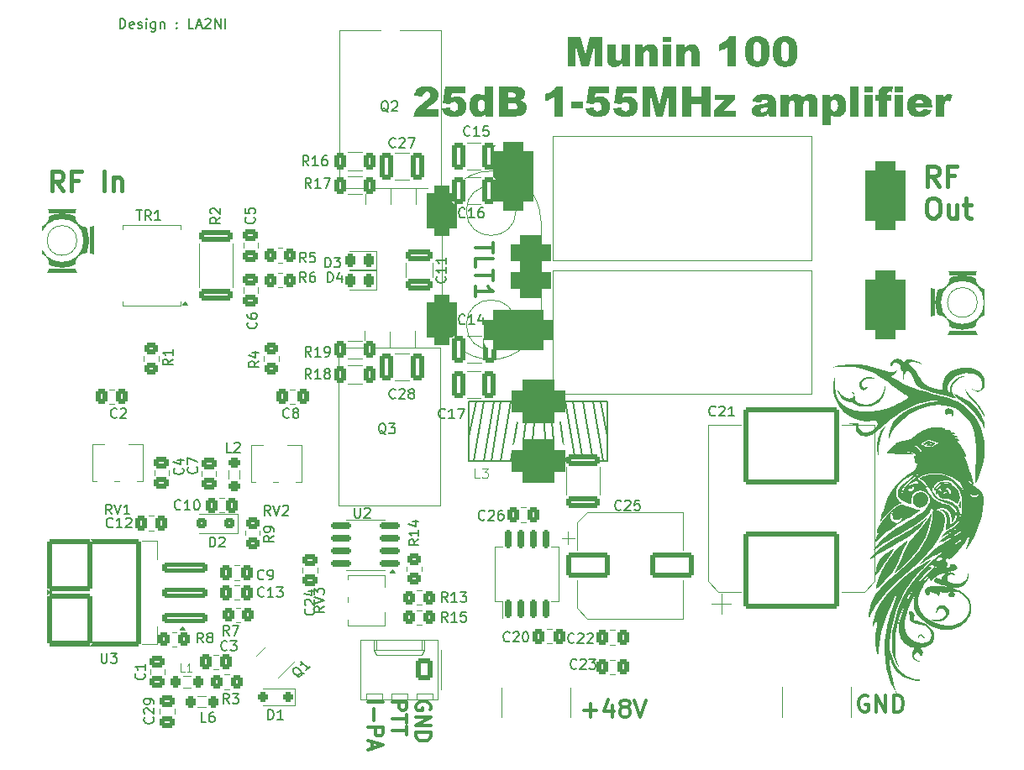
<source format=gto>
G04 #@! TF.GenerationSoftware,KiCad,Pcbnew,8.0.4*
G04 #@! TF.CreationDate,2024-11-19T14:33:49+01:00*
G04 #@! TF.ProjectId,MUNIN 100,4d554e49-4e20-4313-9030-2e6b69636164,0*
G04 #@! TF.SameCoordinates,Original*
G04 #@! TF.FileFunction,Legend,Top*
G04 #@! TF.FilePolarity,Positive*
%FSLAX46Y46*%
G04 Gerber Fmt 4.6, Leading zero omitted, Abs format (unit mm)*
G04 Created by KiCad (PCBNEW 8.0.4) date 2024-11-19 14:33:49*
%MOMM*%
%LPD*%
G01*
G04 APERTURE LIST*
G04 Aperture macros list*
%AMRoundRect*
0 Rectangle with rounded corners*
0 $1 Rounding radius*
0 $2 $3 $4 $5 $6 $7 $8 $9 X,Y pos of 4 corners*
0 Add a 4 corners polygon primitive as box body*
4,1,4,$2,$3,$4,$5,$6,$7,$8,$9,$2,$3,0*
0 Add four circle primitives for the rounded corners*
1,1,$1+$1,$2,$3*
1,1,$1+$1,$4,$5*
1,1,$1+$1,$6,$7*
1,1,$1+$1,$8,$9*
0 Add four rect primitives between the rounded corners*
20,1,$1+$1,$2,$3,$4,$5,0*
20,1,$1+$1,$4,$5,$6,$7,0*
20,1,$1+$1,$6,$7,$8,$9,0*
20,1,$1+$1,$8,$9,$2,$3,0*%
%AMRotRect*
0 Rectangle, with rotation*
0 The origin of the aperture is its center*
0 $1 length*
0 $2 width*
0 $3 Rotation angle, in degrees counterclockwise*
0 Add horizontal line*
21,1,$1,$2,0,0,$3*%
G04 Aperture macros list end*
%ADD10C,0.300000*%
%ADD11C,0.400000*%
%ADD12C,0.750000*%
%ADD13C,0.150000*%
%ADD14C,0.370000*%
%ADD15C,0.100000*%
%ADD16C,0.125000*%
%ADD17C,0.120000*%
%ADD18C,0.381000*%
%ADD19C,0.099060*%
%ADD20C,0.000000*%
%ADD21C,1.998980*%
%ADD22C,2.499360*%
%ADD23RoundRect,0.750000X-0.750000X1.750000X-0.750000X-1.750000X0.750000X-1.750000X0.750000X1.750000X0*%
%ADD24RoundRect,0.875000X-1.125000X0.875000X-1.125000X-0.875000X1.125000X-0.875000X1.125000X0.875000X0*%
%ADD25RoundRect,0.250000X0.475000X-0.337500X0.475000X0.337500X-0.475000X0.337500X-0.475000X-0.337500X0*%
%ADD26C,6.000000*%
%ADD27R,1.905000X4.000000*%
%ADD28RotRect,1.905000X4.000000X181.300000*%
%ADD29RoundRect,0.250000X-0.450000X0.350000X-0.450000X-0.350000X0.450000X-0.350000X0.450000X0.350000X0*%
%ADD30RoundRect,0.150000X0.825000X0.150000X-0.825000X0.150000X-0.825000X-0.150000X0.825000X-0.150000X0*%
%ADD31RoundRect,0.250000X0.337500X0.475000X-0.337500X0.475000X-0.337500X-0.475000X0.337500X-0.475000X0*%
%ADD32RoundRect,0.250000X-0.275000X-0.350000X0.275000X-0.350000X0.275000X0.350000X-0.275000X0.350000X0*%
%ADD33RoundRect,0.250000X-0.337500X-0.475000X0.337500X-0.475000X0.337500X0.475000X-0.337500X0.475000X0*%
%ADD34RoundRect,0.250000X-1.450000X0.312500X-1.450000X-0.312500X1.450000X-0.312500X1.450000X0.312500X0*%
%ADD35RoundRect,0.250000X-0.412500X-1.100000X0.412500X-1.100000X0.412500X1.100000X-0.412500X1.100000X0*%
%ADD36RoundRect,0.250000X-0.475000X0.337500X-0.475000X-0.337500X0.475000X-0.337500X0.475000X0.337500X0*%
%ADD37RoundRect,0.250000X-0.350000X-0.450000X0.350000X-0.450000X0.350000X0.450000X-0.350000X0.450000X0*%
%ADD38RoundRect,0.150000X0.150000X-0.800000X0.150000X0.800000X-0.150000X0.800000X-0.150000X-0.800000X0*%
%ADD39RoundRect,0.250000X-0.312500X-0.625000X0.312500X-0.625000X0.312500X0.625000X-0.312500X0.625000X0*%
%ADD40RoundRect,0.250000X-1.950000X-1.000000X1.950000X-1.000000X1.950000X1.000000X-1.950000X1.000000X0*%
%ADD41RoundRect,0.250000X2.050000X0.300000X-2.050000X0.300000X-2.050000X-0.300000X2.050000X-0.300000X0*%
%ADD42RoundRect,0.250000X2.012537X2.385570X-2.037408X2.364365X-2.012537X-2.385570X2.037408X-2.364365X0*%
%ADD43RoundRect,0.250002X4.449998X5.149998X-4.449998X5.149998X-4.449998X-5.149998X4.449998X-5.149998X0*%
%ADD44RoundRect,0.250000X2.025000X2.375000X-2.025000X2.375000X-2.025000X-2.375000X2.025000X-2.375000X0*%
%ADD45RoundRect,0.250000X0.250000X0.250000X-0.250000X0.250000X-0.250000X-0.250000X0.250000X-0.250000X0*%
%ADD46RoundRect,0.250000X-1.100000X0.325000X-1.100000X-0.325000X1.100000X-0.325000X1.100000X0.325000X0*%
%ADD47C,0.800000*%
%ADD48C,6.400000*%
%ADD49RoundRect,0.243750X0.243750X0.456250X-0.243750X0.456250X-0.243750X-0.456250X0.243750X-0.456250X0*%
%ADD50RoundRect,0.249998X4.550002X-3.650002X4.550002X3.650002X-4.550002X3.650002X-4.550002X-3.650002X0*%
%ADD51C,2.300000*%
%ADD52RoundRect,0.250000X0.620000X0.845000X-0.620000X0.845000X-0.620000X-0.845000X0.620000X-0.845000X0*%
%ADD53O,1.740000X2.190000*%
%ADD54R,1.900000X1.300000*%
%ADD55R,1.900000X2.000000*%
%ADD56R,1.300000X1.900000*%
%ADD57R,2.000000X1.900000*%
%ADD58RoundRect,0.250000X0.350000X0.450000X-0.350000X0.450000X-0.350000X-0.450000X0.350000X-0.450000X0*%
%ADD59RoundRect,0.250000X0.300000X0.300000X-0.300000X0.300000X-0.300000X-0.300000X0.300000X-0.300000X0*%
%ADD60RoundRect,1.000000X2.500000X-1.000000X2.500000X1.000000X-2.500000X1.000000X-2.500000X-1.000000X0*%
%ADD61RoundRect,1.000000X1.000000X-2.500000X1.000000X2.500000X-1.000000X2.500000X-1.000000X-2.500000X0*%
%ADD62RoundRect,0.150000X0.309359X0.521491X-0.521491X-0.309359X-0.309359X-0.521491X0.521491X0.309359X0*%
%ADD63R,2.540000X1.650000*%
%ADD64RoundRect,0.250000X-1.425000X0.362500X-1.425000X-0.362500X1.425000X-0.362500X1.425000X0.362500X0*%
%ADD65RoundRect,1.100000X-1.600000X-1.100000X1.600000X-1.100000X1.600000X1.100000X-1.600000X1.100000X0*%
%ADD66RoundRect,0.250000X-0.350000X0.275000X-0.350000X-0.275000X0.350000X-0.275000X0.350000X0.275000X0*%
G04 APERTURE END LIST*
D10*
X86602574Y-148320225D02*
X86674003Y-148177368D01*
X86674003Y-148177368D02*
X86674003Y-147963082D01*
X86674003Y-147963082D02*
X86602574Y-147748796D01*
X86602574Y-147748796D02*
X86459717Y-147605939D01*
X86459717Y-147605939D02*
X86316860Y-147534510D01*
X86316860Y-147534510D02*
X86031146Y-147463082D01*
X86031146Y-147463082D02*
X85816860Y-147463082D01*
X85816860Y-147463082D02*
X85531146Y-147534510D01*
X85531146Y-147534510D02*
X85388289Y-147605939D01*
X85388289Y-147605939D02*
X85245432Y-147748796D01*
X85245432Y-147748796D02*
X85174003Y-147963082D01*
X85174003Y-147963082D02*
X85174003Y-148105939D01*
X85174003Y-148105939D02*
X85245432Y-148320225D01*
X85245432Y-148320225D02*
X85316860Y-148391653D01*
X85316860Y-148391653D02*
X85816860Y-148391653D01*
X85816860Y-148391653D02*
X85816860Y-148105939D01*
X85174003Y-149034510D02*
X86674003Y-149034510D01*
X86674003Y-149034510D02*
X85174003Y-149891653D01*
X85174003Y-149891653D02*
X86674003Y-149891653D01*
X85174003Y-150605939D02*
X86674003Y-150605939D01*
X86674003Y-150605939D02*
X86674003Y-150963082D01*
X86674003Y-150963082D02*
X86602574Y-151177368D01*
X86602574Y-151177368D02*
X86459717Y-151320225D01*
X86459717Y-151320225D02*
X86316860Y-151391654D01*
X86316860Y-151391654D02*
X86031146Y-151463082D01*
X86031146Y-151463082D02*
X85816860Y-151463082D01*
X85816860Y-151463082D02*
X85531146Y-151391654D01*
X85531146Y-151391654D02*
X85388289Y-151320225D01*
X85388289Y-151320225D02*
X85245432Y-151177368D01*
X85245432Y-151177368D02*
X85174003Y-150963082D01*
X85174003Y-150963082D02*
X85174003Y-150605939D01*
X82759087Y-147534510D02*
X84259087Y-147534510D01*
X84259087Y-147534510D02*
X84259087Y-148105939D01*
X84259087Y-148105939D02*
X84187658Y-148248796D01*
X84187658Y-148248796D02*
X84116230Y-148320225D01*
X84116230Y-148320225D02*
X83973373Y-148391653D01*
X83973373Y-148391653D02*
X83759087Y-148391653D01*
X83759087Y-148391653D02*
X83616230Y-148320225D01*
X83616230Y-148320225D02*
X83544801Y-148248796D01*
X83544801Y-148248796D02*
X83473373Y-148105939D01*
X83473373Y-148105939D02*
X83473373Y-147534510D01*
X84259087Y-148820225D02*
X84259087Y-149677368D01*
X82759087Y-149248796D02*
X84259087Y-149248796D01*
X84259087Y-149963082D02*
X84259087Y-150820225D01*
X82759087Y-150391653D02*
X84259087Y-150391653D01*
X80344171Y-147534510D02*
X81844171Y-147534510D01*
X80915600Y-148248796D02*
X80915600Y-149391654D01*
X80344171Y-150105939D02*
X81844171Y-150105939D01*
X81844171Y-150105939D02*
X81844171Y-150677368D01*
X81844171Y-150677368D02*
X81772742Y-150820225D01*
X81772742Y-150820225D02*
X81701314Y-150891654D01*
X81701314Y-150891654D02*
X81558457Y-150963082D01*
X81558457Y-150963082D02*
X81344171Y-150963082D01*
X81344171Y-150963082D02*
X81201314Y-150891654D01*
X81201314Y-150891654D02*
X81129885Y-150820225D01*
X81129885Y-150820225D02*
X81058457Y-150677368D01*
X81058457Y-150677368D02*
X81058457Y-150105939D01*
X80772742Y-151534511D02*
X80772742Y-152248797D01*
X80344171Y-151391654D02*
X81844171Y-151891654D01*
X81844171Y-151891654D02*
X80344171Y-152391654D01*
D11*
X137882204Y-95514550D02*
X137215537Y-94562169D01*
X136739347Y-95514550D02*
X136739347Y-93514550D01*
X136739347Y-93514550D02*
X137501252Y-93514550D01*
X137501252Y-93514550D02*
X137691728Y-93609788D01*
X137691728Y-93609788D02*
X137786966Y-93705026D01*
X137786966Y-93705026D02*
X137882204Y-93895502D01*
X137882204Y-93895502D02*
X137882204Y-94181216D01*
X137882204Y-94181216D02*
X137786966Y-94371692D01*
X137786966Y-94371692D02*
X137691728Y-94466931D01*
X137691728Y-94466931D02*
X137501252Y-94562169D01*
X137501252Y-94562169D02*
X136739347Y-94562169D01*
X139406014Y-94466931D02*
X138739347Y-94466931D01*
X138739347Y-95514550D02*
X138739347Y-93514550D01*
X138739347Y-93514550D02*
X139691728Y-93514550D01*
X137120299Y-96734438D02*
X137501252Y-96734438D01*
X137501252Y-96734438D02*
X137691728Y-96829676D01*
X137691728Y-96829676D02*
X137882204Y-97020152D01*
X137882204Y-97020152D02*
X137977442Y-97401104D01*
X137977442Y-97401104D02*
X137977442Y-98067771D01*
X137977442Y-98067771D02*
X137882204Y-98448723D01*
X137882204Y-98448723D02*
X137691728Y-98639200D01*
X137691728Y-98639200D02*
X137501252Y-98734438D01*
X137501252Y-98734438D02*
X137120299Y-98734438D01*
X137120299Y-98734438D02*
X136929823Y-98639200D01*
X136929823Y-98639200D02*
X136739347Y-98448723D01*
X136739347Y-98448723D02*
X136644109Y-98067771D01*
X136644109Y-98067771D02*
X136644109Y-97401104D01*
X136644109Y-97401104D02*
X136739347Y-97020152D01*
X136739347Y-97020152D02*
X136929823Y-96829676D01*
X136929823Y-96829676D02*
X137120299Y-96734438D01*
X139691728Y-97401104D02*
X139691728Y-98734438D01*
X138834585Y-97401104D02*
X138834585Y-98448723D01*
X138834585Y-98448723D02*
X138929823Y-98639200D01*
X138929823Y-98639200D02*
X139120299Y-98734438D01*
X139120299Y-98734438D02*
X139406014Y-98734438D01*
X139406014Y-98734438D02*
X139596490Y-98639200D01*
X139596490Y-98639200D02*
X139691728Y-98543961D01*
X140358395Y-97401104D02*
X141120299Y-97401104D01*
X140644109Y-96734438D02*
X140644109Y-98448723D01*
X140644109Y-98448723D02*
X140739347Y-98639200D01*
X140739347Y-98639200D02*
X140929823Y-98734438D01*
X140929823Y-98734438D02*
X141120299Y-98734438D01*
D12*
G36*
X100521075Y-80448743D02*
G01*
X101749128Y-80448743D01*
X102223203Y-82267376D01*
X102695080Y-80448743D01*
X103919470Y-80448743D01*
X103919470Y-83450000D01*
X103156699Y-83450000D01*
X103156699Y-81146301D01*
X102565387Y-83450000D01*
X101875157Y-83450000D01*
X101285311Y-81146301D01*
X101285311Y-83450000D01*
X100521075Y-83450000D01*
X100521075Y-80448743D01*
G37*
G36*
X106744138Y-83450000D02*
G01*
X105960851Y-83450000D01*
X105960851Y-83093161D01*
X105862113Y-83206073D01*
X105751861Y-83308283D01*
X105629921Y-83392449D01*
X105607676Y-83404570D01*
X105462596Y-83460830D01*
X105309330Y-83489591D01*
X105169505Y-83496894D01*
X105005877Y-83483888D01*
X104860843Y-83444870D01*
X104719903Y-83369883D01*
X104626553Y-83288799D01*
X104531627Y-83153598D01*
X104473329Y-83003640D01*
X104442455Y-82849437D01*
X104430949Y-82700183D01*
X104430182Y-82646929D01*
X104430182Y-81245952D01*
X105272819Y-81245952D01*
X105272819Y-82458618D01*
X105285396Y-82607267D01*
X105344335Y-82747608D01*
X105349023Y-82753175D01*
X105475548Y-82830066D01*
X105562980Y-82840369D01*
X105707639Y-82807696D01*
X105809177Y-82724598D01*
X105874793Y-82587315D01*
X105900571Y-82429861D01*
X105905164Y-82306943D01*
X105905164Y-81245952D01*
X106744138Y-81245952D01*
X106744138Y-83450000D01*
G37*
G36*
X107237265Y-81245952D02*
G01*
X108018353Y-81245952D01*
X108018353Y-81603524D01*
X108117149Y-81490965D01*
X108227602Y-81389013D01*
X108349927Y-81304965D01*
X108372261Y-81292847D01*
X108517925Y-81235694D01*
X108670821Y-81206476D01*
X108809700Y-81199057D01*
X108974243Y-81212109D01*
X109119827Y-81251264D01*
X109260947Y-81326516D01*
X109354117Y-81407885D01*
X109449397Y-81542906D01*
X109507912Y-81693092D01*
X109538902Y-81847797D01*
X109550451Y-81997703D01*
X109551221Y-82051221D01*
X109551221Y-83450000D01*
X108708583Y-83450000D01*
X108708583Y-82235868D01*
X108696007Y-82086986D01*
X108637068Y-81947522D01*
X108632380Y-81942044D01*
X108505855Y-81865799D01*
X108418423Y-81855582D01*
X108272620Y-81888463D01*
X108170761Y-81972086D01*
X108106146Y-82109370D01*
X108080762Y-82266823D01*
X108076239Y-82389741D01*
X108076239Y-83450000D01*
X107237265Y-83450000D01*
X107237265Y-81245952D01*
G37*
G36*
X110067062Y-80448743D02*
G01*
X110906036Y-80448743D01*
X110906036Y-81011479D01*
X110067062Y-81011479D01*
X110067062Y-80448743D01*
G37*
G36*
X110067062Y-81245952D02*
G01*
X110906036Y-81245952D01*
X110906036Y-83450000D01*
X110067062Y-83450000D01*
X110067062Y-81245952D01*
G37*
G36*
X111434334Y-81245952D02*
G01*
X112215422Y-81245952D01*
X112215422Y-81603524D01*
X112314218Y-81490965D01*
X112424671Y-81389013D01*
X112546996Y-81304965D01*
X112569330Y-81292847D01*
X112714994Y-81235694D01*
X112867891Y-81206476D01*
X113006769Y-81199057D01*
X113171312Y-81212109D01*
X113316896Y-81251264D01*
X113458016Y-81326516D01*
X113551186Y-81407885D01*
X113646466Y-81542906D01*
X113704981Y-81693092D01*
X113735971Y-81847797D01*
X113747520Y-81997703D01*
X113748290Y-82051221D01*
X113748290Y-83450000D01*
X112905653Y-83450000D01*
X112905653Y-82235868D01*
X112893076Y-82086986D01*
X112834137Y-81947522D01*
X112829449Y-81942044D01*
X112702924Y-81865799D01*
X112615492Y-81855582D01*
X112469689Y-81888463D01*
X112367830Y-81972086D01*
X112303215Y-82109370D01*
X112277831Y-82266823D01*
X112273308Y-82389741D01*
X112273308Y-83450000D01*
X111434334Y-83450000D01*
X111434334Y-81245952D01*
G37*
G36*
X117455897Y-80401849D02*
G01*
X117455897Y-83450000D01*
X116606664Y-83450000D01*
X116606664Y-81454047D01*
X116479267Y-81547942D01*
X116354446Y-81629959D01*
X116220117Y-81706458D01*
X116208060Y-81712700D01*
X116064058Y-81779754D01*
X115913162Y-81839059D01*
X115761081Y-81891088D01*
X115725192Y-81902477D01*
X115725192Y-81199057D01*
X115879185Y-81146292D01*
X116019680Y-81089663D01*
X116166531Y-81018712D01*
X116295009Y-80942502D01*
X116390509Y-80872993D01*
X116502434Y-80771831D01*
X116601535Y-80659586D01*
X116687814Y-80536259D01*
X116761270Y-80401849D01*
X117455897Y-80401849D01*
G37*
G36*
X119770743Y-80407761D02*
G01*
X119916293Y-80425496D01*
X120070732Y-80463231D01*
X120108374Y-80476587D01*
X120245349Y-80538480D01*
X120370482Y-80619949D01*
X120427844Y-80670027D01*
X120532343Y-80784734D01*
X120618256Y-80913122D01*
X120622750Y-80921353D01*
X120687413Y-81064052D01*
X120732272Y-81206645D01*
X120737788Y-81228367D01*
X120770621Y-81376234D01*
X120795390Y-81526836D01*
X120812095Y-81680173D01*
X120820735Y-81836245D01*
X120822052Y-81926657D01*
X120819605Y-82075593D01*
X120808728Y-82262232D01*
X120789150Y-82435225D01*
X120760872Y-82594570D01*
X120723892Y-82740269D01*
X120665431Y-82903201D01*
X120593375Y-83044809D01*
X120543615Y-83119539D01*
X120425085Y-83247781D01*
X120304743Y-83334381D01*
X120164794Y-83402555D01*
X120005240Y-83452304D01*
X119826079Y-83483628D01*
X119668634Y-83495420D01*
X119585206Y-83496894D01*
X119425488Y-83491144D01*
X119279724Y-83473893D01*
X119130224Y-83440096D01*
X118983824Y-83384120D01*
X118968981Y-83376727D01*
X118843401Y-83299910D01*
X118731268Y-83205474D01*
X118632582Y-83093418D01*
X118583566Y-83023551D01*
X118508484Y-82882352D01*
X118456306Y-82738712D01*
X118417421Y-82589246D01*
X118413573Y-82571458D01*
X118386966Y-82424088D01*
X118367961Y-82269207D01*
X118356558Y-82106816D01*
X118352816Y-81958563D01*
X118352783Y-81946441D01*
X119185869Y-81946441D01*
X119188355Y-82115766D01*
X119195815Y-82267453D01*
X119211331Y-82426195D01*
X119238484Y-82579291D01*
X119287718Y-82725331D01*
X119377088Y-82852585D01*
X119514171Y-82926817D01*
X119583740Y-82934159D01*
X119729943Y-82899526D01*
X119805025Y-82845498D01*
X119890613Y-82722346D01*
X119939981Y-82577449D01*
X119942777Y-82565596D01*
X119968225Y-82408749D01*
X119981188Y-82242680D01*
X119986383Y-82090035D01*
X119987474Y-81968422D01*
X119984987Y-81792238D01*
X119977528Y-81635088D01*
X119962012Y-81471632D01*
X119934858Y-81315576D01*
X119885625Y-81169748D01*
X119794812Y-81044726D01*
X119663874Y-80974402D01*
X119579344Y-80964584D01*
X119429253Y-80999049D01*
X119317133Y-81102443D01*
X119278193Y-81173412D01*
X119233564Y-81318988D01*
X119208950Y-81471083D01*
X119194885Y-81628519D01*
X119188123Y-81778804D01*
X119185869Y-81946441D01*
X118352783Y-81946441D01*
X118352757Y-81936915D01*
X118355481Y-81781499D01*
X118363653Y-81635085D01*
X118383025Y-81453872D01*
X118412082Y-81288665D01*
X118450825Y-81139463D01*
X118512874Y-80975469D01*
X118590058Y-80836483D01*
X118662701Y-80743300D01*
X118790590Y-80627260D01*
X118914560Y-80548900D01*
X119054344Y-80487212D01*
X119209942Y-80442196D01*
X119381353Y-80413853D01*
X119529868Y-80403183D01*
X119607921Y-80401849D01*
X119770743Y-80407761D01*
G37*
G36*
X122569766Y-80407761D02*
G01*
X122715316Y-80425496D01*
X122869755Y-80463231D01*
X122907397Y-80476587D01*
X123044372Y-80538480D01*
X123169505Y-80619949D01*
X123226867Y-80670027D01*
X123331366Y-80784734D01*
X123417279Y-80913122D01*
X123421773Y-80921353D01*
X123486436Y-81064052D01*
X123531295Y-81206645D01*
X123536811Y-81228367D01*
X123569644Y-81376234D01*
X123594413Y-81526836D01*
X123611118Y-81680173D01*
X123619758Y-81836245D01*
X123621075Y-81926657D01*
X123618628Y-82075593D01*
X123607751Y-82262232D01*
X123588174Y-82435225D01*
X123559895Y-82594570D01*
X123522915Y-82740269D01*
X123464454Y-82903201D01*
X123392398Y-83044809D01*
X123342638Y-83119539D01*
X123224108Y-83247781D01*
X123103766Y-83334381D01*
X122963817Y-83402555D01*
X122804263Y-83452304D01*
X122625102Y-83483628D01*
X122467657Y-83495420D01*
X122384229Y-83496894D01*
X122224511Y-83491144D01*
X122078747Y-83473893D01*
X121929247Y-83440096D01*
X121782847Y-83384120D01*
X121768004Y-83376727D01*
X121642424Y-83299910D01*
X121530291Y-83205474D01*
X121431605Y-83093418D01*
X121382589Y-83023551D01*
X121307507Y-82882352D01*
X121255329Y-82738712D01*
X121216444Y-82589246D01*
X121212596Y-82571458D01*
X121185989Y-82424088D01*
X121166984Y-82269207D01*
X121155581Y-82106816D01*
X121151839Y-81958563D01*
X121151806Y-81946441D01*
X121984892Y-81946441D01*
X121987378Y-82115766D01*
X121994838Y-82267453D01*
X122010354Y-82426195D01*
X122037507Y-82579291D01*
X122086741Y-82725331D01*
X122176111Y-82852585D01*
X122313194Y-82926817D01*
X122382764Y-82934159D01*
X122528966Y-82899526D01*
X122604048Y-82845498D01*
X122689637Y-82722346D01*
X122739004Y-82577449D01*
X122741800Y-82565596D01*
X122767248Y-82408749D01*
X122780211Y-82242680D01*
X122785406Y-82090035D01*
X122786497Y-81968422D01*
X122784010Y-81792238D01*
X122776551Y-81635088D01*
X122761035Y-81471632D01*
X122733881Y-81315576D01*
X122684648Y-81169748D01*
X122593835Y-81044726D01*
X122462897Y-80974402D01*
X122378367Y-80964584D01*
X122228276Y-80999049D01*
X122116156Y-81102443D01*
X122077216Y-81173412D01*
X122032587Y-81318988D01*
X122007973Y-81471083D01*
X121993908Y-81628519D01*
X121987146Y-81778804D01*
X121984892Y-81946441D01*
X121151806Y-81946441D01*
X121151780Y-81936915D01*
X121154504Y-81781499D01*
X121162676Y-81635085D01*
X121182048Y-81453872D01*
X121211105Y-81288665D01*
X121249848Y-81139463D01*
X121311897Y-80975469D01*
X121389081Y-80836483D01*
X121461724Y-80743300D01*
X121589613Y-80627260D01*
X121713583Y-80548900D01*
X121853367Y-80487212D01*
X122008965Y-80442196D01*
X122180376Y-80413853D01*
X122328891Y-80403183D01*
X122406944Y-80401849D01*
X122569766Y-80407761D01*
G37*
G36*
X87458723Y-88490000D02*
G01*
X84940335Y-88490000D01*
X84967664Y-88327045D01*
X85011822Y-88168369D01*
X85072810Y-88013970D01*
X85150628Y-87863849D01*
X85202652Y-87779986D01*
X85298582Y-87651229D01*
X85399146Y-87538224D01*
X85518458Y-87420033D01*
X85627406Y-87321744D01*
X85748352Y-87220135D01*
X85881296Y-87115206D01*
X86026239Y-87006957D01*
X86155348Y-86910426D01*
X86282273Y-86809396D01*
X86396075Y-86709219D01*
X86498116Y-86598094D01*
X86572273Y-86470110D01*
X86601431Y-86332847D01*
X86565525Y-86185213D01*
X86499582Y-86100572D01*
X86368309Y-86022957D01*
X86243127Y-86004584D01*
X86096764Y-86030596D01*
X85980077Y-86108632D01*
X85899244Y-86240265D01*
X85855676Y-86395650D01*
X85843057Y-86473531D01*
X85001884Y-86403921D01*
X85027610Y-86256555D01*
X85066628Y-86106426D01*
X85122785Y-85960850D01*
X85183601Y-85852177D01*
X85276552Y-85737158D01*
X85390540Y-85640315D01*
X85525565Y-85561647D01*
X85555094Y-85548094D01*
X85704889Y-85496735D01*
X85862563Y-85465194D01*
X86019461Y-85448489D01*
X86168010Y-85442264D01*
X86220412Y-85441849D01*
X86379471Y-85445352D01*
X86547590Y-85458295D01*
X86696915Y-85480775D01*
X86844559Y-85518144D01*
X86909177Y-85541500D01*
X87053132Y-85613699D01*
X87176337Y-85706650D01*
X87278790Y-85820352D01*
X87296790Y-85845582D01*
X87371365Y-85978675D01*
X87418320Y-86121500D01*
X87437654Y-86274057D01*
X87438207Y-86305736D01*
X87425398Y-86455968D01*
X87386970Y-86602491D01*
X87322924Y-86745304D01*
X87276274Y-86823042D01*
X87178775Y-86949529D01*
X87066341Y-87065164D01*
X86949820Y-87167964D01*
X86814700Y-87274164D01*
X86687893Y-87365261D01*
X86558558Y-87453946D01*
X86436533Y-87540143D01*
X86348639Y-87606329D01*
X86236857Y-87703102D01*
X86147872Y-87786580D01*
X87458723Y-87786580D01*
X87458723Y-88490000D01*
G37*
G36*
X88140894Y-85488743D02*
G01*
X90133915Y-85488743D01*
X90133915Y-86192163D01*
X88784229Y-86192163D01*
X88711689Y-86616413D01*
X88850907Y-86553764D01*
X88988660Y-86509434D01*
X89133417Y-86481420D01*
X89259770Y-86473531D01*
X89423827Y-86483088D01*
X89575828Y-86511758D01*
X89715773Y-86559543D01*
X89863806Y-86639450D01*
X89995429Y-86745373D01*
X90105635Y-86871036D01*
X90188772Y-87010163D01*
X90244842Y-87162753D01*
X90273843Y-87328808D01*
X90278263Y-87429741D01*
X90266729Y-87591160D01*
X90232127Y-87748985D01*
X90174456Y-87903216D01*
X90132450Y-87987348D01*
X90052307Y-88113194D01*
X89943974Y-88235940D01*
X89816398Y-88338748D01*
X89720656Y-88396210D01*
X89577957Y-88457759D01*
X89416574Y-88501723D01*
X89260036Y-88525766D01*
X89089193Y-88536345D01*
X89037753Y-88536894D01*
X88876315Y-88532315D01*
X88728324Y-88518579D01*
X88579661Y-88492575D01*
X88524843Y-88479009D01*
X88385784Y-88432459D01*
X88251266Y-88366273D01*
X88162143Y-88306085D01*
X88050479Y-88207658D01*
X87950782Y-88090570D01*
X87920342Y-88045966D01*
X87849934Y-87915642D01*
X87794172Y-87774305D01*
X87765736Y-87682533D01*
X88614969Y-87599002D01*
X88657745Y-87743097D01*
X88745443Y-87866562D01*
X88759316Y-87878904D01*
X88892189Y-87953229D01*
X89029693Y-87974159D01*
X89180507Y-87948077D01*
X89304595Y-87869831D01*
X89319121Y-87855457D01*
X89397260Y-87729293D01*
X89429408Y-87585655D01*
X89433427Y-87501549D01*
X89419747Y-87351053D01*
X89368305Y-87212487D01*
X89317656Y-87148374D01*
X89192902Y-87067906D01*
X89045961Y-87037251D01*
X89010642Y-87036266D01*
X88861750Y-87057160D01*
X88775436Y-87089755D01*
X88651608Y-87172591D01*
X88590056Y-87229706D01*
X87875646Y-87137383D01*
X88140894Y-85488743D01*
G37*
G36*
X92984229Y-88490000D02*
G01*
X92199477Y-88490000D01*
X92199477Y-88194710D01*
X92089510Y-88310132D01*
X91968255Y-88409033D01*
X91898325Y-88449699D01*
X91756714Y-88502834D01*
X91603356Y-88531444D01*
X91494592Y-88536894D01*
X91334399Y-88524890D01*
X91189044Y-88488878D01*
X91038217Y-88416519D01*
X90907585Y-88311483D01*
X90811689Y-88195443D01*
X90731507Y-88062221D01*
X90667914Y-87918643D01*
X90620911Y-87764710D01*
X90590497Y-87600421D01*
X90576672Y-87425777D01*
X90576197Y-87394570D01*
X91413992Y-87394570D01*
X91422048Y-87550863D01*
X91449898Y-87694746D01*
X91515841Y-87834940D01*
X91630330Y-87939354D01*
X91768633Y-87974159D01*
X91915728Y-87938988D01*
X92029340Y-87842130D01*
X92036078Y-87833475D01*
X92105817Y-87689783D01*
X92135269Y-87539259D01*
X92143790Y-87374054D01*
X92135153Y-87223313D01*
X92101142Y-87070716D01*
X92034613Y-86943942D01*
X91919541Y-86841911D01*
X91768759Y-86801932D01*
X91758374Y-86801793D01*
X91616111Y-86840257D01*
X91512910Y-86938080D01*
X91448864Y-87079167D01*
X91421816Y-87229004D01*
X91413992Y-87394570D01*
X90576197Y-87394570D01*
X90575750Y-87365261D01*
X90582101Y-87200723D01*
X90601153Y-87048742D01*
X90640780Y-86882943D01*
X90698697Y-86735226D01*
X90774904Y-86605593D01*
X90835869Y-86529218D01*
X90956723Y-86416157D01*
X91091042Y-86330866D01*
X91238824Y-86273344D01*
X91400070Y-86243591D01*
X91498256Y-86239057D01*
X91651640Y-86248853D01*
X91803029Y-86281310D01*
X91853629Y-86298408D01*
X91986525Y-86361200D01*
X92105676Y-86446992D01*
X92137195Y-86475729D01*
X92137195Y-85488743D01*
X92984229Y-85488743D01*
X92984229Y-88490000D01*
G37*
G36*
X95441626Y-85496008D02*
G01*
X95606323Y-85522845D01*
X95751596Y-85569458D01*
X95893837Y-85646944D01*
X95955443Y-85695373D01*
X96057705Y-85804824D01*
X96137825Y-85942627D01*
X96180966Y-86095964D01*
X96189184Y-86206817D01*
X96172869Y-86359560D01*
X96123925Y-86498134D01*
X96042352Y-86622541D01*
X96022122Y-86645722D01*
X95905034Y-86742473D01*
X95773418Y-86809999D01*
X95696790Y-86838429D01*
X95849015Y-86885919D01*
X95994430Y-86956534D01*
X96112488Y-87045348D01*
X96175995Y-87114668D01*
X96257139Y-87246817D01*
X96308229Y-87398715D01*
X96328515Y-87552309D01*
X96329868Y-87607062D01*
X96316967Y-87767081D01*
X96278265Y-87915672D01*
X96220691Y-88040837D01*
X96136108Y-88163799D01*
X96032477Y-88267714D01*
X95921738Y-88345652D01*
X95785425Y-88403065D01*
X95638352Y-88436707D01*
X95567097Y-88447501D01*
X95406619Y-88468045D01*
X95255974Y-88484023D01*
X95148709Y-88490000D01*
X93537439Y-88490000D01*
X93537439Y-87786580D01*
X94478995Y-87786580D01*
X94955269Y-87786580D01*
X95104206Y-87776537D01*
X95245176Y-87734702D01*
X95295255Y-87701584D01*
X95377848Y-87579373D01*
X95394173Y-87472240D01*
X95355820Y-87326152D01*
X95295988Y-87258283D01*
X95161532Y-87197283D01*
X95012124Y-87178221D01*
X94953071Y-87176950D01*
X94478995Y-87176950D01*
X94478995Y-87786580D01*
X93537439Y-87786580D01*
X93537439Y-86614214D01*
X94478995Y-86614214D01*
X94884927Y-86614214D01*
X95040451Y-86603089D01*
X95183522Y-86550951D01*
X95189009Y-86546803D01*
X95267957Y-86417807D01*
X95274739Y-86350432D01*
X95230451Y-86206674D01*
X95189009Y-86165052D01*
X95052687Y-86111136D01*
X94904633Y-86098439D01*
X94891522Y-86098374D01*
X94478995Y-86098374D01*
X94478995Y-86614214D01*
X93537439Y-86614214D01*
X93537439Y-85488743D01*
X95284997Y-85488743D01*
X95441626Y-85496008D01*
G37*
G36*
X99967132Y-85441849D02*
G01*
X99967132Y-88490000D01*
X99117900Y-88490000D01*
X99117900Y-86494047D01*
X98990502Y-86587942D01*
X98865681Y-86669959D01*
X98731353Y-86746458D01*
X98719295Y-86752700D01*
X98575294Y-86819754D01*
X98424397Y-86879059D01*
X98272317Y-86931088D01*
X98236427Y-86942477D01*
X98236427Y-86239057D01*
X98390421Y-86186292D01*
X98530916Y-86129663D01*
X98677766Y-86058712D01*
X98806244Y-85982502D01*
X98901745Y-85912993D01*
X99013669Y-85811831D01*
X99112771Y-85699586D01*
X99199049Y-85576259D01*
X99272506Y-85441849D01*
X99967132Y-85441849D01*
G37*
G36*
X100784124Y-87036266D02*
G01*
X102004118Y-87036266D01*
X102004118Y-87692791D01*
X100784124Y-87692791D01*
X100784124Y-87036266D01*
G37*
G36*
X102602024Y-85488743D02*
G01*
X104595046Y-85488743D01*
X104595046Y-86192163D01*
X103245360Y-86192163D01*
X103172820Y-86616413D01*
X103312038Y-86553764D01*
X103449791Y-86509434D01*
X103594548Y-86481420D01*
X103720900Y-86473531D01*
X103884957Y-86483088D01*
X104036958Y-86511758D01*
X104176904Y-86559543D01*
X104324936Y-86639450D01*
X104456560Y-86745373D01*
X104566765Y-86871036D01*
X104649903Y-87010163D01*
X104705972Y-87162753D01*
X104734974Y-87328808D01*
X104739393Y-87429741D01*
X104727859Y-87591160D01*
X104693257Y-87748985D01*
X104635587Y-87903216D01*
X104593580Y-87987348D01*
X104513438Y-88113194D01*
X104405104Y-88235940D01*
X104277528Y-88338748D01*
X104181787Y-88396210D01*
X104039088Y-88457759D01*
X103877704Y-88501723D01*
X103721167Y-88525766D01*
X103550324Y-88536345D01*
X103498884Y-88536894D01*
X103337446Y-88532315D01*
X103189455Y-88518579D01*
X103040791Y-88492575D01*
X102985974Y-88479009D01*
X102846915Y-88432459D01*
X102712396Y-88366273D01*
X102623273Y-88306085D01*
X102511609Y-88207658D01*
X102411912Y-88090570D01*
X102381473Y-88045966D01*
X102311064Y-87915642D01*
X102255302Y-87774305D01*
X102226867Y-87682533D01*
X103076099Y-87599002D01*
X103118875Y-87743097D01*
X103206574Y-87866562D01*
X103220447Y-87878904D01*
X103353319Y-87953229D01*
X103490824Y-87974159D01*
X103641638Y-87948077D01*
X103765726Y-87869831D01*
X103780251Y-87855457D01*
X103858390Y-87729293D01*
X103890539Y-87585655D01*
X103894557Y-87501549D01*
X103880877Y-87351053D01*
X103829436Y-87212487D01*
X103778786Y-87148374D01*
X103654033Y-87067906D01*
X103507092Y-87037251D01*
X103471773Y-87036266D01*
X103322880Y-87057160D01*
X103236567Y-87089755D01*
X103112739Y-87172591D01*
X103051187Y-87229706D01*
X102336776Y-87137383D01*
X102602024Y-85488743D01*
G37*
G36*
X105401047Y-85488743D02*
G01*
X107394069Y-85488743D01*
X107394069Y-86192163D01*
X106044383Y-86192163D01*
X105971843Y-86616413D01*
X106111061Y-86553764D01*
X106248814Y-86509434D01*
X106393571Y-86481420D01*
X106519924Y-86473531D01*
X106683980Y-86483088D01*
X106835981Y-86511758D01*
X106975927Y-86559543D01*
X107123959Y-86639450D01*
X107255583Y-86745373D01*
X107365788Y-86871036D01*
X107448926Y-87010163D01*
X107504995Y-87162753D01*
X107533997Y-87328808D01*
X107538416Y-87429741D01*
X107526882Y-87591160D01*
X107492280Y-87748985D01*
X107434610Y-87903216D01*
X107392603Y-87987348D01*
X107312461Y-88113194D01*
X107204127Y-88235940D01*
X107076551Y-88338748D01*
X106980810Y-88396210D01*
X106838111Y-88457759D01*
X106676727Y-88501723D01*
X106520190Y-88525766D01*
X106349347Y-88536345D01*
X106297907Y-88536894D01*
X106136469Y-88532315D01*
X105988478Y-88518579D01*
X105839814Y-88492575D01*
X105784997Y-88479009D01*
X105645938Y-88432459D01*
X105511419Y-88366273D01*
X105422296Y-88306085D01*
X105310632Y-88207658D01*
X105210935Y-88090570D01*
X105180496Y-88045966D01*
X105110087Y-87915642D01*
X105054325Y-87774305D01*
X105025890Y-87682533D01*
X105875122Y-87599002D01*
X105917898Y-87743097D01*
X106005597Y-87866562D01*
X106019470Y-87878904D01*
X106152342Y-87953229D01*
X106289847Y-87974159D01*
X106440661Y-87948077D01*
X106564749Y-87869831D01*
X106579275Y-87855457D01*
X106657413Y-87729293D01*
X106689562Y-87585655D01*
X106693580Y-87501549D01*
X106679900Y-87351053D01*
X106628459Y-87212487D01*
X106577809Y-87148374D01*
X106453056Y-87067906D01*
X106306115Y-87037251D01*
X106270796Y-87036266D01*
X106121903Y-87057160D01*
X106035590Y-87089755D01*
X105911762Y-87172591D01*
X105850210Y-87229706D01*
X105135799Y-87137383D01*
X105401047Y-85488743D01*
G37*
G36*
X107986113Y-85488743D02*
G01*
X109214166Y-85488743D01*
X109688242Y-87307376D01*
X110160119Y-85488743D01*
X111384508Y-85488743D01*
X111384508Y-88490000D01*
X110621738Y-88490000D01*
X110621738Y-86186301D01*
X110030426Y-88490000D01*
X109340196Y-88490000D01*
X108750349Y-86186301D01*
X108750349Y-88490000D01*
X107986113Y-88490000D01*
X107986113Y-85488743D01*
G37*
G36*
X111963364Y-85488743D02*
G01*
X112896860Y-85488743D01*
X112896860Y-86520425D01*
X113916818Y-86520425D01*
X113916818Y-85488743D01*
X114853978Y-85488743D01*
X114853978Y-88490000D01*
X113916818Y-88490000D01*
X113916818Y-87270739D01*
X112896860Y-87270739D01*
X112896860Y-88490000D01*
X111963364Y-88490000D01*
X111963364Y-85488743D01*
G37*
G36*
X115305339Y-86285952D02*
G01*
X117334997Y-86285952D01*
X117334997Y-86767355D01*
X116230042Y-87927264D01*
X117403141Y-87927264D01*
X117403141Y-88490000D01*
X115222540Y-88490000D01*
X115222540Y-87955840D01*
X116269609Y-86848688D01*
X115305339Y-86848688D01*
X115305339Y-86285952D01*
G37*
G36*
X120388715Y-86241091D02*
G01*
X120551827Y-86248395D01*
X120713104Y-86262963D01*
X120836706Y-86281556D01*
X120985289Y-86321683D01*
X121126643Y-86390342D01*
X121218458Y-86458876D01*
X121314079Y-86571533D01*
X121383094Y-86712751D01*
X121386986Y-86723391D01*
X121429561Y-86869831D01*
X121448720Y-87020194D01*
X121449268Y-87049455D01*
X121449268Y-88021786D01*
X121455295Y-88175212D01*
X121468318Y-88265052D01*
X121517340Y-88409156D01*
X121554048Y-88490000D01*
X120767097Y-88490000D01*
X120704815Y-88359574D01*
X120676239Y-88218157D01*
X120563155Y-88316822D01*
X120440383Y-88400164D01*
X120348709Y-88446036D01*
X120202478Y-88493949D01*
X120042223Y-88524117D01*
X119886001Y-88536096D01*
X119831403Y-88536894D01*
X119668945Y-88528549D01*
X119505432Y-88498576D01*
X119365549Y-88446804D01*
X119236427Y-88362505D01*
X119129395Y-88245497D01*
X119062004Y-88112461D01*
X119034254Y-87963397D01*
X119033462Y-87931660D01*
X119040926Y-87864982D01*
X119874634Y-87864982D01*
X119931201Y-88000528D01*
X119943510Y-88011528D01*
X120083507Y-88064422D01*
X120146476Y-88067948D01*
X120297662Y-88048473D01*
X120406595Y-88006399D01*
X120530243Y-87919158D01*
X120578053Y-87856922D01*
X120623674Y-87709732D01*
X120628612Y-87626113D01*
X120628612Y-87505212D01*
X120485692Y-87548403D01*
X120337936Y-87587481D01*
X120268109Y-87604131D01*
X120114552Y-87646186D01*
X119976875Y-87702697D01*
X119944976Y-87725031D01*
X119874909Y-87855248D01*
X119874634Y-87864982D01*
X119040926Y-87864982D01*
X119050778Y-87776977D01*
X119109167Y-87631141D01*
X119180007Y-87537452D01*
X119309605Y-87440512D01*
X119459303Y-87375107D01*
X119602903Y-87332892D01*
X119720028Y-87307376D01*
X119885313Y-87274961D01*
X120048648Y-87242028D01*
X120196418Y-87210829D01*
X120331857Y-87179148D01*
X120476021Y-87136833D01*
X120618828Y-87086848D01*
X120628612Y-87083161D01*
X120608442Y-86937256D01*
X120564864Y-86864808D01*
X120422883Y-86806777D01*
X120339917Y-86801793D01*
X120189555Y-86813644D01*
X120044020Y-86864905D01*
X120030705Y-86873600D01*
X119938817Y-86988975D01*
X119901012Y-87083161D01*
X119099407Y-86989371D01*
X119135315Y-86840450D01*
X119189807Y-86694815D01*
X119229833Y-86621542D01*
X119326787Y-86503196D01*
X119447201Y-86407266D01*
X119476762Y-86388534D01*
X119613599Y-86324970D01*
X119756881Y-86285463D01*
X119794034Y-86277892D01*
X119950242Y-86254227D01*
X120101399Y-86242129D01*
X120230740Y-86239057D01*
X120388715Y-86241091D01*
G37*
G36*
X121941661Y-86285952D02*
G01*
X122724948Y-86285952D01*
X122724948Y-86609818D01*
X122830950Y-86495644D01*
X122948049Y-86396169D01*
X123065667Y-86324054D01*
X123204805Y-86272259D01*
X123349909Y-86245781D01*
X123481124Y-86239057D01*
X123634338Y-86248145D01*
X123778081Y-86279134D01*
X123895848Y-86332114D01*
X124018546Y-86431070D01*
X124113391Y-86554352D01*
X124144976Y-86609818D01*
X124253477Y-86499540D01*
X124367508Y-86402568D01*
X124495277Y-86321715D01*
X124505478Y-86316727D01*
X124650695Y-86266439D01*
X124806852Y-86242774D01*
X124907746Y-86239057D01*
X125054542Y-86249120D01*
X125204190Y-86285264D01*
X125349444Y-86357347D01*
X125458025Y-86449351D01*
X125544579Y-86569335D01*
X125606403Y-86718995D01*
X125640213Y-86874290D01*
X125654123Y-87025484D01*
X125655862Y-87107341D01*
X125655862Y-88490000D01*
X124814690Y-88490000D01*
X124814690Y-87232637D01*
X124794283Y-87081645D01*
X124756804Y-87009888D01*
X124642017Y-86914447D01*
X124546511Y-86895582D01*
X124398082Y-86929894D01*
X124307642Y-87004026D01*
X124239498Y-87144527D01*
X124218203Y-87292939D01*
X124216783Y-87350607D01*
X124216783Y-88490000D01*
X123376344Y-88490000D01*
X123376344Y-87277334D01*
X123369401Y-87126992D01*
X123360224Y-87080230D01*
X123279191Y-86956636D01*
X123267167Y-86946873D01*
X123128985Y-86896033D01*
X123112561Y-86895582D01*
X122966399Y-86930358D01*
X122875157Y-87005491D01*
X122808890Y-87139443D01*
X122785087Y-87291118D01*
X122782833Y-87365994D01*
X122782833Y-88490000D01*
X121941661Y-88490000D01*
X121941661Y-86285952D01*
G37*
G36*
X127787415Y-86250933D02*
G01*
X127930984Y-86286559D01*
X128080770Y-86358141D01*
X128211482Y-86462050D01*
X128308339Y-86576845D01*
X128390016Y-86708857D01*
X128454794Y-86852099D01*
X128502673Y-87006573D01*
X128533653Y-87172279D01*
X128546562Y-87318946D01*
X128548674Y-87410690D01*
X128542288Y-87575844D01*
X128523129Y-87728297D01*
X128483278Y-87894474D01*
X128425035Y-88042362D01*
X128348399Y-88171961D01*
X128287090Y-88248199D01*
X128166056Y-88360689D01*
X128031837Y-88445549D01*
X127884436Y-88502781D01*
X127723851Y-88532383D01*
X127626169Y-88536894D01*
X127474087Y-88527099D01*
X127323019Y-88494641D01*
X127272261Y-88477543D01*
X127139085Y-88414672D01*
X127019092Y-88329921D01*
X126987230Y-88301688D01*
X126987230Y-89334103D01*
X126140196Y-89334103D01*
X126140196Y-87400432D01*
X126980635Y-87400432D01*
X126989271Y-87552590D01*
X127023282Y-87706289D01*
X127089812Y-87833475D01*
X127204884Y-87934454D01*
X127355666Y-87974021D01*
X127366051Y-87974159D01*
X127508314Y-87936108D01*
X127611515Y-87839337D01*
X127675560Y-87698120D01*
X127702608Y-87547195D01*
X127710336Y-87399973D01*
X127710433Y-87379916D01*
X127702261Y-87224686D01*
X127670076Y-87068964D01*
X127607118Y-86941744D01*
X127492996Y-86836781D01*
X127355792Y-86801793D01*
X127208514Y-86837147D01*
X127094397Y-86934509D01*
X127087614Y-86943210D01*
X127018349Y-87086538D01*
X126989097Y-87236290D01*
X126980635Y-87400432D01*
X126140196Y-87400432D01*
X126140196Y-86285952D01*
X126924948Y-86285952D01*
X126924948Y-86580509D01*
X127033664Y-86466339D01*
X127154109Y-86368247D01*
X127223901Y-86327718D01*
X127366852Y-86273690D01*
X127520931Y-86244599D01*
X127629833Y-86239057D01*
X127787415Y-86250933D01*
G37*
G36*
X128963399Y-85488743D02*
G01*
X129804571Y-85488743D01*
X129804571Y-88490000D01*
X128963399Y-88490000D01*
X128963399Y-85488743D01*
G37*
G36*
X130363643Y-85488743D02*
G01*
X131202617Y-85488743D01*
X131202617Y-86051479D01*
X130363643Y-86051479D01*
X130363643Y-85488743D01*
G37*
G36*
X130363643Y-86285952D02*
G01*
X131202617Y-86285952D01*
X131202617Y-88490000D01*
X130363643Y-88490000D01*
X130363643Y-86285952D01*
G37*
G36*
X132664411Y-86285952D02*
G01*
X133064480Y-86285952D01*
X133064480Y-86895582D01*
X132664411Y-86895582D01*
X132664411Y-88490000D01*
X131823971Y-88490000D01*
X131823971Y-86895582D01*
X131510363Y-86895582D01*
X131510363Y-86285952D01*
X131823971Y-86285952D01*
X131823971Y-86191430D01*
X131833013Y-86039884D01*
X131852547Y-85910795D01*
X131897750Y-85763228D01*
X131960991Y-85659469D01*
X132070188Y-85561658D01*
X132183008Y-85501933D01*
X132334056Y-85460860D01*
X132488353Y-85444724D01*
X132602861Y-85441849D01*
X132759854Y-85447144D01*
X132913681Y-85459005D01*
X133068867Y-85474943D01*
X133217176Y-85492735D01*
X133243266Y-85496071D01*
X133150942Y-86024368D01*
X133000040Y-86008371D01*
X132907676Y-86004584D01*
X132761405Y-86026493D01*
X132744278Y-86035359D01*
X132674669Y-86132079D01*
X132664421Y-86278703D01*
X132664411Y-86285952D01*
G37*
G36*
X133394208Y-85488743D02*
G01*
X134233182Y-85488743D01*
X134233182Y-86051479D01*
X133394208Y-86051479D01*
X133394208Y-85488743D01*
G37*
G36*
X133394208Y-86285952D02*
G01*
X134233182Y-86285952D01*
X134233182Y-88490000D01*
X133394208Y-88490000D01*
X133394208Y-86285952D01*
G37*
G36*
X136061987Y-86243926D02*
G01*
X136217251Y-86258532D01*
X136380811Y-86287879D01*
X136525438Y-86330480D01*
X136634334Y-86377543D01*
X136762470Y-86454205D01*
X136887135Y-86559061D01*
X136991167Y-86683623D01*
X137049058Y-86777613D01*
X137111249Y-86918617D01*
X137155670Y-87079314D01*
X137179963Y-87236077D01*
X137189958Y-87382445D01*
X137191208Y-87459783D01*
X137191208Y-87552107D01*
X135509596Y-87552107D01*
X135541672Y-87701793D01*
X135613430Y-87832645D01*
X135618772Y-87838604D01*
X135739366Y-87931268D01*
X135888290Y-87972041D01*
X135936044Y-87974159D01*
X136085680Y-87951547D01*
X136170517Y-87916273D01*
X136288022Y-87819493D01*
X136317062Y-87786580D01*
X137143580Y-87880369D01*
X137056801Y-88024455D01*
X136962519Y-88149607D01*
X136860733Y-88255825D01*
X136735219Y-88354034D01*
X136685625Y-88384487D01*
X136537339Y-88451165D01*
X136383696Y-88493881D01*
X136234254Y-88518885D01*
X136068428Y-88533173D01*
X135917725Y-88536894D01*
X135761276Y-88532566D01*
X135595162Y-88516578D01*
X135446718Y-88488809D01*
X135298707Y-88442647D01*
X135233357Y-88413796D01*
X135099946Y-88333077D01*
X134979982Y-88229406D01*
X134884635Y-88117985D01*
X134820098Y-88022519D01*
X134748611Y-87882568D01*
X134697549Y-87730893D01*
X134666912Y-87567494D01*
X134656859Y-87414904D01*
X134656700Y-87392372D01*
X134664714Y-87235984D01*
X134682067Y-87130055D01*
X135511794Y-87130055D01*
X136338312Y-87130055D01*
X136297085Y-86987087D01*
X136207153Y-86877997D01*
X136066890Y-86816379D01*
X135927984Y-86801793D01*
X135778757Y-86820779D01*
X135639632Y-86889869D01*
X135608514Y-86916831D01*
X135530055Y-87048468D01*
X135511794Y-87130055D01*
X134682067Y-87130055D01*
X134688756Y-87089220D01*
X134738765Y-86925807D01*
X134811855Y-86776253D01*
X134908025Y-86640558D01*
X134984962Y-86557794D01*
X135117119Y-86449474D01*
X135266845Y-86363564D01*
X135405036Y-86309092D01*
X135555428Y-86270184D01*
X135718020Y-86246839D01*
X135892813Y-86239057D01*
X136061987Y-86243926D01*
G37*
G36*
X137568563Y-86285952D02*
G01*
X138354048Y-86285952D01*
X138354048Y-86649385D01*
X138425675Y-86517151D01*
X138513327Y-86396251D01*
X138587788Y-86326985D01*
X138722244Y-86261039D01*
X138874249Y-86239143D01*
X138885276Y-86239057D01*
X139041702Y-86257801D01*
X139183130Y-86302942D01*
X139291208Y-86352630D01*
X139031822Y-86957864D01*
X138891931Y-86909267D01*
X138797348Y-86895582D01*
X138650986Y-86929837D01*
X138541626Y-87032602D01*
X138478933Y-87167192D01*
X138440430Y-87331495D01*
X138422192Y-87482311D01*
X138413073Y-87656775D01*
X138411933Y-87752875D01*
X138411933Y-88490000D01*
X137568563Y-88490000D01*
X137568563Y-86285952D01*
G37*
D10*
X102102129Y-148378734D02*
X103397368Y-148378734D01*
X102749748Y-149026353D02*
X102749748Y-147731115D01*
X104935463Y-147893020D02*
X104935463Y-149026353D01*
X104530701Y-147245401D02*
X104125939Y-148459686D01*
X104125939Y-148459686D02*
X105178320Y-148459686D01*
X106068797Y-148054924D02*
X105906892Y-147973972D01*
X105906892Y-147973972D02*
X105825939Y-147893020D01*
X105825939Y-147893020D02*
X105744987Y-147731115D01*
X105744987Y-147731115D02*
X105744987Y-147650162D01*
X105744987Y-147650162D02*
X105825939Y-147488258D01*
X105825939Y-147488258D02*
X105906892Y-147407305D01*
X105906892Y-147407305D02*
X106068797Y-147326353D01*
X106068797Y-147326353D02*
X106392606Y-147326353D01*
X106392606Y-147326353D02*
X106554511Y-147407305D01*
X106554511Y-147407305D02*
X106635463Y-147488258D01*
X106635463Y-147488258D02*
X106716416Y-147650162D01*
X106716416Y-147650162D02*
X106716416Y-147731115D01*
X106716416Y-147731115D02*
X106635463Y-147893020D01*
X106635463Y-147893020D02*
X106554511Y-147973972D01*
X106554511Y-147973972D02*
X106392606Y-148054924D01*
X106392606Y-148054924D02*
X106068797Y-148054924D01*
X106068797Y-148054924D02*
X105906892Y-148135877D01*
X105906892Y-148135877D02*
X105825939Y-148216829D01*
X105825939Y-148216829D02*
X105744987Y-148378734D01*
X105744987Y-148378734D02*
X105744987Y-148702543D01*
X105744987Y-148702543D02*
X105825939Y-148864448D01*
X105825939Y-148864448D02*
X105906892Y-148945401D01*
X105906892Y-148945401D02*
X106068797Y-149026353D01*
X106068797Y-149026353D02*
X106392606Y-149026353D01*
X106392606Y-149026353D02*
X106554511Y-148945401D01*
X106554511Y-148945401D02*
X106635463Y-148864448D01*
X106635463Y-148864448D02*
X106716416Y-148702543D01*
X106716416Y-148702543D02*
X106716416Y-148378734D01*
X106716416Y-148378734D02*
X106635463Y-148216829D01*
X106635463Y-148216829D02*
X106554511Y-148135877D01*
X106554511Y-148135877D02*
X106392606Y-148054924D01*
X107202130Y-147326353D02*
X107768797Y-149026353D01*
X107768797Y-149026353D02*
X108335464Y-147326353D01*
D11*
X49632204Y-95984438D02*
X48965537Y-95032057D01*
X48489347Y-95984438D02*
X48489347Y-93984438D01*
X48489347Y-93984438D02*
X49251252Y-93984438D01*
X49251252Y-93984438D02*
X49441728Y-94079676D01*
X49441728Y-94079676D02*
X49536966Y-94174914D01*
X49536966Y-94174914D02*
X49632204Y-94365390D01*
X49632204Y-94365390D02*
X49632204Y-94651104D01*
X49632204Y-94651104D02*
X49536966Y-94841580D01*
X49536966Y-94841580D02*
X49441728Y-94936819D01*
X49441728Y-94936819D02*
X49251252Y-95032057D01*
X49251252Y-95032057D02*
X48489347Y-95032057D01*
X51156014Y-94936819D02*
X50489347Y-94936819D01*
X50489347Y-95984438D02*
X50489347Y-93984438D01*
X50489347Y-93984438D02*
X51441728Y-93984438D01*
X53727443Y-95984438D02*
X53727443Y-93984438D01*
X54679824Y-94651104D02*
X54679824Y-95984438D01*
X54679824Y-94841580D02*
X54775062Y-94746342D01*
X54775062Y-94746342D02*
X54965538Y-94651104D01*
X54965538Y-94651104D02*
X55251253Y-94651104D01*
X55251253Y-94651104D02*
X55441729Y-94746342D01*
X55441729Y-94746342D02*
X55536967Y-94936819D01*
X55536967Y-94936819D02*
X55536967Y-95984438D01*
D13*
X55336779Y-79619819D02*
X55336779Y-78619819D01*
X55336779Y-78619819D02*
X55574874Y-78619819D01*
X55574874Y-78619819D02*
X55717731Y-78667438D01*
X55717731Y-78667438D02*
X55812969Y-78762676D01*
X55812969Y-78762676D02*
X55860588Y-78857914D01*
X55860588Y-78857914D02*
X55908207Y-79048390D01*
X55908207Y-79048390D02*
X55908207Y-79191247D01*
X55908207Y-79191247D02*
X55860588Y-79381723D01*
X55860588Y-79381723D02*
X55812969Y-79476961D01*
X55812969Y-79476961D02*
X55717731Y-79572200D01*
X55717731Y-79572200D02*
X55574874Y-79619819D01*
X55574874Y-79619819D02*
X55336779Y-79619819D01*
X56717731Y-79572200D02*
X56622493Y-79619819D01*
X56622493Y-79619819D02*
X56432017Y-79619819D01*
X56432017Y-79619819D02*
X56336779Y-79572200D01*
X56336779Y-79572200D02*
X56289160Y-79476961D01*
X56289160Y-79476961D02*
X56289160Y-79096009D01*
X56289160Y-79096009D02*
X56336779Y-79000771D01*
X56336779Y-79000771D02*
X56432017Y-78953152D01*
X56432017Y-78953152D02*
X56622493Y-78953152D01*
X56622493Y-78953152D02*
X56717731Y-79000771D01*
X56717731Y-79000771D02*
X56765350Y-79096009D01*
X56765350Y-79096009D02*
X56765350Y-79191247D01*
X56765350Y-79191247D02*
X56289160Y-79286485D01*
X57146303Y-79572200D02*
X57241541Y-79619819D01*
X57241541Y-79619819D02*
X57432017Y-79619819D01*
X57432017Y-79619819D02*
X57527255Y-79572200D01*
X57527255Y-79572200D02*
X57574874Y-79476961D01*
X57574874Y-79476961D02*
X57574874Y-79429342D01*
X57574874Y-79429342D02*
X57527255Y-79334104D01*
X57527255Y-79334104D02*
X57432017Y-79286485D01*
X57432017Y-79286485D02*
X57289160Y-79286485D01*
X57289160Y-79286485D02*
X57193922Y-79238866D01*
X57193922Y-79238866D02*
X57146303Y-79143628D01*
X57146303Y-79143628D02*
X57146303Y-79096009D01*
X57146303Y-79096009D02*
X57193922Y-79000771D01*
X57193922Y-79000771D02*
X57289160Y-78953152D01*
X57289160Y-78953152D02*
X57432017Y-78953152D01*
X57432017Y-78953152D02*
X57527255Y-79000771D01*
X58003446Y-79619819D02*
X58003446Y-78953152D01*
X58003446Y-78619819D02*
X57955827Y-78667438D01*
X57955827Y-78667438D02*
X58003446Y-78715057D01*
X58003446Y-78715057D02*
X58051065Y-78667438D01*
X58051065Y-78667438D02*
X58003446Y-78619819D01*
X58003446Y-78619819D02*
X58003446Y-78715057D01*
X58908207Y-78953152D02*
X58908207Y-79762676D01*
X58908207Y-79762676D02*
X58860588Y-79857914D01*
X58860588Y-79857914D02*
X58812969Y-79905533D01*
X58812969Y-79905533D02*
X58717731Y-79953152D01*
X58717731Y-79953152D02*
X58574874Y-79953152D01*
X58574874Y-79953152D02*
X58479636Y-79905533D01*
X58908207Y-79572200D02*
X58812969Y-79619819D01*
X58812969Y-79619819D02*
X58622493Y-79619819D01*
X58622493Y-79619819D02*
X58527255Y-79572200D01*
X58527255Y-79572200D02*
X58479636Y-79524580D01*
X58479636Y-79524580D02*
X58432017Y-79429342D01*
X58432017Y-79429342D02*
X58432017Y-79143628D01*
X58432017Y-79143628D02*
X58479636Y-79048390D01*
X58479636Y-79048390D02*
X58527255Y-79000771D01*
X58527255Y-79000771D02*
X58622493Y-78953152D01*
X58622493Y-78953152D02*
X58812969Y-78953152D01*
X58812969Y-78953152D02*
X58908207Y-79000771D01*
X59384398Y-78953152D02*
X59384398Y-79619819D01*
X59384398Y-79048390D02*
X59432017Y-79000771D01*
X59432017Y-79000771D02*
X59527255Y-78953152D01*
X59527255Y-78953152D02*
X59670112Y-78953152D01*
X59670112Y-78953152D02*
X59765350Y-79000771D01*
X59765350Y-79000771D02*
X59812969Y-79096009D01*
X59812969Y-79096009D02*
X59812969Y-79619819D01*
X61051065Y-79524580D02*
X61098684Y-79572200D01*
X61098684Y-79572200D02*
X61051065Y-79619819D01*
X61051065Y-79619819D02*
X61003446Y-79572200D01*
X61003446Y-79572200D02*
X61051065Y-79524580D01*
X61051065Y-79524580D02*
X61051065Y-79619819D01*
X61051065Y-79000771D02*
X61098684Y-79048390D01*
X61098684Y-79048390D02*
X61051065Y-79096009D01*
X61051065Y-79096009D02*
X61003446Y-79048390D01*
X61003446Y-79048390D02*
X61051065Y-79000771D01*
X61051065Y-79000771D02*
X61051065Y-79096009D01*
X62765350Y-79619819D02*
X62289160Y-79619819D01*
X62289160Y-79619819D02*
X62289160Y-78619819D01*
X63051065Y-79334104D02*
X63527255Y-79334104D01*
X62955827Y-79619819D02*
X63289160Y-78619819D01*
X63289160Y-78619819D02*
X63622493Y-79619819D01*
X63908208Y-78715057D02*
X63955827Y-78667438D01*
X63955827Y-78667438D02*
X64051065Y-78619819D01*
X64051065Y-78619819D02*
X64289160Y-78619819D01*
X64289160Y-78619819D02*
X64384398Y-78667438D01*
X64384398Y-78667438D02*
X64432017Y-78715057D01*
X64432017Y-78715057D02*
X64479636Y-78810295D01*
X64479636Y-78810295D02*
X64479636Y-78905533D01*
X64479636Y-78905533D02*
X64432017Y-79048390D01*
X64432017Y-79048390D02*
X63860589Y-79619819D01*
X63860589Y-79619819D02*
X64479636Y-79619819D01*
X64908208Y-79619819D02*
X64908208Y-78619819D01*
X64908208Y-78619819D02*
X65479636Y-79619819D01*
X65479636Y-79619819D02*
X65479636Y-78619819D01*
X65955827Y-79619819D02*
X65955827Y-78619819D01*
D10*
X130742606Y-146907305D02*
X130580701Y-146826353D01*
X130580701Y-146826353D02*
X130337844Y-146826353D01*
X130337844Y-146826353D02*
X130094987Y-146907305D01*
X130094987Y-146907305D02*
X129933082Y-147069210D01*
X129933082Y-147069210D02*
X129852129Y-147231115D01*
X129852129Y-147231115D02*
X129771177Y-147554924D01*
X129771177Y-147554924D02*
X129771177Y-147797781D01*
X129771177Y-147797781D02*
X129852129Y-148121591D01*
X129852129Y-148121591D02*
X129933082Y-148283496D01*
X129933082Y-148283496D02*
X130094987Y-148445401D01*
X130094987Y-148445401D02*
X130337844Y-148526353D01*
X130337844Y-148526353D02*
X130499748Y-148526353D01*
X130499748Y-148526353D02*
X130742606Y-148445401D01*
X130742606Y-148445401D02*
X130823558Y-148364448D01*
X130823558Y-148364448D02*
X130823558Y-147797781D01*
X130823558Y-147797781D02*
X130499748Y-147797781D01*
X131552129Y-148526353D02*
X131552129Y-146826353D01*
X131552129Y-146826353D02*
X132523558Y-148526353D01*
X132523558Y-148526353D02*
X132523558Y-146826353D01*
X133333081Y-148526353D02*
X133333081Y-146826353D01*
X133333081Y-146826353D02*
X133737843Y-146826353D01*
X133737843Y-146826353D02*
X133980700Y-146907305D01*
X133980700Y-146907305D02*
X134142605Y-147069210D01*
X134142605Y-147069210D02*
X134223558Y-147231115D01*
X134223558Y-147231115D02*
X134304510Y-147554924D01*
X134304510Y-147554924D02*
X134304510Y-147797781D01*
X134304510Y-147797781D02*
X134223558Y-148121591D01*
X134223558Y-148121591D02*
X134142605Y-148283496D01*
X134142605Y-148283496D02*
X133980700Y-148445401D01*
X133980700Y-148445401D02*
X133737843Y-148526353D01*
X133737843Y-148526353D02*
X133333081Y-148526353D01*
D14*
X92986525Y-101214285D02*
X92986525Y-102242857D01*
X91186525Y-101728571D02*
X92986525Y-101728571D01*
X91186525Y-103700000D02*
X91186525Y-102842857D01*
X91186525Y-102842857D02*
X92986525Y-102842857D01*
X92986525Y-104042857D02*
X92986525Y-105071429D01*
X91186525Y-104557143D02*
X92986525Y-104557143D01*
X91186525Y-106614286D02*
X91186525Y-105585715D01*
X91186525Y-106100000D02*
X92986525Y-106100000D01*
X92986525Y-106100000D02*
X92729382Y-105928572D01*
X92729382Y-105928572D02*
X92557954Y-105757143D01*
X92557954Y-105757143D02*
X92472240Y-105585715D01*
D13*
X57779580Y-144666666D02*
X57827200Y-144714285D01*
X57827200Y-144714285D02*
X57874819Y-144857142D01*
X57874819Y-144857142D02*
X57874819Y-144952380D01*
X57874819Y-144952380D02*
X57827200Y-145095237D01*
X57827200Y-145095237D02*
X57731961Y-145190475D01*
X57731961Y-145190475D02*
X57636723Y-145238094D01*
X57636723Y-145238094D02*
X57446247Y-145285713D01*
X57446247Y-145285713D02*
X57303390Y-145285713D01*
X57303390Y-145285713D02*
X57112914Y-145238094D01*
X57112914Y-145238094D02*
X57017676Y-145190475D01*
X57017676Y-145190475D02*
X56922438Y-145095237D01*
X56922438Y-145095237D02*
X56874819Y-144952380D01*
X56874819Y-144952380D02*
X56874819Y-144857142D01*
X56874819Y-144857142D02*
X56922438Y-144714285D01*
X56922438Y-144714285D02*
X56970057Y-144666666D01*
X57874819Y-143714285D02*
X57874819Y-144285713D01*
X57874819Y-143999999D02*
X56874819Y-143999999D01*
X56874819Y-143999999D02*
X57017676Y-144095237D01*
X57017676Y-144095237D02*
X57112914Y-144190475D01*
X57112914Y-144190475D02*
X57160533Y-144285713D01*
X82154761Y-120550057D02*
X82059523Y-120502438D01*
X82059523Y-120502438D02*
X81964285Y-120407200D01*
X81964285Y-120407200D02*
X81821428Y-120264342D01*
X81821428Y-120264342D02*
X81726190Y-120216723D01*
X81726190Y-120216723D02*
X81630952Y-120216723D01*
X81678571Y-120454819D02*
X81583333Y-120407200D01*
X81583333Y-120407200D02*
X81488095Y-120311961D01*
X81488095Y-120311961D02*
X81440476Y-120121485D01*
X81440476Y-120121485D02*
X81440476Y-119788152D01*
X81440476Y-119788152D02*
X81488095Y-119597676D01*
X81488095Y-119597676D02*
X81583333Y-119502438D01*
X81583333Y-119502438D02*
X81678571Y-119454819D01*
X81678571Y-119454819D02*
X81869047Y-119454819D01*
X81869047Y-119454819D02*
X81964285Y-119502438D01*
X81964285Y-119502438D02*
X82059523Y-119597676D01*
X82059523Y-119597676D02*
X82107142Y-119788152D01*
X82107142Y-119788152D02*
X82107142Y-120121485D01*
X82107142Y-120121485D02*
X82059523Y-120311961D01*
X82059523Y-120311961D02*
X81964285Y-120407200D01*
X81964285Y-120407200D02*
X81869047Y-120454819D01*
X81869047Y-120454819D02*
X81678571Y-120454819D01*
X82440476Y-119454819D02*
X83059523Y-119454819D01*
X83059523Y-119454819D02*
X82726190Y-119835771D01*
X82726190Y-119835771D02*
X82869047Y-119835771D01*
X82869047Y-119835771D02*
X82964285Y-119883390D01*
X82964285Y-119883390D02*
X83011904Y-119931009D01*
X83011904Y-119931009D02*
X83059523Y-120026247D01*
X83059523Y-120026247D02*
X83059523Y-120264342D01*
X83059523Y-120264342D02*
X83011904Y-120359580D01*
X83011904Y-120359580D02*
X82964285Y-120407200D01*
X82964285Y-120407200D02*
X82869047Y-120454819D01*
X82869047Y-120454819D02*
X82583333Y-120454819D01*
X82583333Y-120454819D02*
X82488095Y-120407200D01*
X82488095Y-120407200D02*
X82440476Y-120359580D01*
X60654819Y-112966666D02*
X60178628Y-113299999D01*
X60654819Y-113538094D02*
X59654819Y-113538094D01*
X59654819Y-113538094D02*
X59654819Y-113157142D01*
X59654819Y-113157142D02*
X59702438Y-113061904D01*
X59702438Y-113061904D02*
X59750057Y-113014285D01*
X59750057Y-113014285D02*
X59845295Y-112966666D01*
X59845295Y-112966666D02*
X59988152Y-112966666D01*
X59988152Y-112966666D02*
X60083390Y-113014285D01*
X60083390Y-113014285D02*
X60131009Y-113061904D01*
X60131009Y-113061904D02*
X60178628Y-113157142D01*
X60178628Y-113157142D02*
X60178628Y-113538094D01*
X60654819Y-112014285D02*
X60654819Y-112585713D01*
X60654819Y-112299999D02*
X59654819Y-112299999D01*
X59654819Y-112299999D02*
X59797676Y-112395237D01*
X59797676Y-112395237D02*
X59892914Y-112490475D01*
X59892914Y-112490475D02*
X59940533Y-112585713D01*
X78988095Y-127954819D02*
X78988095Y-128764342D01*
X78988095Y-128764342D02*
X79035714Y-128859580D01*
X79035714Y-128859580D02*
X79083333Y-128907200D01*
X79083333Y-128907200D02*
X79178571Y-128954819D01*
X79178571Y-128954819D02*
X79369047Y-128954819D01*
X79369047Y-128954819D02*
X79464285Y-128907200D01*
X79464285Y-128907200D02*
X79511904Y-128859580D01*
X79511904Y-128859580D02*
X79559523Y-128764342D01*
X79559523Y-128764342D02*
X79559523Y-127954819D01*
X79988095Y-128050057D02*
X80035714Y-128002438D01*
X80035714Y-128002438D02*
X80130952Y-127954819D01*
X80130952Y-127954819D02*
X80369047Y-127954819D01*
X80369047Y-127954819D02*
X80464285Y-128002438D01*
X80464285Y-128002438D02*
X80511904Y-128050057D01*
X80511904Y-128050057D02*
X80559523Y-128145295D01*
X80559523Y-128145295D02*
X80559523Y-128240533D01*
X80559523Y-128240533D02*
X80511904Y-128383390D01*
X80511904Y-128383390D02*
X79940476Y-128954819D01*
X79940476Y-128954819D02*
X80559523Y-128954819D01*
X72383333Y-118809580D02*
X72335714Y-118857200D01*
X72335714Y-118857200D02*
X72192857Y-118904819D01*
X72192857Y-118904819D02*
X72097619Y-118904819D01*
X72097619Y-118904819D02*
X71954762Y-118857200D01*
X71954762Y-118857200D02*
X71859524Y-118761961D01*
X71859524Y-118761961D02*
X71811905Y-118666723D01*
X71811905Y-118666723D02*
X71764286Y-118476247D01*
X71764286Y-118476247D02*
X71764286Y-118333390D01*
X71764286Y-118333390D02*
X71811905Y-118142914D01*
X71811905Y-118142914D02*
X71859524Y-118047676D01*
X71859524Y-118047676D02*
X71954762Y-117952438D01*
X71954762Y-117952438D02*
X72097619Y-117904819D01*
X72097619Y-117904819D02*
X72192857Y-117904819D01*
X72192857Y-117904819D02*
X72335714Y-117952438D01*
X72335714Y-117952438D02*
X72383333Y-118000057D01*
X72954762Y-118333390D02*
X72859524Y-118285771D01*
X72859524Y-118285771D02*
X72811905Y-118238152D01*
X72811905Y-118238152D02*
X72764286Y-118142914D01*
X72764286Y-118142914D02*
X72764286Y-118095295D01*
X72764286Y-118095295D02*
X72811905Y-118000057D01*
X72811905Y-118000057D02*
X72859524Y-117952438D01*
X72859524Y-117952438D02*
X72954762Y-117904819D01*
X72954762Y-117904819D02*
X73145238Y-117904819D01*
X73145238Y-117904819D02*
X73240476Y-117952438D01*
X73240476Y-117952438D02*
X73288095Y-118000057D01*
X73288095Y-118000057D02*
X73335714Y-118095295D01*
X73335714Y-118095295D02*
X73335714Y-118142914D01*
X73335714Y-118142914D02*
X73288095Y-118238152D01*
X73288095Y-118238152D02*
X73240476Y-118285771D01*
X73240476Y-118285771D02*
X73145238Y-118333390D01*
X73145238Y-118333390D02*
X72954762Y-118333390D01*
X72954762Y-118333390D02*
X72859524Y-118381009D01*
X72859524Y-118381009D02*
X72811905Y-118428628D01*
X72811905Y-118428628D02*
X72764286Y-118523866D01*
X72764286Y-118523866D02*
X72764286Y-118714342D01*
X72764286Y-118714342D02*
X72811905Y-118809580D01*
X72811905Y-118809580D02*
X72859524Y-118857200D01*
X72859524Y-118857200D02*
X72954762Y-118904819D01*
X72954762Y-118904819D02*
X73145238Y-118904819D01*
X73145238Y-118904819D02*
X73240476Y-118857200D01*
X73240476Y-118857200D02*
X73288095Y-118809580D01*
X73288095Y-118809580D02*
X73335714Y-118714342D01*
X73335714Y-118714342D02*
X73335714Y-118523866D01*
X73335714Y-118523866D02*
X73288095Y-118428628D01*
X73288095Y-118428628D02*
X73240476Y-118381009D01*
X73240476Y-118381009D02*
X73145238Y-118333390D01*
D15*
X61866666Y-144464895D02*
X61485714Y-144464895D01*
X61485714Y-144464895D02*
X61485714Y-143664895D01*
X62552380Y-144464895D02*
X62095237Y-144464895D01*
X62323809Y-144464895D02*
X62323809Y-143664895D01*
X62323809Y-143664895D02*
X62247618Y-143779180D01*
X62247618Y-143779180D02*
X62171428Y-143855371D01*
X62171428Y-143855371D02*
X62095237Y-143893466D01*
D13*
X54607142Y-129859580D02*
X54559523Y-129907200D01*
X54559523Y-129907200D02*
X54416666Y-129954819D01*
X54416666Y-129954819D02*
X54321428Y-129954819D01*
X54321428Y-129954819D02*
X54178571Y-129907200D01*
X54178571Y-129907200D02*
X54083333Y-129811961D01*
X54083333Y-129811961D02*
X54035714Y-129716723D01*
X54035714Y-129716723D02*
X53988095Y-129526247D01*
X53988095Y-129526247D02*
X53988095Y-129383390D01*
X53988095Y-129383390D02*
X54035714Y-129192914D01*
X54035714Y-129192914D02*
X54083333Y-129097676D01*
X54083333Y-129097676D02*
X54178571Y-129002438D01*
X54178571Y-129002438D02*
X54321428Y-128954819D01*
X54321428Y-128954819D02*
X54416666Y-128954819D01*
X54416666Y-128954819D02*
X54559523Y-129002438D01*
X54559523Y-129002438D02*
X54607142Y-129050057D01*
X55559523Y-129954819D02*
X54988095Y-129954819D01*
X55273809Y-129954819D02*
X55273809Y-128954819D01*
X55273809Y-128954819D02*
X55178571Y-129097676D01*
X55178571Y-129097676D02*
X55083333Y-129192914D01*
X55083333Y-129192914D02*
X54988095Y-129240533D01*
X55940476Y-129050057D02*
X55988095Y-129002438D01*
X55988095Y-129002438D02*
X56083333Y-128954819D01*
X56083333Y-128954819D02*
X56321428Y-128954819D01*
X56321428Y-128954819D02*
X56416666Y-129002438D01*
X56416666Y-129002438D02*
X56464285Y-129050057D01*
X56464285Y-129050057D02*
X56511904Y-129145295D01*
X56511904Y-129145295D02*
X56511904Y-129240533D01*
X56511904Y-129240533D02*
X56464285Y-129383390D01*
X56464285Y-129383390D02*
X55892857Y-129954819D01*
X55892857Y-129954819D02*
X56511904Y-129954819D01*
X90107142Y-109359580D02*
X90059523Y-109407200D01*
X90059523Y-109407200D02*
X89916666Y-109454819D01*
X89916666Y-109454819D02*
X89821428Y-109454819D01*
X89821428Y-109454819D02*
X89678571Y-109407200D01*
X89678571Y-109407200D02*
X89583333Y-109311961D01*
X89583333Y-109311961D02*
X89535714Y-109216723D01*
X89535714Y-109216723D02*
X89488095Y-109026247D01*
X89488095Y-109026247D02*
X89488095Y-108883390D01*
X89488095Y-108883390D02*
X89535714Y-108692914D01*
X89535714Y-108692914D02*
X89583333Y-108597676D01*
X89583333Y-108597676D02*
X89678571Y-108502438D01*
X89678571Y-108502438D02*
X89821428Y-108454819D01*
X89821428Y-108454819D02*
X89916666Y-108454819D01*
X89916666Y-108454819D02*
X90059523Y-108502438D01*
X90059523Y-108502438D02*
X90107142Y-108550057D01*
X91059523Y-109454819D02*
X90488095Y-109454819D01*
X90773809Y-109454819D02*
X90773809Y-108454819D01*
X90773809Y-108454819D02*
X90678571Y-108597676D01*
X90678571Y-108597676D02*
X90583333Y-108692914D01*
X90583333Y-108692914D02*
X90488095Y-108740533D01*
X91916666Y-108788152D02*
X91916666Y-109454819D01*
X91678571Y-108407200D02*
X91440476Y-109121485D01*
X91440476Y-109121485D02*
X92059523Y-109121485D01*
X63059580Y-123866666D02*
X63107200Y-123914285D01*
X63107200Y-123914285D02*
X63154819Y-124057142D01*
X63154819Y-124057142D02*
X63154819Y-124152380D01*
X63154819Y-124152380D02*
X63107200Y-124295237D01*
X63107200Y-124295237D02*
X63011961Y-124390475D01*
X63011961Y-124390475D02*
X62916723Y-124438094D01*
X62916723Y-124438094D02*
X62726247Y-124485713D01*
X62726247Y-124485713D02*
X62583390Y-124485713D01*
X62583390Y-124485713D02*
X62392914Y-124438094D01*
X62392914Y-124438094D02*
X62297676Y-124390475D01*
X62297676Y-124390475D02*
X62202438Y-124295237D01*
X62202438Y-124295237D02*
X62154819Y-124152380D01*
X62154819Y-124152380D02*
X62154819Y-124057142D01*
X62154819Y-124057142D02*
X62202438Y-123914285D01*
X62202438Y-123914285D02*
X62250057Y-123866666D01*
X62154819Y-123533332D02*
X62154819Y-122866666D01*
X62154819Y-122866666D02*
X63154819Y-123295237D01*
X92107142Y-129109580D02*
X92059523Y-129157200D01*
X92059523Y-129157200D02*
X91916666Y-129204819D01*
X91916666Y-129204819D02*
X91821428Y-129204819D01*
X91821428Y-129204819D02*
X91678571Y-129157200D01*
X91678571Y-129157200D02*
X91583333Y-129061961D01*
X91583333Y-129061961D02*
X91535714Y-128966723D01*
X91535714Y-128966723D02*
X91488095Y-128776247D01*
X91488095Y-128776247D02*
X91488095Y-128633390D01*
X91488095Y-128633390D02*
X91535714Y-128442914D01*
X91535714Y-128442914D02*
X91583333Y-128347676D01*
X91583333Y-128347676D02*
X91678571Y-128252438D01*
X91678571Y-128252438D02*
X91821428Y-128204819D01*
X91821428Y-128204819D02*
X91916666Y-128204819D01*
X91916666Y-128204819D02*
X92059523Y-128252438D01*
X92059523Y-128252438D02*
X92107142Y-128300057D01*
X92488095Y-128300057D02*
X92535714Y-128252438D01*
X92535714Y-128252438D02*
X92630952Y-128204819D01*
X92630952Y-128204819D02*
X92869047Y-128204819D01*
X92869047Y-128204819D02*
X92964285Y-128252438D01*
X92964285Y-128252438D02*
X93011904Y-128300057D01*
X93011904Y-128300057D02*
X93059523Y-128395295D01*
X93059523Y-128395295D02*
X93059523Y-128490533D01*
X93059523Y-128490533D02*
X93011904Y-128633390D01*
X93011904Y-128633390D02*
X92440476Y-129204819D01*
X92440476Y-129204819D02*
X93059523Y-129204819D01*
X93916666Y-128204819D02*
X93726190Y-128204819D01*
X93726190Y-128204819D02*
X93630952Y-128252438D01*
X93630952Y-128252438D02*
X93583333Y-128300057D01*
X93583333Y-128300057D02*
X93488095Y-128442914D01*
X93488095Y-128442914D02*
X93440476Y-128633390D01*
X93440476Y-128633390D02*
X93440476Y-129014342D01*
X93440476Y-129014342D02*
X93488095Y-129109580D01*
X93488095Y-129109580D02*
X93535714Y-129157200D01*
X93535714Y-129157200D02*
X93630952Y-129204819D01*
X93630952Y-129204819D02*
X93821428Y-129204819D01*
X93821428Y-129204819D02*
X93916666Y-129157200D01*
X93916666Y-129157200D02*
X93964285Y-129109580D01*
X93964285Y-129109580D02*
X94011904Y-129014342D01*
X94011904Y-129014342D02*
X94011904Y-128776247D01*
X94011904Y-128776247D02*
X93964285Y-128681009D01*
X93964285Y-128681009D02*
X93916666Y-128633390D01*
X93916666Y-128633390D02*
X93821428Y-128585771D01*
X93821428Y-128585771D02*
X93630952Y-128585771D01*
X93630952Y-128585771D02*
X93535714Y-128633390D01*
X93535714Y-128633390D02*
X93488095Y-128681009D01*
X93488095Y-128681009D02*
X93440476Y-128776247D01*
X90607142Y-90359580D02*
X90559523Y-90407200D01*
X90559523Y-90407200D02*
X90416666Y-90454819D01*
X90416666Y-90454819D02*
X90321428Y-90454819D01*
X90321428Y-90454819D02*
X90178571Y-90407200D01*
X90178571Y-90407200D02*
X90083333Y-90311961D01*
X90083333Y-90311961D02*
X90035714Y-90216723D01*
X90035714Y-90216723D02*
X89988095Y-90026247D01*
X89988095Y-90026247D02*
X89988095Y-89883390D01*
X89988095Y-89883390D02*
X90035714Y-89692914D01*
X90035714Y-89692914D02*
X90083333Y-89597676D01*
X90083333Y-89597676D02*
X90178571Y-89502438D01*
X90178571Y-89502438D02*
X90321428Y-89454819D01*
X90321428Y-89454819D02*
X90416666Y-89454819D01*
X90416666Y-89454819D02*
X90559523Y-89502438D01*
X90559523Y-89502438D02*
X90607142Y-89550057D01*
X91559523Y-90454819D02*
X90988095Y-90454819D01*
X91273809Y-90454819D02*
X91273809Y-89454819D01*
X91273809Y-89454819D02*
X91178571Y-89597676D01*
X91178571Y-89597676D02*
X91083333Y-89692914D01*
X91083333Y-89692914D02*
X90988095Y-89740533D01*
X92464285Y-89454819D02*
X91988095Y-89454819D01*
X91988095Y-89454819D02*
X91940476Y-89931009D01*
X91940476Y-89931009D02*
X91988095Y-89883390D01*
X91988095Y-89883390D02*
X92083333Y-89835771D01*
X92083333Y-89835771D02*
X92321428Y-89835771D01*
X92321428Y-89835771D02*
X92416666Y-89883390D01*
X92416666Y-89883390D02*
X92464285Y-89931009D01*
X92464285Y-89931009D02*
X92511904Y-90026247D01*
X92511904Y-90026247D02*
X92511904Y-90264342D01*
X92511904Y-90264342D02*
X92464285Y-90359580D01*
X92464285Y-90359580D02*
X92416666Y-90407200D01*
X92416666Y-90407200D02*
X92321428Y-90454819D01*
X92321428Y-90454819D02*
X92083333Y-90454819D01*
X92083333Y-90454819D02*
X91988095Y-90407200D01*
X91988095Y-90407200D02*
X91940476Y-90359580D01*
X74859580Y-138142857D02*
X74907200Y-138190476D01*
X74907200Y-138190476D02*
X74954819Y-138333333D01*
X74954819Y-138333333D02*
X74954819Y-138428571D01*
X74954819Y-138428571D02*
X74907200Y-138571428D01*
X74907200Y-138571428D02*
X74811961Y-138666666D01*
X74811961Y-138666666D02*
X74716723Y-138714285D01*
X74716723Y-138714285D02*
X74526247Y-138761904D01*
X74526247Y-138761904D02*
X74383390Y-138761904D01*
X74383390Y-138761904D02*
X74192914Y-138714285D01*
X74192914Y-138714285D02*
X74097676Y-138666666D01*
X74097676Y-138666666D02*
X74002438Y-138571428D01*
X74002438Y-138571428D02*
X73954819Y-138428571D01*
X73954819Y-138428571D02*
X73954819Y-138333333D01*
X73954819Y-138333333D02*
X74002438Y-138190476D01*
X74002438Y-138190476D02*
X74050057Y-138142857D01*
X74050057Y-137761904D02*
X74002438Y-137714285D01*
X74002438Y-137714285D02*
X73954819Y-137619047D01*
X73954819Y-137619047D02*
X73954819Y-137380952D01*
X73954819Y-137380952D02*
X74002438Y-137285714D01*
X74002438Y-137285714D02*
X74050057Y-137238095D01*
X74050057Y-137238095D02*
X74145295Y-137190476D01*
X74145295Y-137190476D02*
X74240533Y-137190476D01*
X74240533Y-137190476D02*
X74383390Y-137238095D01*
X74383390Y-137238095D02*
X74954819Y-137809523D01*
X74954819Y-137809523D02*
X74954819Y-137190476D01*
X74288152Y-136333333D02*
X74954819Y-136333333D01*
X73907200Y-136571428D02*
X74621485Y-136809523D01*
X74621485Y-136809523D02*
X74621485Y-136190476D01*
X88107142Y-118859580D02*
X88059523Y-118907200D01*
X88059523Y-118907200D02*
X87916666Y-118954819D01*
X87916666Y-118954819D02*
X87821428Y-118954819D01*
X87821428Y-118954819D02*
X87678571Y-118907200D01*
X87678571Y-118907200D02*
X87583333Y-118811961D01*
X87583333Y-118811961D02*
X87535714Y-118716723D01*
X87535714Y-118716723D02*
X87488095Y-118526247D01*
X87488095Y-118526247D02*
X87488095Y-118383390D01*
X87488095Y-118383390D02*
X87535714Y-118192914D01*
X87535714Y-118192914D02*
X87583333Y-118097676D01*
X87583333Y-118097676D02*
X87678571Y-118002438D01*
X87678571Y-118002438D02*
X87821428Y-117954819D01*
X87821428Y-117954819D02*
X87916666Y-117954819D01*
X87916666Y-117954819D02*
X88059523Y-118002438D01*
X88059523Y-118002438D02*
X88107142Y-118050057D01*
X89059523Y-118954819D02*
X88488095Y-118954819D01*
X88773809Y-118954819D02*
X88773809Y-117954819D01*
X88773809Y-117954819D02*
X88678571Y-118097676D01*
X88678571Y-118097676D02*
X88583333Y-118192914D01*
X88583333Y-118192914D02*
X88488095Y-118240533D01*
X89392857Y-117954819D02*
X90059523Y-117954819D01*
X90059523Y-117954819D02*
X89630952Y-118954819D01*
X66333333Y-140804819D02*
X66000000Y-140328628D01*
X65761905Y-140804819D02*
X65761905Y-139804819D01*
X65761905Y-139804819D02*
X66142857Y-139804819D01*
X66142857Y-139804819D02*
X66238095Y-139852438D01*
X66238095Y-139852438D02*
X66285714Y-139900057D01*
X66285714Y-139900057D02*
X66333333Y-139995295D01*
X66333333Y-139995295D02*
X66333333Y-140138152D01*
X66333333Y-140138152D02*
X66285714Y-140233390D01*
X66285714Y-140233390D02*
X66238095Y-140281009D01*
X66238095Y-140281009D02*
X66142857Y-140328628D01*
X66142857Y-140328628D02*
X65761905Y-140328628D01*
X66666667Y-139804819D02*
X67333333Y-139804819D01*
X67333333Y-139804819D02*
X66904762Y-140804819D01*
X69354819Y-113166666D02*
X68878628Y-113499999D01*
X69354819Y-113738094D02*
X68354819Y-113738094D01*
X68354819Y-113738094D02*
X68354819Y-113357142D01*
X68354819Y-113357142D02*
X68402438Y-113261904D01*
X68402438Y-113261904D02*
X68450057Y-113214285D01*
X68450057Y-113214285D02*
X68545295Y-113166666D01*
X68545295Y-113166666D02*
X68688152Y-113166666D01*
X68688152Y-113166666D02*
X68783390Y-113214285D01*
X68783390Y-113214285D02*
X68831009Y-113261904D01*
X68831009Y-113261904D02*
X68878628Y-113357142D01*
X68878628Y-113357142D02*
X68878628Y-113738094D01*
X68688152Y-112309523D02*
X69354819Y-112309523D01*
X68307200Y-112547618D02*
X69021485Y-112785713D01*
X69021485Y-112785713D02*
X69021485Y-112166666D01*
X74607142Y-114954819D02*
X74273809Y-114478628D01*
X74035714Y-114954819D02*
X74035714Y-113954819D01*
X74035714Y-113954819D02*
X74416666Y-113954819D01*
X74416666Y-113954819D02*
X74511904Y-114002438D01*
X74511904Y-114002438D02*
X74559523Y-114050057D01*
X74559523Y-114050057D02*
X74607142Y-114145295D01*
X74607142Y-114145295D02*
X74607142Y-114288152D01*
X74607142Y-114288152D02*
X74559523Y-114383390D01*
X74559523Y-114383390D02*
X74511904Y-114431009D01*
X74511904Y-114431009D02*
X74416666Y-114478628D01*
X74416666Y-114478628D02*
X74035714Y-114478628D01*
X75559523Y-114954819D02*
X74988095Y-114954819D01*
X75273809Y-114954819D02*
X75273809Y-113954819D01*
X75273809Y-113954819D02*
X75178571Y-114097676D01*
X75178571Y-114097676D02*
X75083333Y-114192914D01*
X75083333Y-114192914D02*
X74988095Y-114240533D01*
X76130952Y-114383390D02*
X76035714Y-114335771D01*
X76035714Y-114335771D02*
X75988095Y-114288152D01*
X75988095Y-114288152D02*
X75940476Y-114192914D01*
X75940476Y-114192914D02*
X75940476Y-114145295D01*
X75940476Y-114145295D02*
X75988095Y-114050057D01*
X75988095Y-114050057D02*
X76035714Y-114002438D01*
X76035714Y-114002438D02*
X76130952Y-113954819D01*
X76130952Y-113954819D02*
X76321428Y-113954819D01*
X76321428Y-113954819D02*
X76416666Y-114002438D01*
X76416666Y-114002438D02*
X76464285Y-114050057D01*
X76464285Y-114050057D02*
X76511904Y-114145295D01*
X76511904Y-114145295D02*
X76511904Y-114192914D01*
X76511904Y-114192914D02*
X76464285Y-114288152D01*
X76464285Y-114288152D02*
X76416666Y-114335771D01*
X76416666Y-114335771D02*
X76321428Y-114383390D01*
X76321428Y-114383390D02*
X76130952Y-114383390D01*
X76130952Y-114383390D02*
X76035714Y-114431009D01*
X76035714Y-114431009D02*
X75988095Y-114478628D01*
X75988095Y-114478628D02*
X75940476Y-114573866D01*
X75940476Y-114573866D02*
X75940476Y-114764342D01*
X75940476Y-114764342D02*
X75988095Y-114859580D01*
X75988095Y-114859580D02*
X76035714Y-114907200D01*
X76035714Y-114907200D02*
X76130952Y-114954819D01*
X76130952Y-114954819D02*
X76321428Y-114954819D01*
X76321428Y-114954819D02*
X76416666Y-114907200D01*
X76416666Y-114907200D02*
X76464285Y-114859580D01*
X76464285Y-114859580D02*
X76511904Y-114764342D01*
X76511904Y-114764342D02*
X76511904Y-114573866D01*
X76511904Y-114573866D02*
X76464285Y-114478628D01*
X76464285Y-114478628D02*
X76416666Y-114431009D01*
X76416666Y-114431009D02*
X76321428Y-114383390D01*
X105857142Y-128109580D02*
X105809523Y-128157200D01*
X105809523Y-128157200D02*
X105666666Y-128204819D01*
X105666666Y-128204819D02*
X105571428Y-128204819D01*
X105571428Y-128204819D02*
X105428571Y-128157200D01*
X105428571Y-128157200D02*
X105333333Y-128061961D01*
X105333333Y-128061961D02*
X105285714Y-127966723D01*
X105285714Y-127966723D02*
X105238095Y-127776247D01*
X105238095Y-127776247D02*
X105238095Y-127633390D01*
X105238095Y-127633390D02*
X105285714Y-127442914D01*
X105285714Y-127442914D02*
X105333333Y-127347676D01*
X105333333Y-127347676D02*
X105428571Y-127252438D01*
X105428571Y-127252438D02*
X105571428Y-127204819D01*
X105571428Y-127204819D02*
X105666666Y-127204819D01*
X105666666Y-127204819D02*
X105809523Y-127252438D01*
X105809523Y-127252438D02*
X105857142Y-127300057D01*
X106238095Y-127300057D02*
X106285714Y-127252438D01*
X106285714Y-127252438D02*
X106380952Y-127204819D01*
X106380952Y-127204819D02*
X106619047Y-127204819D01*
X106619047Y-127204819D02*
X106714285Y-127252438D01*
X106714285Y-127252438D02*
X106761904Y-127300057D01*
X106761904Y-127300057D02*
X106809523Y-127395295D01*
X106809523Y-127395295D02*
X106809523Y-127490533D01*
X106809523Y-127490533D02*
X106761904Y-127633390D01*
X106761904Y-127633390D02*
X106190476Y-128204819D01*
X106190476Y-128204819D02*
X106809523Y-128204819D01*
X107714285Y-127204819D02*
X107238095Y-127204819D01*
X107238095Y-127204819D02*
X107190476Y-127681009D01*
X107190476Y-127681009D02*
X107238095Y-127633390D01*
X107238095Y-127633390D02*
X107333333Y-127585771D01*
X107333333Y-127585771D02*
X107571428Y-127585771D01*
X107571428Y-127585771D02*
X107666666Y-127633390D01*
X107666666Y-127633390D02*
X107714285Y-127681009D01*
X107714285Y-127681009D02*
X107761904Y-127776247D01*
X107761904Y-127776247D02*
X107761904Y-128014342D01*
X107761904Y-128014342D02*
X107714285Y-128109580D01*
X107714285Y-128109580D02*
X107666666Y-128157200D01*
X107666666Y-128157200D02*
X107571428Y-128204819D01*
X107571428Y-128204819D02*
X107333333Y-128204819D01*
X107333333Y-128204819D02*
X107238095Y-128157200D01*
X107238095Y-128157200D02*
X107190476Y-128109580D01*
X53463095Y-142604819D02*
X53463095Y-143414342D01*
X53463095Y-143414342D02*
X53510714Y-143509580D01*
X53510714Y-143509580D02*
X53558333Y-143557200D01*
X53558333Y-143557200D02*
X53653571Y-143604819D01*
X53653571Y-143604819D02*
X53844047Y-143604819D01*
X53844047Y-143604819D02*
X53939285Y-143557200D01*
X53939285Y-143557200D02*
X53986904Y-143509580D01*
X53986904Y-143509580D02*
X54034523Y-143414342D01*
X54034523Y-143414342D02*
X54034523Y-142604819D01*
X54415476Y-142604819D02*
X55034523Y-142604819D01*
X55034523Y-142604819D02*
X54701190Y-142985771D01*
X54701190Y-142985771D02*
X54844047Y-142985771D01*
X54844047Y-142985771D02*
X54939285Y-143033390D01*
X54939285Y-143033390D02*
X54986904Y-143081009D01*
X54986904Y-143081009D02*
X55034523Y-143176247D01*
X55034523Y-143176247D02*
X55034523Y-143414342D01*
X55034523Y-143414342D02*
X54986904Y-143509580D01*
X54986904Y-143509580D02*
X54939285Y-143557200D01*
X54939285Y-143557200D02*
X54844047Y-143604819D01*
X54844047Y-143604819D02*
X54558333Y-143604819D01*
X54558333Y-143604819D02*
X54463095Y-143557200D01*
X54463095Y-143557200D02*
X54415476Y-143509580D01*
X70261905Y-149304819D02*
X70261905Y-148304819D01*
X70261905Y-148304819D02*
X70500000Y-148304819D01*
X70500000Y-148304819D02*
X70642857Y-148352438D01*
X70642857Y-148352438D02*
X70738095Y-148447676D01*
X70738095Y-148447676D02*
X70785714Y-148542914D01*
X70785714Y-148542914D02*
X70833333Y-148733390D01*
X70833333Y-148733390D02*
X70833333Y-148876247D01*
X70833333Y-148876247D02*
X70785714Y-149066723D01*
X70785714Y-149066723D02*
X70738095Y-149161961D01*
X70738095Y-149161961D02*
X70642857Y-149257200D01*
X70642857Y-149257200D02*
X70500000Y-149304819D01*
X70500000Y-149304819D02*
X70261905Y-149304819D01*
X71785714Y-149304819D02*
X71214286Y-149304819D01*
X71500000Y-149304819D02*
X71500000Y-148304819D01*
X71500000Y-148304819D02*
X71404762Y-148447676D01*
X71404762Y-148447676D02*
X71309524Y-148542914D01*
X71309524Y-148542914D02*
X71214286Y-148590533D01*
X88109580Y-104642857D02*
X88157200Y-104690476D01*
X88157200Y-104690476D02*
X88204819Y-104833333D01*
X88204819Y-104833333D02*
X88204819Y-104928571D01*
X88204819Y-104928571D02*
X88157200Y-105071428D01*
X88157200Y-105071428D02*
X88061961Y-105166666D01*
X88061961Y-105166666D02*
X87966723Y-105214285D01*
X87966723Y-105214285D02*
X87776247Y-105261904D01*
X87776247Y-105261904D02*
X87633390Y-105261904D01*
X87633390Y-105261904D02*
X87442914Y-105214285D01*
X87442914Y-105214285D02*
X87347676Y-105166666D01*
X87347676Y-105166666D02*
X87252438Y-105071428D01*
X87252438Y-105071428D02*
X87204819Y-104928571D01*
X87204819Y-104928571D02*
X87204819Y-104833333D01*
X87204819Y-104833333D02*
X87252438Y-104690476D01*
X87252438Y-104690476D02*
X87300057Y-104642857D01*
X88204819Y-103690476D02*
X88204819Y-104261904D01*
X88204819Y-103976190D02*
X87204819Y-103976190D01*
X87204819Y-103976190D02*
X87347676Y-104071428D01*
X87347676Y-104071428D02*
X87442914Y-104166666D01*
X87442914Y-104166666D02*
X87490533Y-104261904D01*
X88204819Y-102738095D02*
X88204819Y-103309523D01*
X88204819Y-103023809D02*
X87204819Y-103023809D01*
X87204819Y-103023809D02*
X87347676Y-103119047D01*
X87347676Y-103119047D02*
X87442914Y-103214285D01*
X87442914Y-103214285D02*
X87490533Y-103309523D01*
X101357142Y-144109580D02*
X101309523Y-144157200D01*
X101309523Y-144157200D02*
X101166666Y-144204819D01*
X101166666Y-144204819D02*
X101071428Y-144204819D01*
X101071428Y-144204819D02*
X100928571Y-144157200D01*
X100928571Y-144157200D02*
X100833333Y-144061961D01*
X100833333Y-144061961D02*
X100785714Y-143966723D01*
X100785714Y-143966723D02*
X100738095Y-143776247D01*
X100738095Y-143776247D02*
X100738095Y-143633390D01*
X100738095Y-143633390D02*
X100785714Y-143442914D01*
X100785714Y-143442914D02*
X100833333Y-143347676D01*
X100833333Y-143347676D02*
X100928571Y-143252438D01*
X100928571Y-143252438D02*
X101071428Y-143204819D01*
X101071428Y-143204819D02*
X101166666Y-143204819D01*
X101166666Y-143204819D02*
X101309523Y-143252438D01*
X101309523Y-143252438D02*
X101357142Y-143300057D01*
X101738095Y-143300057D02*
X101785714Y-143252438D01*
X101785714Y-143252438D02*
X101880952Y-143204819D01*
X101880952Y-143204819D02*
X102119047Y-143204819D01*
X102119047Y-143204819D02*
X102214285Y-143252438D01*
X102214285Y-143252438D02*
X102261904Y-143300057D01*
X102261904Y-143300057D02*
X102309523Y-143395295D01*
X102309523Y-143395295D02*
X102309523Y-143490533D01*
X102309523Y-143490533D02*
X102261904Y-143633390D01*
X102261904Y-143633390D02*
X101690476Y-144204819D01*
X101690476Y-144204819D02*
X102309523Y-144204819D01*
X102642857Y-143204819D02*
X103261904Y-143204819D01*
X103261904Y-143204819D02*
X102928571Y-143585771D01*
X102928571Y-143585771D02*
X103071428Y-143585771D01*
X103071428Y-143585771D02*
X103166666Y-143633390D01*
X103166666Y-143633390D02*
X103214285Y-143681009D01*
X103214285Y-143681009D02*
X103261904Y-143776247D01*
X103261904Y-143776247D02*
X103261904Y-144014342D01*
X103261904Y-144014342D02*
X103214285Y-144109580D01*
X103214285Y-144109580D02*
X103166666Y-144157200D01*
X103166666Y-144157200D02*
X103071428Y-144204819D01*
X103071428Y-144204819D02*
X102785714Y-144204819D01*
X102785714Y-144204819D02*
X102690476Y-144157200D01*
X102690476Y-144157200D02*
X102642857Y-144109580D01*
X76011905Y-103704819D02*
X76011905Y-102704819D01*
X76011905Y-102704819D02*
X76250000Y-102704819D01*
X76250000Y-102704819D02*
X76392857Y-102752438D01*
X76392857Y-102752438D02*
X76488095Y-102847676D01*
X76488095Y-102847676D02*
X76535714Y-102942914D01*
X76535714Y-102942914D02*
X76583333Y-103133390D01*
X76583333Y-103133390D02*
X76583333Y-103276247D01*
X76583333Y-103276247D02*
X76535714Y-103466723D01*
X76535714Y-103466723D02*
X76488095Y-103561961D01*
X76488095Y-103561961D02*
X76392857Y-103657200D01*
X76392857Y-103657200D02*
X76250000Y-103704819D01*
X76250000Y-103704819D02*
X76011905Y-103704819D01*
X76916667Y-102704819D02*
X77535714Y-102704819D01*
X77535714Y-102704819D02*
X77202381Y-103085771D01*
X77202381Y-103085771D02*
X77345238Y-103085771D01*
X77345238Y-103085771D02*
X77440476Y-103133390D01*
X77440476Y-103133390D02*
X77488095Y-103181009D01*
X77488095Y-103181009D02*
X77535714Y-103276247D01*
X77535714Y-103276247D02*
X77535714Y-103514342D01*
X77535714Y-103514342D02*
X77488095Y-103609580D01*
X77488095Y-103609580D02*
X77440476Y-103657200D01*
X77440476Y-103657200D02*
X77345238Y-103704819D01*
X77345238Y-103704819D02*
X77059524Y-103704819D01*
X77059524Y-103704819D02*
X76964286Y-103657200D01*
X76964286Y-103657200D02*
X76916667Y-103609580D01*
X69833333Y-135109580D02*
X69785714Y-135157200D01*
X69785714Y-135157200D02*
X69642857Y-135204819D01*
X69642857Y-135204819D02*
X69547619Y-135204819D01*
X69547619Y-135204819D02*
X69404762Y-135157200D01*
X69404762Y-135157200D02*
X69309524Y-135061961D01*
X69309524Y-135061961D02*
X69261905Y-134966723D01*
X69261905Y-134966723D02*
X69214286Y-134776247D01*
X69214286Y-134776247D02*
X69214286Y-134633390D01*
X69214286Y-134633390D02*
X69261905Y-134442914D01*
X69261905Y-134442914D02*
X69309524Y-134347676D01*
X69309524Y-134347676D02*
X69404762Y-134252438D01*
X69404762Y-134252438D02*
X69547619Y-134204819D01*
X69547619Y-134204819D02*
X69642857Y-134204819D01*
X69642857Y-134204819D02*
X69785714Y-134252438D01*
X69785714Y-134252438D02*
X69833333Y-134300057D01*
X70309524Y-135204819D02*
X70500000Y-135204819D01*
X70500000Y-135204819D02*
X70595238Y-135157200D01*
X70595238Y-135157200D02*
X70642857Y-135109580D01*
X70642857Y-135109580D02*
X70738095Y-134966723D01*
X70738095Y-134966723D02*
X70785714Y-134776247D01*
X70785714Y-134776247D02*
X70785714Y-134395295D01*
X70785714Y-134395295D02*
X70738095Y-134300057D01*
X70738095Y-134300057D02*
X70690476Y-134252438D01*
X70690476Y-134252438D02*
X70595238Y-134204819D01*
X70595238Y-134204819D02*
X70404762Y-134204819D01*
X70404762Y-134204819D02*
X70309524Y-134252438D01*
X70309524Y-134252438D02*
X70261905Y-134300057D01*
X70261905Y-134300057D02*
X70214286Y-134395295D01*
X70214286Y-134395295D02*
X70214286Y-134633390D01*
X70214286Y-134633390D02*
X70261905Y-134728628D01*
X70261905Y-134728628D02*
X70309524Y-134776247D01*
X70309524Y-134776247D02*
X70404762Y-134823866D01*
X70404762Y-134823866D02*
X70595238Y-134823866D01*
X70595238Y-134823866D02*
X70690476Y-134776247D01*
X70690476Y-134776247D02*
X70738095Y-134728628D01*
X70738095Y-134728628D02*
X70785714Y-134633390D01*
X115357142Y-118609580D02*
X115309523Y-118657200D01*
X115309523Y-118657200D02*
X115166666Y-118704819D01*
X115166666Y-118704819D02*
X115071428Y-118704819D01*
X115071428Y-118704819D02*
X114928571Y-118657200D01*
X114928571Y-118657200D02*
X114833333Y-118561961D01*
X114833333Y-118561961D02*
X114785714Y-118466723D01*
X114785714Y-118466723D02*
X114738095Y-118276247D01*
X114738095Y-118276247D02*
X114738095Y-118133390D01*
X114738095Y-118133390D02*
X114785714Y-117942914D01*
X114785714Y-117942914D02*
X114833333Y-117847676D01*
X114833333Y-117847676D02*
X114928571Y-117752438D01*
X114928571Y-117752438D02*
X115071428Y-117704819D01*
X115071428Y-117704819D02*
X115166666Y-117704819D01*
X115166666Y-117704819D02*
X115309523Y-117752438D01*
X115309523Y-117752438D02*
X115357142Y-117800057D01*
X115738095Y-117800057D02*
X115785714Y-117752438D01*
X115785714Y-117752438D02*
X115880952Y-117704819D01*
X115880952Y-117704819D02*
X116119047Y-117704819D01*
X116119047Y-117704819D02*
X116214285Y-117752438D01*
X116214285Y-117752438D02*
X116261904Y-117800057D01*
X116261904Y-117800057D02*
X116309523Y-117895295D01*
X116309523Y-117895295D02*
X116309523Y-117990533D01*
X116309523Y-117990533D02*
X116261904Y-118133390D01*
X116261904Y-118133390D02*
X115690476Y-118704819D01*
X115690476Y-118704819D02*
X116309523Y-118704819D01*
X117261904Y-118704819D02*
X116690476Y-118704819D01*
X116976190Y-118704819D02*
X116976190Y-117704819D01*
X116976190Y-117704819D02*
X116880952Y-117847676D01*
X116880952Y-117847676D02*
X116785714Y-117942914D01*
X116785714Y-117942914D02*
X116690476Y-117990533D01*
X83107142Y-91559580D02*
X83059523Y-91607200D01*
X83059523Y-91607200D02*
X82916666Y-91654819D01*
X82916666Y-91654819D02*
X82821428Y-91654819D01*
X82821428Y-91654819D02*
X82678571Y-91607200D01*
X82678571Y-91607200D02*
X82583333Y-91511961D01*
X82583333Y-91511961D02*
X82535714Y-91416723D01*
X82535714Y-91416723D02*
X82488095Y-91226247D01*
X82488095Y-91226247D02*
X82488095Y-91083390D01*
X82488095Y-91083390D02*
X82535714Y-90892914D01*
X82535714Y-90892914D02*
X82583333Y-90797676D01*
X82583333Y-90797676D02*
X82678571Y-90702438D01*
X82678571Y-90702438D02*
X82821428Y-90654819D01*
X82821428Y-90654819D02*
X82916666Y-90654819D01*
X82916666Y-90654819D02*
X83059523Y-90702438D01*
X83059523Y-90702438D02*
X83107142Y-90750057D01*
X83488095Y-90750057D02*
X83535714Y-90702438D01*
X83535714Y-90702438D02*
X83630952Y-90654819D01*
X83630952Y-90654819D02*
X83869047Y-90654819D01*
X83869047Y-90654819D02*
X83964285Y-90702438D01*
X83964285Y-90702438D02*
X84011904Y-90750057D01*
X84011904Y-90750057D02*
X84059523Y-90845295D01*
X84059523Y-90845295D02*
X84059523Y-90940533D01*
X84059523Y-90940533D02*
X84011904Y-91083390D01*
X84011904Y-91083390D02*
X83440476Y-91654819D01*
X83440476Y-91654819D02*
X84059523Y-91654819D01*
X84392857Y-90654819D02*
X85059523Y-90654819D01*
X85059523Y-90654819D02*
X84630952Y-91654819D01*
X74357142Y-93454819D02*
X74023809Y-92978628D01*
X73785714Y-93454819D02*
X73785714Y-92454819D01*
X73785714Y-92454819D02*
X74166666Y-92454819D01*
X74166666Y-92454819D02*
X74261904Y-92502438D01*
X74261904Y-92502438D02*
X74309523Y-92550057D01*
X74309523Y-92550057D02*
X74357142Y-92645295D01*
X74357142Y-92645295D02*
X74357142Y-92788152D01*
X74357142Y-92788152D02*
X74309523Y-92883390D01*
X74309523Y-92883390D02*
X74261904Y-92931009D01*
X74261904Y-92931009D02*
X74166666Y-92978628D01*
X74166666Y-92978628D02*
X73785714Y-92978628D01*
X75309523Y-93454819D02*
X74738095Y-93454819D01*
X75023809Y-93454819D02*
X75023809Y-92454819D01*
X75023809Y-92454819D02*
X74928571Y-92597676D01*
X74928571Y-92597676D02*
X74833333Y-92692914D01*
X74833333Y-92692914D02*
X74738095Y-92740533D01*
X76166666Y-92454819D02*
X75976190Y-92454819D01*
X75976190Y-92454819D02*
X75880952Y-92502438D01*
X75880952Y-92502438D02*
X75833333Y-92550057D01*
X75833333Y-92550057D02*
X75738095Y-92692914D01*
X75738095Y-92692914D02*
X75690476Y-92883390D01*
X75690476Y-92883390D02*
X75690476Y-93264342D01*
X75690476Y-93264342D02*
X75738095Y-93359580D01*
X75738095Y-93359580D02*
X75785714Y-93407200D01*
X75785714Y-93407200D02*
X75880952Y-93454819D01*
X75880952Y-93454819D02*
X76071428Y-93454819D01*
X76071428Y-93454819D02*
X76166666Y-93407200D01*
X76166666Y-93407200D02*
X76214285Y-93359580D01*
X76214285Y-93359580D02*
X76261904Y-93264342D01*
X76261904Y-93264342D02*
X76261904Y-93026247D01*
X76261904Y-93026247D02*
X76214285Y-92931009D01*
X76214285Y-92931009D02*
X76166666Y-92883390D01*
X76166666Y-92883390D02*
X76071428Y-92835771D01*
X76071428Y-92835771D02*
X75880952Y-92835771D01*
X75880952Y-92835771D02*
X75785714Y-92883390D01*
X75785714Y-92883390D02*
X75738095Y-92931009D01*
X75738095Y-92931009D02*
X75690476Y-93026247D01*
X68859580Y-98666666D02*
X68907200Y-98714285D01*
X68907200Y-98714285D02*
X68954819Y-98857142D01*
X68954819Y-98857142D02*
X68954819Y-98952380D01*
X68954819Y-98952380D02*
X68907200Y-99095237D01*
X68907200Y-99095237D02*
X68811961Y-99190475D01*
X68811961Y-99190475D02*
X68716723Y-99238094D01*
X68716723Y-99238094D02*
X68526247Y-99285713D01*
X68526247Y-99285713D02*
X68383390Y-99285713D01*
X68383390Y-99285713D02*
X68192914Y-99238094D01*
X68192914Y-99238094D02*
X68097676Y-99190475D01*
X68097676Y-99190475D02*
X68002438Y-99095237D01*
X68002438Y-99095237D02*
X67954819Y-98952380D01*
X67954819Y-98952380D02*
X67954819Y-98857142D01*
X67954819Y-98857142D02*
X68002438Y-98714285D01*
X68002438Y-98714285D02*
X68050057Y-98666666D01*
X67954819Y-97761904D02*
X67954819Y-98238094D01*
X67954819Y-98238094D02*
X68431009Y-98285713D01*
X68431009Y-98285713D02*
X68383390Y-98238094D01*
X68383390Y-98238094D02*
X68335771Y-98142856D01*
X68335771Y-98142856D02*
X68335771Y-97904761D01*
X68335771Y-97904761D02*
X68383390Y-97809523D01*
X68383390Y-97809523D02*
X68431009Y-97761904D01*
X68431009Y-97761904D02*
X68526247Y-97714285D01*
X68526247Y-97714285D02*
X68764342Y-97714285D01*
X68764342Y-97714285D02*
X68859580Y-97761904D01*
X68859580Y-97761904D02*
X68907200Y-97809523D01*
X68907200Y-97809523D02*
X68954819Y-97904761D01*
X68954819Y-97904761D02*
X68954819Y-98142856D01*
X68954819Y-98142856D02*
X68907200Y-98238094D01*
X68907200Y-98238094D02*
X68859580Y-98285713D01*
X75904819Y-137895238D02*
X75428628Y-138228571D01*
X75904819Y-138466666D02*
X74904819Y-138466666D01*
X74904819Y-138466666D02*
X74904819Y-138085714D01*
X74904819Y-138085714D02*
X74952438Y-137990476D01*
X74952438Y-137990476D02*
X75000057Y-137942857D01*
X75000057Y-137942857D02*
X75095295Y-137895238D01*
X75095295Y-137895238D02*
X75238152Y-137895238D01*
X75238152Y-137895238D02*
X75333390Y-137942857D01*
X75333390Y-137942857D02*
X75381009Y-137990476D01*
X75381009Y-137990476D02*
X75428628Y-138085714D01*
X75428628Y-138085714D02*
X75428628Y-138466666D01*
X74904819Y-137609523D02*
X75904819Y-137276190D01*
X75904819Y-137276190D02*
X74904819Y-136942857D01*
X74904819Y-136704761D02*
X74904819Y-136085714D01*
X74904819Y-136085714D02*
X75285771Y-136419047D01*
X75285771Y-136419047D02*
X75285771Y-136276190D01*
X75285771Y-136276190D02*
X75333390Y-136180952D01*
X75333390Y-136180952D02*
X75381009Y-136133333D01*
X75381009Y-136133333D02*
X75476247Y-136085714D01*
X75476247Y-136085714D02*
X75714342Y-136085714D01*
X75714342Y-136085714D02*
X75809580Y-136133333D01*
X75809580Y-136133333D02*
X75857200Y-136180952D01*
X75857200Y-136180952D02*
X75904819Y-136276190D01*
X75904819Y-136276190D02*
X75904819Y-136561904D01*
X75904819Y-136561904D02*
X75857200Y-136657142D01*
X75857200Y-136657142D02*
X75809580Y-136704761D01*
X54504761Y-128604819D02*
X54171428Y-128128628D01*
X53933333Y-128604819D02*
X53933333Y-127604819D01*
X53933333Y-127604819D02*
X54314285Y-127604819D01*
X54314285Y-127604819D02*
X54409523Y-127652438D01*
X54409523Y-127652438D02*
X54457142Y-127700057D01*
X54457142Y-127700057D02*
X54504761Y-127795295D01*
X54504761Y-127795295D02*
X54504761Y-127938152D01*
X54504761Y-127938152D02*
X54457142Y-128033390D01*
X54457142Y-128033390D02*
X54409523Y-128081009D01*
X54409523Y-128081009D02*
X54314285Y-128128628D01*
X54314285Y-128128628D02*
X53933333Y-128128628D01*
X54790476Y-127604819D02*
X55123809Y-128604819D01*
X55123809Y-128604819D02*
X55457142Y-127604819D01*
X56314285Y-128604819D02*
X55742857Y-128604819D01*
X56028571Y-128604819D02*
X56028571Y-127604819D01*
X56028571Y-127604819D02*
X55933333Y-127747676D01*
X55933333Y-127747676D02*
X55838095Y-127842914D01*
X55838095Y-127842914D02*
X55742857Y-127890533D01*
X88357142Y-139454819D02*
X88023809Y-138978628D01*
X87785714Y-139454819D02*
X87785714Y-138454819D01*
X87785714Y-138454819D02*
X88166666Y-138454819D01*
X88166666Y-138454819D02*
X88261904Y-138502438D01*
X88261904Y-138502438D02*
X88309523Y-138550057D01*
X88309523Y-138550057D02*
X88357142Y-138645295D01*
X88357142Y-138645295D02*
X88357142Y-138788152D01*
X88357142Y-138788152D02*
X88309523Y-138883390D01*
X88309523Y-138883390D02*
X88261904Y-138931009D01*
X88261904Y-138931009D02*
X88166666Y-138978628D01*
X88166666Y-138978628D02*
X87785714Y-138978628D01*
X89309523Y-139454819D02*
X88738095Y-139454819D01*
X89023809Y-139454819D02*
X89023809Y-138454819D01*
X89023809Y-138454819D02*
X88928571Y-138597676D01*
X88928571Y-138597676D02*
X88833333Y-138692914D01*
X88833333Y-138692914D02*
X88738095Y-138740533D01*
X90214285Y-138454819D02*
X89738095Y-138454819D01*
X89738095Y-138454819D02*
X89690476Y-138931009D01*
X89690476Y-138931009D02*
X89738095Y-138883390D01*
X89738095Y-138883390D02*
X89833333Y-138835771D01*
X89833333Y-138835771D02*
X90071428Y-138835771D01*
X90071428Y-138835771D02*
X90166666Y-138883390D01*
X90166666Y-138883390D02*
X90214285Y-138931009D01*
X90214285Y-138931009D02*
X90261904Y-139026247D01*
X90261904Y-139026247D02*
X90261904Y-139264342D01*
X90261904Y-139264342D02*
X90214285Y-139359580D01*
X90214285Y-139359580D02*
X90166666Y-139407200D01*
X90166666Y-139407200D02*
X90071428Y-139454819D01*
X90071428Y-139454819D02*
X89833333Y-139454819D01*
X89833333Y-139454819D02*
X89738095Y-139407200D01*
X89738095Y-139407200D02*
X89690476Y-139359580D01*
X66133333Y-142259580D02*
X66085714Y-142307200D01*
X66085714Y-142307200D02*
X65942857Y-142354819D01*
X65942857Y-142354819D02*
X65847619Y-142354819D01*
X65847619Y-142354819D02*
X65704762Y-142307200D01*
X65704762Y-142307200D02*
X65609524Y-142211961D01*
X65609524Y-142211961D02*
X65561905Y-142116723D01*
X65561905Y-142116723D02*
X65514286Y-141926247D01*
X65514286Y-141926247D02*
X65514286Y-141783390D01*
X65514286Y-141783390D02*
X65561905Y-141592914D01*
X65561905Y-141592914D02*
X65609524Y-141497676D01*
X65609524Y-141497676D02*
X65704762Y-141402438D01*
X65704762Y-141402438D02*
X65847619Y-141354819D01*
X65847619Y-141354819D02*
X65942857Y-141354819D01*
X65942857Y-141354819D02*
X66085714Y-141402438D01*
X66085714Y-141402438D02*
X66133333Y-141450057D01*
X66466667Y-141354819D02*
X67085714Y-141354819D01*
X67085714Y-141354819D02*
X66752381Y-141735771D01*
X66752381Y-141735771D02*
X66895238Y-141735771D01*
X66895238Y-141735771D02*
X66990476Y-141783390D01*
X66990476Y-141783390D02*
X67038095Y-141831009D01*
X67038095Y-141831009D02*
X67085714Y-141926247D01*
X67085714Y-141926247D02*
X67085714Y-142164342D01*
X67085714Y-142164342D02*
X67038095Y-142259580D01*
X67038095Y-142259580D02*
X66990476Y-142307200D01*
X66990476Y-142307200D02*
X66895238Y-142354819D01*
X66895238Y-142354819D02*
X66609524Y-142354819D01*
X66609524Y-142354819D02*
X66514286Y-142307200D01*
X66514286Y-142307200D02*
X66466667Y-142259580D01*
X82404761Y-88050057D02*
X82309523Y-88002438D01*
X82309523Y-88002438D02*
X82214285Y-87907200D01*
X82214285Y-87907200D02*
X82071428Y-87764342D01*
X82071428Y-87764342D02*
X81976190Y-87716723D01*
X81976190Y-87716723D02*
X81880952Y-87716723D01*
X81928571Y-87954819D02*
X81833333Y-87907200D01*
X81833333Y-87907200D02*
X81738095Y-87811961D01*
X81738095Y-87811961D02*
X81690476Y-87621485D01*
X81690476Y-87621485D02*
X81690476Y-87288152D01*
X81690476Y-87288152D02*
X81738095Y-87097676D01*
X81738095Y-87097676D02*
X81833333Y-87002438D01*
X81833333Y-87002438D02*
X81928571Y-86954819D01*
X81928571Y-86954819D02*
X82119047Y-86954819D01*
X82119047Y-86954819D02*
X82214285Y-87002438D01*
X82214285Y-87002438D02*
X82309523Y-87097676D01*
X82309523Y-87097676D02*
X82357142Y-87288152D01*
X82357142Y-87288152D02*
X82357142Y-87621485D01*
X82357142Y-87621485D02*
X82309523Y-87811961D01*
X82309523Y-87811961D02*
X82214285Y-87907200D01*
X82214285Y-87907200D02*
X82119047Y-87954819D01*
X82119047Y-87954819D02*
X81928571Y-87954819D01*
X82738095Y-87050057D02*
X82785714Y-87002438D01*
X82785714Y-87002438D02*
X82880952Y-86954819D01*
X82880952Y-86954819D02*
X83119047Y-86954819D01*
X83119047Y-86954819D02*
X83214285Y-87002438D01*
X83214285Y-87002438D02*
X83261904Y-87050057D01*
X83261904Y-87050057D02*
X83309523Y-87145295D01*
X83309523Y-87145295D02*
X83309523Y-87240533D01*
X83309523Y-87240533D02*
X83261904Y-87383390D01*
X83261904Y-87383390D02*
X82690476Y-87954819D01*
X82690476Y-87954819D02*
X83309523Y-87954819D01*
X55033333Y-118809580D02*
X54985714Y-118857200D01*
X54985714Y-118857200D02*
X54842857Y-118904819D01*
X54842857Y-118904819D02*
X54747619Y-118904819D01*
X54747619Y-118904819D02*
X54604762Y-118857200D01*
X54604762Y-118857200D02*
X54509524Y-118761961D01*
X54509524Y-118761961D02*
X54461905Y-118666723D01*
X54461905Y-118666723D02*
X54414286Y-118476247D01*
X54414286Y-118476247D02*
X54414286Y-118333390D01*
X54414286Y-118333390D02*
X54461905Y-118142914D01*
X54461905Y-118142914D02*
X54509524Y-118047676D01*
X54509524Y-118047676D02*
X54604762Y-117952438D01*
X54604762Y-117952438D02*
X54747619Y-117904819D01*
X54747619Y-117904819D02*
X54842857Y-117904819D01*
X54842857Y-117904819D02*
X54985714Y-117952438D01*
X54985714Y-117952438D02*
X55033333Y-118000057D01*
X55414286Y-118000057D02*
X55461905Y-117952438D01*
X55461905Y-117952438D02*
X55557143Y-117904819D01*
X55557143Y-117904819D02*
X55795238Y-117904819D01*
X55795238Y-117904819D02*
X55890476Y-117952438D01*
X55890476Y-117952438D02*
X55938095Y-118000057D01*
X55938095Y-118000057D02*
X55985714Y-118095295D01*
X55985714Y-118095295D02*
X55985714Y-118190533D01*
X55985714Y-118190533D02*
X55938095Y-118333390D01*
X55938095Y-118333390D02*
X55366667Y-118904819D01*
X55366667Y-118904819D02*
X55985714Y-118904819D01*
X64388905Y-131901219D02*
X64388905Y-130901219D01*
X64388905Y-130901219D02*
X64627000Y-130901219D01*
X64627000Y-130901219D02*
X64769857Y-130948838D01*
X64769857Y-130948838D02*
X64865095Y-131044076D01*
X64865095Y-131044076D02*
X64912714Y-131139314D01*
X64912714Y-131139314D02*
X64960333Y-131329790D01*
X64960333Y-131329790D02*
X64960333Y-131472647D01*
X64960333Y-131472647D02*
X64912714Y-131663123D01*
X64912714Y-131663123D02*
X64865095Y-131758361D01*
X64865095Y-131758361D02*
X64769857Y-131853600D01*
X64769857Y-131853600D02*
X64627000Y-131901219D01*
X64627000Y-131901219D02*
X64388905Y-131901219D01*
X65341286Y-130996457D02*
X65388905Y-130948838D01*
X65388905Y-130948838D02*
X65484143Y-130901219D01*
X65484143Y-130901219D02*
X65722238Y-130901219D01*
X65722238Y-130901219D02*
X65817476Y-130948838D01*
X65817476Y-130948838D02*
X65865095Y-130996457D01*
X65865095Y-130996457D02*
X65912714Y-131091695D01*
X65912714Y-131091695D02*
X65912714Y-131186933D01*
X65912714Y-131186933D02*
X65865095Y-131329790D01*
X65865095Y-131329790D02*
X65293667Y-131901219D01*
X65293667Y-131901219D02*
X65912714Y-131901219D01*
X94607142Y-141359580D02*
X94559523Y-141407200D01*
X94559523Y-141407200D02*
X94416666Y-141454819D01*
X94416666Y-141454819D02*
X94321428Y-141454819D01*
X94321428Y-141454819D02*
X94178571Y-141407200D01*
X94178571Y-141407200D02*
X94083333Y-141311961D01*
X94083333Y-141311961D02*
X94035714Y-141216723D01*
X94035714Y-141216723D02*
X93988095Y-141026247D01*
X93988095Y-141026247D02*
X93988095Y-140883390D01*
X93988095Y-140883390D02*
X94035714Y-140692914D01*
X94035714Y-140692914D02*
X94083333Y-140597676D01*
X94083333Y-140597676D02*
X94178571Y-140502438D01*
X94178571Y-140502438D02*
X94321428Y-140454819D01*
X94321428Y-140454819D02*
X94416666Y-140454819D01*
X94416666Y-140454819D02*
X94559523Y-140502438D01*
X94559523Y-140502438D02*
X94607142Y-140550057D01*
X94988095Y-140550057D02*
X95035714Y-140502438D01*
X95035714Y-140502438D02*
X95130952Y-140454819D01*
X95130952Y-140454819D02*
X95369047Y-140454819D01*
X95369047Y-140454819D02*
X95464285Y-140502438D01*
X95464285Y-140502438D02*
X95511904Y-140550057D01*
X95511904Y-140550057D02*
X95559523Y-140645295D01*
X95559523Y-140645295D02*
X95559523Y-140740533D01*
X95559523Y-140740533D02*
X95511904Y-140883390D01*
X95511904Y-140883390D02*
X94940476Y-141454819D01*
X94940476Y-141454819D02*
X95559523Y-141454819D01*
X96178571Y-140454819D02*
X96273809Y-140454819D01*
X96273809Y-140454819D02*
X96369047Y-140502438D01*
X96369047Y-140502438D02*
X96416666Y-140550057D01*
X96416666Y-140550057D02*
X96464285Y-140645295D01*
X96464285Y-140645295D02*
X96511904Y-140835771D01*
X96511904Y-140835771D02*
X96511904Y-141073866D01*
X96511904Y-141073866D02*
X96464285Y-141264342D01*
X96464285Y-141264342D02*
X96416666Y-141359580D01*
X96416666Y-141359580D02*
X96369047Y-141407200D01*
X96369047Y-141407200D02*
X96273809Y-141454819D01*
X96273809Y-141454819D02*
X96178571Y-141454819D01*
X96178571Y-141454819D02*
X96083333Y-141407200D01*
X96083333Y-141407200D02*
X96035714Y-141359580D01*
X96035714Y-141359580D02*
X95988095Y-141264342D01*
X95988095Y-141264342D02*
X95940476Y-141073866D01*
X95940476Y-141073866D02*
X95940476Y-140835771D01*
X95940476Y-140835771D02*
X95988095Y-140645295D01*
X95988095Y-140645295D02*
X96035714Y-140550057D01*
X96035714Y-140550057D02*
X96083333Y-140502438D01*
X96083333Y-140502438D02*
X96178571Y-140454819D01*
X76261905Y-105204819D02*
X76261905Y-104204819D01*
X76261905Y-104204819D02*
X76500000Y-104204819D01*
X76500000Y-104204819D02*
X76642857Y-104252438D01*
X76642857Y-104252438D02*
X76738095Y-104347676D01*
X76738095Y-104347676D02*
X76785714Y-104442914D01*
X76785714Y-104442914D02*
X76833333Y-104633390D01*
X76833333Y-104633390D02*
X76833333Y-104776247D01*
X76833333Y-104776247D02*
X76785714Y-104966723D01*
X76785714Y-104966723D02*
X76738095Y-105061961D01*
X76738095Y-105061961D02*
X76642857Y-105157200D01*
X76642857Y-105157200D02*
X76500000Y-105204819D01*
X76500000Y-105204819D02*
X76261905Y-105204819D01*
X77690476Y-104538152D02*
X77690476Y-105204819D01*
X77452381Y-104157200D02*
X77214286Y-104871485D01*
X77214286Y-104871485D02*
X77833333Y-104871485D01*
X90107142Y-98609580D02*
X90059523Y-98657200D01*
X90059523Y-98657200D02*
X89916666Y-98704819D01*
X89916666Y-98704819D02*
X89821428Y-98704819D01*
X89821428Y-98704819D02*
X89678571Y-98657200D01*
X89678571Y-98657200D02*
X89583333Y-98561961D01*
X89583333Y-98561961D02*
X89535714Y-98466723D01*
X89535714Y-98466723D02*
X89488095Y-98276247D01*
X89488095Y-98276247D02*
X89488095Y-98133390D01*
X89488095Y-98133390D02*
X89535714Y-97942914D01*
X89535714Y-97942914D02*
X89583333Y-97847676D01*
X89583333Y-97847676D02*
X89678571Y-97752438D01*
X89678571Y-97752438D02*
X89821428Y-97704819D01*
X89821428Y-97704819D02*
X89916666Y-97704819D01*
X89916666Y-97704819D02*
X90059523Y-97752438D01*
X90059523Y-97752438D02*
X90107142Y-97800057D01*
X91059523Y-98704819D02*
X90488095Y-98704819D01*
X90773809Y-98704819D02*
X90773809Y-97704819D01*
X90773809Y-97704819D02*
X90678571Y-97847676D01*
X90678571Y-97847676D02*
X90583333Y-97942914D01*
X90583333Y-97942914D02*
X90488095Y-97990533D01*
X91916666Y-97704819D02*
X91726190Y-97704819D01*
X91726190Y-97704819D02*
X91630952Y-97752438D01*
X91630952Y-97752438D02*
X91583333Y-97800057D01*
X91583333Y-97800057D02*
X91488095Y-97942914D01*
X91488095Y-97942914D02*
X91440476Y-98133390D01*
X91440476Y-98133390D02*
X91440476Y-98514342D01*
X91440476Y-98514342D02*
X91488095Y-98609580D01*
X91488095Y-98609580D02*
X91535714Y-98657200D01*
X91535714Y-98657200D02*
X91630952Y-98704819D01*
X91630952Y-98704819D02*
X91821428Y-98704819D01*
X91821428Y-98704819D02*
X91916666Y-98657200D01*
X91916666Y-98657200D02*
X91964285Y-98609580D01*
X91964285Y-98609580D02*
X92011904Y-98514342D01*
X92011904Y-98514342D02*
X92011904Y-98276247D01*
X92011904Y-98276247D02*
X91964285Y-98181009D01*
X91964285Y-98181009D02*
X91916666Y-98133390D01*
X91916666Y-98133390D02*
X91821428Y-98085771D01*
X91821428Y-98085771D02*
X91630952Y-98085771D01*
X91630952Y-98085771D02*
X91535714Y-98133390D01*
X91535714Y-98133390D02*
X91488095Y-98181009D01*
X91488095Y-98181009D02*
X91440476Y-98276247D01*
X61457142Y-128059580D02*
X61409523Y-128107200D01*
X61409523Y-128107200D02*
X61266666Y-128154819D01*
X61266666Y-128154819D02*
X61171428Y-128154819D01*
X61171428Y-128154819D02*
X61028571Y-128107200D01*
X61028571Y-128107200D02*
X60933333Y-128011961D01*
X60933333Y-128011961D02*
X60885714Y-127916723D01*
X60885714Y-127916723D02*
X60838095Y-127726247D01*
X60838095Y-127726247D02*
X60838095Y-127583390D01*
X60838095Y-127583390D02*
X60885714Y-127392914D01*
X60885714Y-127392914D02*
X60933333Y-127297676D01*
X60933333Y-127297676D02*
X61028571Y-127202438D01*
X61028571Y-127202438D02*
X61171428Y-127154819D01*
X61171428Y-127154819D02*
X61266666Y-127154819D01*
X61266666Y-127154819D02*
X61409523Y-127202438D01*
X61409523Y-127202438D02*
X61457142Y-127250057D01*
X62409523Y-128154819D02*
X61838095Y-128154819D01*
X62123809Y-128154819D02*
X62123809Y-127154819D01*
X62123809Y-127154819D02*
X62028571Y-127297676D01*
X62028571Y-127297676D02*
X61933333Y-127392914D01*
X61933333Y-127392914D02*
X61838095Y-127440533D01*
X63028571Y-127154819D02*
X63123809Y-127154819D01*
X63123809Y-127154819D02*
X63219047Y-127202438D01*
X63219047Y-127202438D02*
X63266666Y-127250057D01*
X63266666Y-127250057D02*
X63314285Y-127345295D01*
X63314285Y-127345295D02*
X63361904Y-127535771D01*
X63361904Y-127535771D02*
X63361904Y-127773866D01*
X63361904Y-127773866D02*
X63314285Y-127964342D01*
X63314285Y-127964342D02*
X63266666Y-128059580D01*
X63266666Y-128059580D02*
X63219047Y-128107200D01*
X63219047Y-128107200D02*
X63123809Y-128154819D01*
X63123809Y-128154819D02*
X63028571Y-128154819D01*
X63028571Y-128154819D02*
X62933333Y-128107200D01*
X62933333Y-128107200D02*
X62885714Y-128059580D01*
X62885714Y-128059580D02*
X62838095Y-127964342D01*
X62838095Y-127964342D02*
X62790476Y-127773866D01*
X62790476Y-127773866D02*
X62790476Y-127535771D01*
X62790476Y-127535771D02*
X62838095Y-127345295D01*
X62838095Y-127345295D02*
X62885714Y-127250057D01*
X62885714Y-127250057D02*
X62933333Y-127202438D01*
X62933333Y-127202438D02*
X63028571Y-127154819D01*
X74607142Y-95704819D02*
X74273809Y-95228628D01*
X74035714Y-95704819D02*
X74035714Y-94704819D01*
X74035714Y-94704819D02*
X74416666Y-94704819D01*
X74416666Y-94704819D02*
X74511904Y-94752438D01*
X74511904Y-94752438D02*
X74559523Y-94800057D01*
X74559523Y-94800057D02*
X74607142Y-94895295D01*
X74607142Y-94895295D02*
X74607142Y-95038152D01*
X74607142Y-95038152D02*
X74559523Y-95133390D01*
X74559523Y-95133390D02*
X74511904Y-95181009D01*
X74511904Y-95181009D02*
X74416666Y-95228628D01*
X74416666Y-95228628D02*
X74035714Y-95228628D01*
X75559523Y-95704819D02*
X74988095Y-95704819D01*
X75273809Y-95704819D02*
X75273809Y-94704819D01*
X75273809Y-94704819D02*
X75178571Y-94847676D01*
X75178571Y-94847676D02*
X75083333Y-94942914D01*
X75083333Y-94942914D02*
X74988095Y-94990533D01*
X75892857Y-94704819D02*
X76559523Y-94704819D01*
X76559523Y-94704819D02*
X76130952Y-95704819D01*
X74083333Y-105204819D02*
X73750000Y-104728628D01*
X73511905Y-105204819D02*
X73511905Y-104204819D01*
X73511905Y-104204819D02*
X73892857Y-104204819D01*
X73892857Y-104204819D02*
X73988095Y-104252438D01*
X73988095Y-104252438D02*
X74035714Y-104300057D01*
X74035714Y-104300057D02*
X74083333Y-104395295D01*
X74083333Y-104395295D02*
X74083333Y-104538152D01*
X74083333Y-104538152D02*
X74035714Y-104633390D01*
X74035714Y-104633390D02*
X73988095Y-104681009D01*
X73988095Y-104681009D02*
X73892857Y-104728628D01*
X73892857Y-104728628D02*
X73511905Y-104728628D01*
X74940476Y-104204819D02*
X74750000Y-104204819D01*
X74750000Y-104204819D02*
X74654762Y-104252438D01*
X74654762Y-104252438D02*
X74607143Y-104300057D01*
X74607143Y-104300057D02*
X74511905Y-104442914D01*
X74511905Y-104442914D02*
X74464286Y-104633390D01*
X74464286Y-104633390D02*
X74464286Y-105014342D01*
X74464286Y-105014342D02*
X74511905Y-105109580D01*
X74511905Y-105109580D02*
X74559524Y-105157200D01*
X74559524Y-105157200D02*
X74654762Y-105204819D01*
X74654762Y-105204819D02*
X74845238Y-105204819D01*
X74845238Y-105204819D02*
X74940476Y-105157200D01*
X74940476Y-105157200D02*
X74988095Y-105109580D01*
X74988095Y-105109580D02*
X75035714Y-105014342D01*
X75035714Y-105014342D02*
X75035714Y-104776247D01*
X75035714Y-104776247D02*
X74988095Y-104681009D01*
X74988095Y-104681009D02*
X74940476Y-104633390D01*
X74940476Y-104633390D02*
X74845238Y-104585771D01*
X74845238Y-104585771D02*
X74654762Y-104585771D01*
X74654762Y-104585771D02*
X74559524Y-104633390D01*
X74559524Y-104633390D02*
X74511905Y-104681009D01*
X74511905Y-104681009D02*
X74464286Y-104776247D01*
X73921605Y-144656292D02*
X73820590Y-144689964D01*
X73820590Y-144689964D02*
X73685903Y-144689964D01*
X73685903Y-144689964D02*
X73483872Y-144689964D01*
X73483872Y-144689964D02*
X73382857Y-144723636D01*
X73382857Y-144723636D02*
X73315514Y-144790979D01*
X73517544Y-144925666D02*
X73416529Y-144959338D01*
X73416529Y-144959338D02*
X73281842Y-144959338D01*
X73281842Y-144959338D02*
X73113483Y-144858323D01*
X73113483Y-144858323D02*
X72877781Y-144622620D01*
X72877781Y-144622620D02*
X72776766Y-144454262D01*
X72776766Y-144454262D02*
X72776766Y-144319575D01*
X72776766Y-144319575D02*
X72810437Y-144218559D01*
X72810437Y-144218559D02*
X72945124Y-144083872D01*
X72945124Y-144083872D02*
X73046140Y-144050201D01*
X73046140Y-144050201D02*
X73180827Y-144050201D01*
X73180827Y-144050201D02*
X73349185Y-144151216D01*
X73349185Y-144151216D02*
X73584888Y-144386918D01*
X73584888Y-144386918D02*
X73685903Y-144555277D01*
X73685903Y-144555277D02*
X73685903Y-144689964D01*
X73685903Y-144689964D02*
X73652231Y-144790979D01*
X73652231Y-144790979D02*
X73517544Y-144925666D01*
X74494025Y-143949185D02*
X74089964Y-144353246D01*
X74291994Y-144151216D02*
X73584888Y-143444109D01*
X73584888Y-143444109D02*
X73618559Y-143612468D01*
X73618559Y-143612468D02*
X73618559Y-143747155D01*
X73618559Y-143747155D02*
X73584888Y-143848170D01*
X64033333Y-149554819D02*
X63557143Y-149554819D01*
X63557143Y-149554819D02*
X63557143Y-148554819D01*
X64795238Y-148554819D02*
X64604762Y-148554819D01*
X64604762Y-148554819D02*
X64509524Y-148602438D01*
X64509524Y-148602438D02*
X64461905Y-148650057D01*
X64461905Y-148650057D02*
X64366667Y-148792914D01*
X64366667Y-148792914D02*
X64319048Y-148983390D01*
X64319048Y-148983390D02*
X64319048Y-149364342D01*
X64319048Y-149364342D02*
X64366667Y-149459580D01*
X64366667Y-149459580D02*
X64414286Y-149507200D01*
X64414286Y-149507200D02*
X64509524Y-149554819D01*
X64509524Y-149554819D02*
X64700000Y-149554819D01*
X64700000Y-149554819D02*
X64795238Y-149507200D01*
X64795238Y-149507200D02*
X64842857Y-149459580D01*
X64842857Y-149459580D02*
X64890476Y-149364342D01*
X64890476Y-149364342D02*
X64890476Y-149126247D01*
X64890476Y-149126247D02*
X64842857Y-149031009D01*
X64842857Y-149031009D02*
X64795238Y-148983390D01*
X64795238Y-148983390D02*
X64700000Y-148935771D01*
X64700000Y-148935771D02*
X64509524Y-148935771D01*
X64509524Y-148935771D02*
X64414286Y-148983390D01*
X64414286Y-148983390D02*
X64366667Y-149031009D01*
X64366667Y-149031009D02*
X64319048Y-149126247D01*
X56988095Y-97954819D02*
X57559523Y-97954819D01*
X57273809Y-98954819D02*
X57273809Y-97954819D01*
X58464285Y-98954819D02*
X58130952Y-98478628D01*
X57892857Y-98954819D02*
X57892857Y-97954819D01*
X57892857Y-97954819D02*
X58273809Y-97954819D01*
X58273809Y-97954819D02*
X58369047Y-98002438D01*
X58369047Y-98002438D02*
X58416666Y-98050057D01*
X58416666Y-98050057D02*
X58464285Y-98145295D01*
X58464285Y-98145295D02*
X58464285Y-98288152D01*
X58464285Y-98288152D02*
X58416666Y-98383390D01*
X58416666Y-98383390D02*
X58369047Y-98431009D01*
X58369047Y-98431009D02*
X58273809Y-98478628D01*
X58273809Y-98478628D02*
X57892857Y-98478628D01*
X59416666Y-98954819D02*
X58845238Y-98954819D01*
X59130952Y-98954819D02*
X59130952Y-97954819D01*
X59130952Y-97954819D02*
X59035714Y-98097676D01*
X59035714Y-98097676D02*
X58940476Y-98192914D01*
X58940476Y-98192914D02*
X58845238Y-98240533D01*
X85454819Y-131142857D02*
X84978628Y-131476190D01*
X85454819Y-131714285D02*
X84454819Y-131714285D01*
X84454819Y-131714285D02*
X84454819Y-131333333D01*
X84454819Y-131333333D02*
X84502438Y-131238095D01*
X84502438Y-131238095D02*
X84550057Y-131190476D01*
X84550057Y-131190476D02*
X84645295Y-131142857D01*
X84645295Y-131142857D02*
X84788152Y-131142857D01*
X84788152Y-131142857D02*
X84883390Y-131190476D01*
X84883390Y-131190476D02*
X84931009Y-131238095D01*
X84931009Y-131238095D02*
X84978628Y-131333333D01*
X84978628Y-131333333D02*
X84978628Y-131714285D01*
X85454819Y-130190476D02*
X85454819Y-130761904D01*
X85454819Y-130476190D02*
X84454819Y-130476190D01*
X84454819Y-130476190D02*
X84597676Y-130571428D01*
X84597676Y-130571428D02*
X84692914Y-130666666D01*
X84692914Y-130666666D02*
X84740533Y-130761904D01*
X84788152Y-129333333D02*
X85454819Y-129333333D01*
X84407200Y-129571428D02*
X85121485Y-129809523D01*
X85121485Y-129809523D02*
X85121485Y-129190476D01*
X58656180Y-149092057D02*
X58703800Y-149139676D01*
X58703800Y-149139676D02*
X58751419Y-149282533D01*
X58751419Y-149282533D02*
X58751419Y-149377771D01*
X58751419Y-149377771D02*
X58703800Y-149520628D01*
X58703800Y-149520628D02*
X58608561Y-149615866D01*
X58608561Y-149615866D02*
X58513323Y-149663485D01*
X58513323Y-149663485D02*
X58322847Y-149711104D01*
X58322847Y-149711104D02*
X58179990Y-149711104D01*
X58179990Y-149711104D02*
X57989514Y-149663485D01*
X57989514Y-149663485D02*
X57894276Y-149615866D01*
X57894276Y-149615866D02*
X57799038Y-149520628D01*
X57799038Y-149520628D02*
X57751419Y-149377771D01*
X57751419Y-149377771D02*
X57751419Y-149282533D01*
X57751419Y-149282533D02*
X57799038Y-149139676D01*
X57799038Y-149139676D02*
X57846657Y-149092057D01*
X57846657Y-148711104D02*
X57799038Y-148663485D01*
X57799038Y-148663485D02*
X57751419Y-148568247D01*
X57751419Y-148568247D02*
X57751419Y-148330152D01*
X57751419Y-148330152D02*
X57799038Y-148234914D01*
X57799038Y-148234914D02*
X57846657Y-148187295D01*
X57846657Y-148187295D02*
X57941895Y-148139676D01*
X57941895Y-148139676D02*
X58037133Y-148139676D01*
X58037133Y-148139676D02*
X58179990Y-148187295D01*
X58179990Y-148187295D02*
X58751419Y-148758723D01*
X58751419Y-148758723D02*
X58751419Y-148139676D01*
X58751419Y-147663485D02*
X58751419Y-147473009D01*
X58751419Y-147473009D02*
X58703800Y-147377771D01*
X58703800Y-147377771D02*
X58656180Y-147330152D01*
X58656180Y-147330152D02*
X58513323Y-147234914D01*
X58513323Y-147234914D02*
X58322847Y-147187295D01*
X58322847Y-147187295D02*
X57941895Y-147187295D01*
X57941895Y-147187295D02*
X57846657Y-147234914D01*
X57846657Y-147234914D02*
X57799038Y-147282533D01*
X57799038Y-147282533D02*
X57751419Y-147377771D01*
X57751419Y-147377771D02*
X57751419Y-147568247D01*
X57751419Y-147568247D02*
X57799038Y-147663485D01*
X57799038Y-147663485D02*
X57846657Y-147711104D01*
X57846657Y-147711104D02*
X57941895Y-147758723D01*
X57941895Y-147758723D02*
X58179990Y-147758723D01*
X58179990Y-147758723D02*
X58275228Y-147711104D01*
X58275228Y-147711104D02*
X58322847Y-147663485D01*
X58322847Y-147663485D02*
X58370466Y-147568247D01*
X58370466Y-147568247D02*
X58370466Y-147377771D01*
X58370466Y-147377771D02*
X58322847Y-147282533D01*
X58322847Y-147282533D02*
X58275228Y-147234914D01*
X58275228Y-147234914D02*
X58179990Y-147187295D01*
X70854819Y-130782666D02*
X70378628Y-131115999D01*
X70854819Y-131354094D02*
X69854819Y-131354094D01*
X69854819Y-131354094D02*
X69854819Y-130973142D01*
X69854819Y-130973142D02*
X69902438Y-130877904D01*
X69902438Y-130877904D02*
X69950057Y-130830285D01*
X69950057Y-130830285D02*
X70045295Y-130782666D01*
X70045295Y-130782666D02*
X70188152Y-130782666D01*
X70188152Y-130782666D02*
X70283390Y-130830285D01*
X70283390Y-130830285D02*
X70331009Y-130877904D01*
X70331009Y-130877904D02*
X70378628Y-130973142D01*
X70378628Y-130973142D02*
X70378628Y-131354094D01*
X70854819Y-130306475D02*
X70854819Y-130115999D01*
X70854819Y-130115999D02*
X70807200Y-130020761D01*
X70807200Y-130020761D02*
X70759580Y-129973142D01*
X70759580Y-129973142D02*
X70616723Y-129877904D01*
X70616723Y-129877904D02*
X70426247Y-129830285D01*
X70426247Y-129830285D02*
X70045295Y-129830285D01*
X70045295Y-129830285D02*
X69950057Y-129877904D01*
X69950057Y-129877904D02*
X69902438Y-129925523D01*
X69902438Y-129925523D02*
X69854819Y-130020761D01*
X69854819Y-130020761D02*
X69854819Y-130211237D01*
X69854819Y-130211237D02*
X69902438Y-130306475D01*
X69902438Y-130306475D02*
X69950057Y-130354094D01*
X69950057Y-130354094D02*
X70045295Y-130401713D01*
X70045295Y-130401713D02*
X70283390Y-130401713D01*
X70283390Y-130401713D02*
X70378628Y-130354094D01*
X70378628Y-130354094D02*
X70426247Y-130306475D01*
X70426247Y-130306475D02*
X70473866Y-130211237D01*
X70473866Y-130211237D02*
X70473866Y-130020761D01*
X70473866Y-130020761D02*
X70426247Y-129925523D01*
X70426247Y-129925523D02*
X70378628Y-129877904D01*
X70378628Y-129877904D02*
X70283390Y-129830285D01*
X69857142Y-136859580D02*
X69809523Y-136907200D01*
X69809523Y-136907200D02*
X69666666Y-136954819D01*
X69666666Y-136954819D02*
X69571428Y-136954819D01*
X69571428Y-136954819D02*
X69428571Y-136907200D01*
X69428571Y-136907200D02*
X69333333Y-136811961D01*
X69333333Y-136811961D02*
X69285714Y-136716723D01*
X69285714Y-136716723D02*
X69238095Y-136526247D01*
X69238095Y-136526247D02*
X69238095Y-136383390D01*
X69238095Y-136383390D02*
X69285714Y-136192914D01*
X69285714Y-136192914D02*
X69333333Y-136097676D01*
X69333333Y-136097676D02*
X69428571Y-136002438D01*
X69428571Y-136002438D02*
X69571428Y-135954819D01*
X69571428Y-135954819D02*
X69666666Y-135954819D01*
X69666666Y-135954819D02*
X69809523Y-136002438D01*
X69809523Y-136002438D02*
X69857142Y-136050057D01*
X70809523Y-136954819D02*
X70238095Y-136954819D01*
X70523809Y-136954819D02*
X70523809Y-135954819D01*
X70523809Y-135954819D02*
X70428571Y-136097676D01*
X70428571Y-136097676D02*
X70333333Y-136192914D01*
X70333333Y-136192914D02*
X70238095Y-136240533D01*
X71142857Y-135954819D02*
X71761904Y-135954819D01*
X71761904Y-135954819D02*
X71428571Y-136335771D01*
X71428571Y-136335771D02*
X71571428Y-136335771D01*
X71571428Y-136335771D02*
X71666666Y-136383390D01*
X71666666Y-136383390D02*
X71714285Y-136431009D01*
X71714285Y-136431009D02*
X71761904Y-136526247D01*
X71761904Y-136526247D02*
X71761904Y-136764342D01*
X71761904Y-136764342D02*
X71714285Y-136859580D01*
X71714285Y-136859580D02*
X71666666Y-136907200D01*
X71666666Y-136907200D02*
X71571428Y-136954819D01*
X71571428Y-136954819D02*
X71285714Y-136954819D01*
X71285714Y-136954819D02*
X71190476Y-136907200D01*
X71190476Y-136907200D02*
X71142857Y-136859580D01*
X101107142Y-141511980D02*
X101059523Y-141559600D01*
X101059523Y-141559600D02*
X100916666Y-141607219D01*
X100916666Y-141607219D02*
X100821428Y-141607219D01*
X100821428Y-141607219D02*
X100678571Y-141559600D01*
X100678571Y-141559600D02*
X100583333Y-141464361D01*
X100583333Y-141464361D02*
X100535714Y-141369123D01*
X100535714Y-141369123D02*
X100488095Y-141178647D01*
X100488095Y-141178647D02*
X100488095Y-141035790D01*
X100488095Y-141035790D02*
X100535714Y-140845314D01*
X100535714Y-140845314D02*
X100583333Y-140750076D01*
X100583333Y-140750076D02*
X100678571Y-140654838D01*
X100678571Y-140654838D02*
X100821428Y-140607219D01*
X100821428Y-140607219D02*
X100916666Y-140607219D01*
X100916666Y-140607219D02*
X101059523Y-140654838D01*
X101059523Y-140654838D02*
X101107142Y-140702457D01*
X101488095Y-140702457D02*
X101535714Y-140654838D01*
X101535714Y-140654838D02*
X101630952Y-140607219D01*
X101630952Y-140607219D02*
X101869047Y-140607219D01*
X101869047Y-140607219D02*
X101964285Y-140654838D01*
X101964285Y-140654838D02*
X102011904Y-140702457D01*
X102011904Y-140702457D02*
X102059523Y-140797695D01*
X102059523Y-140797695D02*
X102059523Y-140892933D01*
X102059523Y-140892933D02*
X102011904Y-141035790D01*
X102011904Y-141035790D02*
X101440476Y-141607219D01*
X101440476Y-141607219D02*
X102059523Y-141607219D01*
X102440476Y-140702457D02*
X102488095Y-140654838D01*
X102488095Y-140654838D02*
X102583333Y-140607219D01*
X102583333Y-140607219D02*
X102821428Y-140607219D01*
X102821428Y-140607219D02*
X102916666Y-140654838D01*
X102916666Y-140654838D02*
X102964285Y-140702457D01*
X102964285Y-140702457D02*
X103011904Y-140797695D01*
X103011904Y-140797695D02*
X103011904Y-140892933D01*
X103011904Y-140892933D02*
X102964285Y-141035790D01*
X102964285Y-141035790D02*
X102392857Y-141607219D01*
X102392857Y-141607219D02*
X103011904Y-141607219D01*
X66333333Y-147704819D02*
X66000000Y-147228628D01*
X65761905Y-147704819D02*
X65761905Y-146704819D01*
X65761905Y-146704819D02*
X66142857Y-146704819D01*
X66142857Y-146704819D02*
X66238095Y-146752438D01*
X66238095Y-146752438D02*
X66285714Y-146800057D01*
X66285714Y-146800057D02*
X66333333Y-146895295D01*
X66333333Y-146895295D02*
X66333333Y-147038152D01*
X66333333Y-147038152D02*
X66285714Y-147133390D01*
X66285714Y-147133390D02*
X66238095Y-147181009D01*
X66238095Y-147181009D02*
X66142857Y-147228628D01*
X66142857Y-147228628D02*
X65761905Y-147228628D01*
X66666667Y-146704819D02*
X67285714Y-146704819D01*
X67285714Y-146704819D02*
X66952381Y-147085771D01*
X66952381Y-147085771D02*
X67095238Y-147085771D01*
X67095238Y-147085771D02*
X67190476Y-147133390D01*
X67190476Y-147133390D02*
X67238095Y-147181009D01*
X67238095Y-147181009D02*
X67285714Y-147276247D01*
X67285714Y-147276247D02*
X67285714Y-147514342D01*
X67285714Y-147514342D02*
X67238095Y-147609580D01*
X67238095Y-147609580D02*
X67190476Y-147657200D01*
X67190476Y-147657200D02*
X67095238Y-147704819D01*
X67095238Y-147704819D02*
X66809524Y-147704819D01*
X66809524Y-147704819D02*
X66714286Y-147657200D01*
X66714286Y-147657200D02*
X66666667Y-147609580D01*
X88357142Y-137454819D02*
X88023809Y-136978628D01*
X87785714Y-137454819D02*
X87785714Y-136454819D01*
X87785714Y-136454819D02*
X88166666Y-136454819D01*
X88166666Y-136454819D02*
X88261904Y-136502438D01*
X88261904Y-136502438D02*
X88309523Y-136550057D01*
X88309523Y-136550057D02*
X88357142Y-136645295D01*
X88357142Y-136645295D02*
X88357142Y-136788152D01*
X88357142Y-136788152D02*
X88309523Y-136883390D01*
X88309523Y-136883390D02*
X88261904Y-136931009D01*
X88261904Y-136931009D02*
X88166666Y-136978628D01*
X88166666Y-136978628D02*
X87785714Y-136978628D01*
X89309523Y-137454819D02*
X88738095Y-137454819D01*
X89023809Y-137454819D02*
X89023809Y-136454819D01*
X89023809Y-136454819D02*
X88928571Y-136597676D01*
X88928571Y-136597676D02*
X88833333Y-136692914D01*
X88833333Y-136692914D02*
X88738095Y-136740533D01*
X89642857Y-136454819D02*
X90261904Y-136454819D01*
X90261904Y-136454819D02*
X89928571Y-136835771D01*
X89928571Y-136835771D02*
X90071428Y-136835771D01*
X90071428Y-136835771D02*
X90166666Y-136883390D01*
X90166666Y-136883390D02*
X90214285Y-136931009D01*
X90214285Y-136931009D02*
X90261904Y-137026247D01*
X90261904Y-137026247D02*
X90261904Y-137264342D01*
X90261904Y-137264342D02*
X90214285Y-137359580D01*
X90214285Y-137359580D02*
X90166666Y-137407200D01*
X90166666Y-137407200D02*
X90071428Y-137454819D01*
X90071428Y-137454819D02*
X89785714Y-137454819D01*
X89785714Y-137454819D02*
X89690476Y-137407200D01*
X89690476Y-137407200D02*
X89642857Y-137359580D01*
X65454819Y-98666666D02*
X64978628Y-98999999D01*
X65454819Y-99238094D02*
X64454819Y-99238094D01*
X64454819Y-99238094D02*
X64454819Y-98857142D01*
X64454819Y-98857142D02*
X64502438Y-98761904D01*
X64502438Y-98761904D02*
X64550057Y-98714285D01*
X64550057Y-98714285D02*
X64645295Y-98666666D01*
X64645295Y-98666666D02*
X64788152Y-98666666D01*
X64788152Y-98666666D02*
X64883390Y-98714285D01*
X64883390Y-98714285D02*
X64931009Y-98761904D01*
X64931009Y-98761904D02*
X64978628Y-98857142D01*
X64978628Y-98857142D02*
X64978628Y-99238094D01*
X64550057Y-98285713D02*
X64502438Y-98238094D01*
X64502438Y-98238094D02*
X64454819Y-98142856D01*
X64454819Y-98142856D02*
X64454819Y-97904761D01*
X64454819Y-97904761D02*
X64502438Y-97809523D01*
X64502438Y-97809523D02*
X64550057Y-97761904D01*
X64550057Y-97761904D02*
X64645295Y-97714285D01*
X64645295Y-97714285D02*
X64740533Y-97714285D01*
X64740533Y-97714285D02*
X64883390Y-97761904D01*
X64883390Y-97761904D02*
X65454819Y-98333332D01*
X65454819Y-98333332D02*
X65454819Y-97714285D01*
X69059580Y-109266666D02*
X69107200Y-109314285D01*
X69107200Y-109314285D02*
X69154819Y-109457142D01*
X69154819Y-109457142D02*
X69154819Y-109552380D01*
X69154819Y-109552380D02*
X69107200Y-109695237D01*
X69107200Y-109695237D02*
X69011961Y-109790475D01*
X69011961Y-109790475D02*
X68916723Y-109838094D01*
X68916723Y-109838094D02*
X68726247Y-109885713D01*
X68726247Y-109885713D02*
X68583390Y-109885713D01*
X68583390Y-109885713D02*
X68392914Y-109838094D01*
X68392914Y-109838094D02*
X68297676Y-109790475D01*
X68297676Y-109790475D02*
X68202438Y-109695237D01*
X68202438Y-109695237D02*
X68154819Y-109552380D01*
X68154819Y-109552380D02*
X68154819Y-109457142D01*
X68154819Y-109457142D02*
X68202438Y-109314285D01*
X68202438Y-109314285D02*
X68250057Y-109266666D01*
X68154819Y-108409523D02*
X68154819Y-108599999D01*
X68154819Y-108599999D02*
X68202438Y-108695237D01*
X68202438Y-108695237D02*
X68250057Y-108742856D01*
X68250057Y-108742856D02*
X68392914Y-108838094D01*
X68392914Y-108838094D02*
X68583390Y-108885713D01*
X68583390Y-108885713D02*
X68964342Y-108885713D01*
X68964342Y-108885713D02*
X69059580Y-108838094D01*
X69059580Y-108838094D02*
X69107200Y-108790475D01*
X69107200Y-108790475D02*
X69154819Y-108695237D01*
X69154819Y-108695237D02*
X69154819Y-108504761D01*
X69154819Y-108504761D02*
X69107200Y-108409523D01*
X69107200Y-108409523D02*
X69059580Y-108361904D01*
X69059580Y-108361904D02*
X68964342Y-108314285D01*
X68964342Y-108314285D02*
X68726247Y-108314285D01*
X68726247Y-108314285D02*
X68631009Y-108361904D01*
X68631009Y-108361904D02*
X68583390Y-108409523D01*
X68583390Y-108409523D02*
X68535771Y-108504761D01*
X68535771Y-108504761D02*
X68535771Y-108695237D01*
X68535771Y-108695237D02*
X68583390Y-108790475D01*
X68583390Y-108790475D02*
X68631009Y-108838094D01*
X68631009Y-108838094D02*
X68726247Y-108885713D01*
X74607142Y-112704819D02*
X74273809Y-112228628D01*
X74035714Y-112704819D02*
X74035714Y-111704819D01*
X74035714Y-111704819D02*
X74416666Y-111704819D01*
X74416666Y-111704819D02*
X74511904Y-111752438D01*
X74511904Y-111752438D02*
X74559523Y-111800057D01*
X74559523Y-111800057D02*
X74607142Y-111895295D01*
X74607142Y-111895295D02*
X74607142Y-112038152D01*
X74607142Y-112038152D02*
X74559523Y-112133390D01*
X74559523Y-112133390D02*
X74511904Y-112181009D01*
X74511904Y-112181009D02*
X74416666Y-112228628D01*
X74416666Y-112228628D02*
X74035714Y-112228628D01*
X75559523Y-112704819D02*
X74988095Y-112704819D01*
X75273809Y-112704819D02*
X75273809Y-111704819D01*
X75273809Y-111704819D02*
X75178571Y-111847676D01*
X75178571Y-111847676D02*
X75083333Y-111942914D01*
X75083333Y-111942914D02*
X74988095Y-111990533D01*
X76035714Y-112704819D02*
X76226190Y-112704819D01*
X76226190Y-112704819D02*
X76321428Y-112657200D01*
X76321428Y-112657200D02*
X76369047Y-112609580D01*
X76369047Y-112609580D02*
X76464285Y-112466723D01*
X76464285Y-112466723D02*
X76511904Y-112276247D01*
X76511904Y-112276247D02*
X76511904Y-111895295D01*
X76511904Y-111895295D02*
X76464285Y-111800057D01*
X76464285Y-111800057D02*
X76416666Y-111752438D01*
X76416666Y-111752438D02*
X76321428Y-111704819D01*
X76321428Y-111704819D02*
X76130952Y-111704819D01*
X76130952Y-111704819D02*
X76035714Y-111752438D01*
X76035714Y-111752438D02*
X75988095Y-111800057D01*
X75988095Y-111800057D02*
X75940476Y-111895295D01*
X75940476Y-111895295D02*
X75940476Y-112133390D01*
X75940476Y-112133390D02*
X75988095Y-112228628D01*
X75988095Y-112228628D02*
X76035714Y-112276247D01*
X76035714Y-112276247D02*
X76130952Y-112323866D01*
X76130952Y-112323866D02*
X76321428Y-112323866D01*
X76321428Y-112323866D02*
X76416666Y-112276247D01*
X76416666Y-112276247D02*
X76464285Y-112228628D01*
X76464285Y-112228628D02*
X76511904Y-112133390D01*
X63733333Y-141554819D02*
X63400000Y-141078628D01*
X63161905Y-141554819D02*
X63161905Y-140554819D01*
X63161905Y-140554819D02*
X63542857Y-140554819D01*
X63542857Y-140554819D02*
X63638095Y-140602438D01*
X63638095Y-140602438D02*
X63685714Y-140650057D01*
X63685714Y-140650057D02*
X63733333Y-140745295D01*
X63733333Y-140745295D02*
X63733333Y-140888152D01*
X63733333Y-140888152D02*
X63685714Y-140983390D01*
X63685714Y-140983390D02*
X63638095Y-141031009D01*
X63638095Y-141031009D02*
X63542857Y-141078628D01*
X63542857Y-141078628D02*
X63161905Y-141078628D01*
X64304762Y-140983390D02*
X64209524Y-140935771D01*
X64209524Y-140935771D02*
X64161905Y-140888152D01*
X64161905Y-140888152D02*
X64114286Y-140792914D01*
X64114286Y-140792914D02*
X64114286Y-140745295D01*
X64114286Y-140745295D02*
X64161905Y-140650057D01*
X64161905Y-140650057D02*
X64209524Y-140602438D01*
X64209524Y-140602438D02*
X64304762Y-140554819D01*
X64304762Y-140554819D02*
X64495238Y-140554819D01*
X64495238Y-140554819D02*
X64590476Y-140602438D01*
X64590476Y-140602438D02*
X64638095Y-140650057D01*
X64638095Y-140650057D02*
X64685714Y-140745295D01*
X64685714Y-140745295D02*
X64685714Y-140792914D01*
X64685714Y-140792914D02*
X64638095Y-140888152D01*
X64638095Y-140888152D02*
X64590476Y-140935771D01*
X64590476Y-140935771D02*
X64495238Y-140983390D01*
X64495238Y-140983390D02*
X64304762Y-140983390D01*
X64304762Y-140983390D02*
X64209524Y-141031009D01*
X64209524Y-141031009D02*
X64161905Y-141078628D01*
X64161905Y-141078628D02*
X64114286Y-141173866D01*
X64114286Y-141173866D02*
X64114286Y-141364342D01*
X64114286Y-141364342D02*
X64161905Y-141459580D01*
X64161905Y-141459580D02*
X64209524Y-141507200D01*
X64209524Y-141507200D02*
X64304762Y-141554819D01*
X64304762Y-141554819D02*
X64495238Y-141554819D01*
X64495238Y-141554819D02*
X64590476Y-141507200D01*
X64590476Y-141507200D02*
X64638095Y-141459580D01*
X64638095Y-141459580D02*
X64685714Y-141364342D01*
X64685714Y-141364342D02*
X64685714Y-141173866D01*
X64685714Y-141173866D02*
X64638095Y-141078628D01*
X64638095Y-141078628D02*
X64590476Y-141031009D01*
X64590476Y-141031009D02*
X64495238Y-140983390D01*
D16*
X91583333Y-124956119D02*
X91107143Y-124956119D01*
X91107143Y-124956119D02*
X91107143Y-123956119D01*
X91821429Y-123956119D02*
X92440476Y-123956119D01*
X92440476Y-123956119D02*
X92107143Y-124337071D01*
X92107143Y-124337071D02*
X92250000Y-124337071D01*
X92250000Y-124337071D02*
X92345238Y-124384690D01*
X92345238Y-124384690D02*
X92392857Y-124432309D01*
X92392857Y-124432309D02*
X92440476Y-124527547D01*
X92440476Y-124527547D02*
X92440476Y-124765642D01*
X92440476Y-124765642D02*
X92392857Y-124860880D01*
X92392857Y-124860880D02*
X92345238Y-124908500D01*
X92345238Y-124908500D02*
X92250000Y-124956119D01*
X92250000Y-124956119D02*
X91964286Y-124956119D01*
X91964286Y-124956119D02*
X91869048Y-124908500D01*
X91869048Y-124908500D02*
X91821429Y-124860880D01*
D13*
X83107142Y-116859580D02*
X83059523Y-116907200D01*
X83059523Y-116907200D02*
X82916666Y-116954819D01*
X82916666Y-116954819D02*
X82821428Y-116954819D01*
X82821428Y-116954819D02*
X82678571Y-116907200D01*
X82678571Y-116907200D02*
X82583333Y-116811961D01*
X82583333Y-116811961D02*
X82535714Y-116716723D01*
X82535714Y-116716723D02*
X82488095Y-116526247D01*
X82488095Y-116526247D02*
X82488095Y-116383390D01*
X82488095Y-116383390D02*
X82535714Y-116192914D01*
X82535714Y-116192914D02*
X82583333Y-116097676D01*
X82583333Y-116097676D02*
X82678571Y-116002438D01*
X82678571Y-116002438D02*
X82821428Y-115954819D01*
X82821428Y-115954819D02*
X82916666Y-115954819D01*
X82916666Y-115954819D02*
X83059523Y-116002438D01*
X83059523Y-116002438D02*
X83107142Y-116050057D01*
X83488095Y-116050057D02*
X83535714Y-116002438D01*
X83535714Y-116002438D02*
X83630952Y-115954819D01*
X83630952Y-115954819D02*
X83869047Y-115954819D01*
X83869047Y-115954819D02*
X83964285Y-116002438D01*
X83964285Y-116002438D02*
X84011904Y-116050057D01*
X84011904Y-116050057D02*
X84059523Y-116145295D01*
X84059523Y-116145295D02*
X84059523Y-116240533D01*
X84059523Y-116240533D02*
X84011904Y-116383390D01*
X84011904Y-116383390D02*
X83440476Y-116954819D01*
X83440476Y-116954819D02*
X84059523Y-116954819D01*
X84630952Y-116383390D02*
X84535714Y-116335771D01*
X84535714Y-116335771D02*
X84488095Y-116288152D01*
X84488095Y-116288152D02*
X84440476Y-116192914D01*
X84440476Y-116192914D02*
X84440476Y-116145295D01*
X84440476Y-116145295D02*
X84488095Y-116050057D01*
X84488095Y-116050057D02*
X84535714Y-116002438D01*
X84535714Y-116002438D02*
X84630952Y-115954819D01*
X84630952Y-115954819D02*
X84821428Y-115954819D01*
X84821428Y-115954819D02*
X84916666Y-116002438D01*
X84916666Y-116002438D02*
X84964285Y-116050057D01*
X84964285Y-116050057D02*
X85011904Y-116145295D01*
X85011904Y-116145295D02*
X85011904Y-116192914D01*
X85011904Y-116192914D02*
X84964285Y-116288152D01*
X84964285Y-116288152D02*
X84916666Y-116335771D01*
X84916666Y-116335771D02*
X84821428Y-116383390D01*
X84821428Y-116383390D02*
X84630952Y-116383390D01*
X84630952Y-116383390D02*
X84535714Y-116431009D01*
X84535714Y-116431009D02*
X84488095Y-116478628D01*
X84488095Y-116478628D02*
X84440476Y-116573866D01*
X84440476Y-116573866D02*
X84440476Y-116764342D01*
X84440476Y-116764342D02*
X84488095Y-116859580D01*
X84488095Y-116859580D02*
X84535714Y-116907200D01*
X84535714Y-116907200D02*
X84630952Y-116954819D01*
X84630952Y-116954819D02*
X84821428Y-116954819D01*
X84821428Y-116954819D02*
X84916666Y-116907200D01*
X84916666Y-116907200D02*
X84964285Y-116859580D01*
X84964285Y-116859580D02*
X85011904Y-116764342D01*
X85011904Y-116764342D02*
X85011904Y-116573866D01*
X85011904Y-116573866D02*
X84964285Y-116478628D01*
X84964285Y-116478628D02*
X84916666Y-116431009D01*
X84916666Y-116431009D02*
X84821428Y-116383390D01*
X70504761Y-128704819D02*
X70171428Y-128228628D01*
X69933333Y-128704819D02*
X69933333Y-127704819D01*
X69933333Y-127704819D02*
X70314285Y-127704819D01*
X70314285Y-127704819D02*
X70409523Y-127752438D01*
X70409523Y-127752438D02*
X70457142Y-127800057D01*
X70457142Y-127800057D02*
X70504761Y-127895295D01*
X70504761Y-127895295D02*
X70504761Y-128038152D01*
X70504761Y-128038152D02*
X70457142Y-128133390D01*
X70457142Y-128133390D02*
X70409523Y-128181009D01*
X70409523Y-128181009D02*
X70314285Y-128228628D01*
X70314285Y-128228628D02*
X69933333Y-128228628D01*
X70790476Y-127704819D02*
X71123809Y-128704819D01*
X71123809Y-128704819D02*
X71457142Y-127704819D01*
X71742857Y-127800057D02*
X71790476Y-127752438D01*
X71790476Y-127752438D02*
X71885714Y-127704819D01*
X71885714Y-127704819D02*
X72123809Y-127704819D01*
X72123809Y-127704819D02*
X72219047Y-127752438D01*
X72219047Y-127752438D02*
X72266666Y-127800057D01*
X72266666Y-127800057D02*
X72314285Y-127895295D01*
X72314285Y-127895295D02*
X72314285Y-127990533D01*
X72314285Y-127990533D02*
X72266666Y-128133390D01*
X72266666Y-128133390D02*
X71695238Y-128704819D01*
X71695238Y-128704819D02*
X72314285Y-128704819D01*
X74083333Y-103204819D02*
X73750000Y-102728628D01*
X73511905Y-103204819D02*
X73511905Y-102204819D01*
X73511905Y-102204819D02*
X73892857Y-102204819D01*
X73892857Y-102204819D02*
X73988095Y-102252438D01*
X73988095Y-102252438D02*
X74035714Y-102300057D01*
X74035714Y-102300057D02*
X74083333Y-102395295D01*
X74083333Y-102395295D02*
X74083333Y-102538152D01*
X74083333Y-102538152D02*
X74035714Y-102633390D01*
X74035714Y-102633390D02*
X73988095Y-102681009D01*
X73988095Y-102681009D02*
X73892857Y-102728628D01*
X73892857Y-102728628D02*
X73511905Y-102728628D01*
X74988095Y-102204819D02*
X74511905Y-102204819D01*
X74511905Y-102204819D02*
X74464286Y-102681009D01*
X74464286Y-102681009D02*
X74511905Y-102633390D01*
X74511905Y-102633390D02*
X74607143Y-102585771D01*
X74607143Y-102585771D02*
X74845238Y-102585771D01*
X74845238Y-102585771D02*
X74940476Y-102633390D01*
X74940476Y-102633390D02*
X74988095Y-102681009D01*
X74988095Y-102681009D02*
X75035714Y-102776247D01*
X75035714Y-102776247D02*
X75035714Y-103014342D01*
X75035714Y-103014342D02*
X74988095Y-103109580D01*
X74988095Y-103109580D02*
X74940476Y-103157200D01*
X74940476Y-103157200D02*
X74845238Y-103204819D01*
X74845238Y-103204819D02*
X74607143Y-103204819D01*
X74607143Y-103204819D02*
X74511905Y-103157200D01*
X74511905Y-103157200D02*
X74464286Y-103109580D01*
X61659580Y-123966666D02*
X61707200Y-124014285D01*
X61707200Y-124014285D02*
X61754819Y-124157142D01*
X61754819Y-124157142D02*
X61754819Y-124252380D01*
X61754819Y-124252380D02*
X61707200Y-124395237D01*
X61707200Y-124395237D02*
X61611961Y-124490475D01*
X61611961Y-124490475D02*
X61516723Y-124538094D01*
X61516723Y-124538094D02*
X61326247Y-124585713D01*
X61326247Y-124585713D02*
X61183390Y-124585713D01*
X61183390Y-124585713D02*
X60992914Y-124538094D01*
X60992914Y-124538094D02*
X60897676Y-124490475D01*
X60897676Y-124490475D02*
X60802438Y-124395237D01*
X60802438Y-124395237D02*
X60754819Y-124252380D01*
X60754819Y-124252380D02*
X60754819Y-124157142D01*
X60754819Y-124157142D02*
X60802438Y-124014285D01*
X60802438Y-124014285D02*
X60850057Y-123966666D01*
X61088152Y-123109523D02*
X61754819Y-123109523D01*
X60707200Y-123347618D02*
X61421485Y-123585713D01*
X61421485Y-123585713D02*
X61421485Y-122966666D01*
X66583333Y-122354819D02*
X66107143Y-122354819D01*
X66107143Y-122354819D02*
X66107143Y-121354819D01*
X66869048Y-121450057D02*
X66916667Y-121402438D01*
X66916667Y-121402438D02*
X67011905Y-121354819D01*
X67011905Y-121354819D02*
X67250000Y-121354819D01*
X67250000Y-121354819D02*
X67345238Y-121402438D01*
X67345238Y-121402438D02*
X67392857Y-121450057D01*
X67392857Y-121450057D02*
X67440476Y-121545295D01*
X67440476Y-121545295D02*
X67440476Y-121640533D01*
X67440476Y-121640533D02*
X67392857Y-121783390D01*
X67392857Y-121783390D02*
X66821429Y-122354819D01*
X66821429Y-122354819D02*
X67440476Y-122354819D01*
D17*
X87750000Y-108000000D02*
X87750000Y-99000000D01*
X97750000Y-99000000D02*
X97750000Y-108000000D01*
X87750000Y-99000000D02*
G75*
G02*
X97750000Y-99000000I5000000J0D01*
G01*
X97750000Y-108000000D02*
G75*
G02*
X87750000Y-108000000I-5000000J0D01*
G01*
X95250000Y-98000000D02*
G75*
G02*
X90250000Y-98000000I-2500000J0D01*
G01*
X90250000Y-98000000D02*
G75*
G02*
X95250000Y-98000000I2500000J0D01*
G01*
X95250000Y-109500000D02*
G75*
G02*
X90250000Y-109500000I-2500000J0D01*
G01*
X90250000Y-109500000D02*
G75*
G02*
X95250000Y-109500000I2500000J0D01*
G01*
X58365000Y-144761252D02*
X58365000Y-144238748D01*
X59835000Y-144761252D02*
X59835000Y-144238748D01*
X77380000Y-127712500D02*
X77380000Y-111822500D01*
X79960000Y-111822500D02*
X79960000Y-109282500D01*
X82500000Y-111822500D02*
X82500000Y-109282500D01*
X85040000Y-111822500D02*
X85040000Y-109282500D01*
X87620000Y-111822500D02*
X77380000Y-111822500D01*
X87620000Y-127712500D02*
X77380000Y-127712500D01*
X87620000Y-127712500D02*
X87620000Y-111822500D01*
X57765000Y-112672936D02*
X57765000Y-113127064D01*
X59235000Y-112672936D02*
X59235000Y-113127064D01*
X80100000Y-129140000D02*
X78150000Y-129140000D01*
X80100000Y-129140000D02*
X82050000Y-129140000D01*
X80100000Y-134260000D02*
X78150000Y-134260000D01*
X80100000Y-134260000D02*
X82050000Y-134260000D01*
X83040000Y-134495000D02*
X82560000Y-134495000D01*
X82800000Y-134165000D01*
X83040000Y-134495000D01*
G36*
X83040000Y-134495000D02*
G01*
X82560000Y-134495000D01*
X82800000Y-134165000D01*
X83040000Y-134495000D01*
G37*
X73011252Y-116015000D02*
X72488748Y-116015000D01*
X73011252Y-117485000D02*
X72488748Y-117485000D01*
X61689758Y-144940000D02*
X62510242Y-144940000D01*
X61689758Y-146060000D02*
X62510242Y-146060000D01*
X58238748Y-128765000D02*
X58761252Y-128765000D01*
X58238748Y-130235000D02*
X58761252Y-130235000D01*
X100290000Y-123863748D02*
X100290000Y-126636252D01*
X103710000Y-123863748D02*
X103710000Y-126636252D01*
X90351248Y-110640000D02*
X91773752Y-110640000D01*
X90351248Y-113360000D02*
X91773752Y-113360000D01*
X63564000Y-124238748D02*
X63564000Y-124761252D01*
X65034000Y-124238748D02*
X65034000Y-124761252D01*
X96261252Y-127910900D02*
X95738748Y-127910900D01*
X96261252Y-129380900D02*
X95738748Y-129380900D01*
X90288748Y-91140000D02*
X91711252Y-91140000D01*
X90288748Y-93860000D02*
X91711252Y-93860000D01*
X73765000Y-133988748D02*
X73765000Y-134511252D01*
X75235000Y-133988748D02*
X75235000Y-134511252D01*
X90288748Y-114140000D02*
X91711252Y-114140000D01*
X90288748Y-116860000D02*
X91711252Y-116860000D01*
X67022936Y-138015000D02*
X67477064Y-138015000D01*
X67022936Y-139485000D02*
X67477064Y-139485000D01*
X69865000Y-112672936D02*
X69865000Y-113127064D01*
X71335000Y-112672936D02*
X71335000Y-113127064D01*
X93146000Y-131860700D02*
X93891000Y-131860700D01*
X93146000Y-134620700D02*
X93146000Y-131860700D01*
X93146000Y-134620700D02*
X93146000Y-137380700D01*
X93146000Y-137380700D02*
X93891000Y-137380700D01*
X93891000Y-137380700D02*
X93891000Y-139070700D01*
X99566000Y-131860700D02*
X98821000Y-131860700D01*
X99566000Y-134620700D02*
X99566000Y-131860700D01*
X99566000Y-134620700D02*
X99566000Y-137380700D01*
X99566000Y-137380700D02*
X98821000Y-137380700D01*
X78272936Y-113604600D02*
X79727064Y-113604600D01*
X78272936Y-115424600D02*
X79727064Y-115424600D01*
X99900000Y-130990000D02*
X101150000Y-130990000D01*
X100525000Y-130365000D02*
X100525000Y-131615000D01*
X101390000Y-129454437D02*
X101390000Y-132240000D01*
X101390000Y-129454437D02*
X102454437Y-128390000D01*
X101390000Y-138045563D02*
X101390000Y-135260000D01*
X101390000Y-138045563D02*
X102454437Y-139110000D01*
X102454437Y-128390000D02*
X112110000Y-128390000D01*
X102454437Y-139110000D02*
X112110000Y-139110000D01*
X112110000Y-128390000D02*
X112110000Y-132240000D01*
X112110000Y-139110000D02*
X112110000Y-135260000D01*
X57550000Y-131300000D02*
X59050000Y-131300000D01*
X57550000Y-141700000D02*
X59050000Y-141700000D01*
X59050000Y-131300000D02*
X59050000Y-133110000D01*
X59050000Y-141700000D02*
X59050000Y-139890000D01*
X61852500Y-140220000D02*
X61372500Y-140220000D01*
X61612500Y-139890000D01*
X61852500Y-140220000D01*
G36*
X61852500Y-140220000D02*
G01*
X61372500Y-140220000D01*
X61612500Y-139890000D01*
X61852500Y-140220000D01*
G37*
X73010000Y-146150000D02*
X69750000Y-146150000D01*
X73010000Y-147850000D02*
X69750000Y-147850000D01*
X73010000Y-147850000D02*
X73010000Y-146150000D01*
X84140000Y-103288748D02*
X84140000Y-104711252D01*
X86860000Y-103288748D02*
X86860000Y-104711252D01*
X105261252Y-143265000D02*
X104738748Y-143265000D01*
X105261252Y-144735000D02*
X104738748Y-144735000D01*
X78500000Y-103960000D02*
X81185000Y-103960000D01*
X81185000Y-102040000D02*
X78500000Y-102040000D01*
X81185000Y-103960000D02*
X81185000Y-102040000D01*
X66838748Y-133765000D02*
X67361252Y-133765000D01*
X66838748Y-135235000D02*
X67361252Y-135235000D01*
X114590000Y-119590000D02*
X117940000Y-119590000D01*
X114590000Y-135345563D02*
X114590000Y-119590000D01*
X114940000Y-137650000D02*
X116940000Y-137650000D01*
X115654437Y-136410000D02*
X114590000Y-135345563D01*
X115654437Y-136410000D02*
X117940000Y-136410000D01*
X115940000Y-138650000D02*
X115940000Y-136650000D01*
X130345563Y-136410000D02*
X128060000Y-136410000D01*
X130345563Y-136410000D02*
X131410000Y-135345563D01*
X131410000Y-119590000D02*
X128060000Y-119590000D01*
X131410000Y-135345563D02*
X131410000Y-119590000D01*
D18*
X137250260Y-104250260D02*
X143249740Y-104250260D01*
X137250260Y-110249740D02*
X137250260Y-104250260D01*
X143249740Y-104250260D02*
X143249740Y-110249740D01*
X143249740Y-110249740D02*
X137250260Y-110249740D01*
X142798957Y-107250000D02*
G75*
G02*
X137701043Y-107250000I-2548957J0D01*
G01*
X137701043Y-107250000D02*
G75*
G02*
X142798957Y-107250000I2548957J0D01*
G01*
X142621904Y-107250000D02*
G75*
G02*
X137878096Y-107250000I-2371904J0D01*
G01*
X137878096Y-107250000D02*
G75*
G02*
X142621904Y-107250000I2371904J0D01*
G01*
D19*
X141751140Y-107250000D02*
G75*
G02*
X138748860Y-107250000I-1501140J0D01*
G01*
X138748860Y-107250000D02*
G75*
G02*
X141751140Y-107250000I1501140J0D01*
G01*
X140750380Y-107250000D02*
G75*
G02*
X139749620Y-107250000I-500380J0D01*
G01*
X139749620Y-107250000D02*
G75*
G02*
X140750380Y-107250000I500380J0D01*
G01*
D15*
X122040000Y-149040000D02*
X122040000Y-146040000D01*
X129040000Y-149040000D02*
X129040000Y-146040000D01*
D17*
X83038748Y-92140000D02*
X84461252Y-92140000D01*
X83038748Y-94860000D02*
X84461252Y-94860000D01*
X78272936Y-92090000D02*
X79727064Y-92090000D01*
X78272936Y-93910000D02*
X79727064Y-93910000D01*
X67765000Y-101238748D02*
X67765000Y-101761252D01*
X69235000Y-101238748D02*
X69235000Y-101761252D01*
X79565000Y-141260000D02*
X79565000Y-147280000D01*
X79565000Y-147280000D02*
X87405000Y-147280000D01*
X80145000Y-146680000D02*
X80145000Y-147280000D01*
X80945000Y-142260000D02*
X80945000Y-141260000D01*
X81195000Y-141260000D02*
X81195000Y-142260000D01*
X81195000Y-142790000D02*
X80945000Y-142260000D01*
X81745000Y-146680000D02*
X80145000Y-146680000D01*
X81745000Y-147280000D02*
X81745000Y-146680000D01*
X82685000Y-146680000D02*
X82685000Y-147280000D01*
X84285000Y-146680000D02*
X82685000Y-146680000D01*
X84285000Y-147280000D02*
X84285000Y-146680000D01*
X85225000Y-146680000D02*
X85225000Y-147280000D01*
X85775000Y-141260000D02*
X85775000Y-142260000D01*
X85775000Y-142790000D02*
X81195000Y-142790000D01*
X86025000Y-141260000D02*
X86025000Y-142260000D01*
X86025000Y-142260000D02*
X80945000Y-142260000D01*
X86025000Y-142260000D02*
X85775000Y-142790000D01*
X86825000Y-146680000D02*
X85225000Y-146680000D01*
X86825000Y-147280000D02*
X86825000Y-146680000D01*
X87405000Y-141260000D02*
X79565000Y-141260000D01*
X87405000Y-147280000D02*
X87405000Y-141260000D01*
X87695000Y-146250000D02*
X87695000Y-142250000D01*
X78330000Y-134780000D02*
X82070000Y-134780000D01*
X78330000Y-135160000D02*
X78330000Y-134780000D01*
X78330000Y-137460000D02*
X78330000Y-136940000D01*
X78330000Y-139820000D02*
X78330000Y-139239000D01*
X78330000Y-139820000D02*
X82070000Y-139820000D01*
X82070000Y-135960000D02*
X82070000Y-134780000D01*
X82070000Y-139820000D02*
X82070000Y-138440000D01*
X52580000Y-125270000D02*
X52580000Y-121530000D01*
X52960000Y-125270000D02*
X52580000Y-125270000D01*
X53760000Y-121530000D02*
X52580000Y-121530000D01*
X55260000Y-125270000D02*
X54740000Y-125270000D01*
X57620000Y-121530000D02*
X56240000Y-121530000D01*
X57620000Y-125270000D02*
X57039000Y-125270000D01*
X57620000Y-125270000D02*
X57620000Y-121530000D01*
X85727064Y-138265000D02*
X85272936Y-138265000D01*
X85727064Y-139735000D02*
X85272936Y-139735000D01*
X65261252Y-142765000D02*
X64738748Y-142765000D01*
X65261252Y-144235000D02*
X64738748Y-144235000D01*
X77480000Y-79787500D02*
X77480000Y-95677500D01*
X77480000Y-79787500D02*
X87720000Y-79787500D01*
X77480000Y-95677500D02*
X87720000Y-95677500D01*
X80060000Y-95677500D02*
X80060000Y-98217500D01*
X82600000Y-95677500D02*
X82600000Y-98217500D01*
X85140000Y-95677500D02*
X85140000Y-98217500D01*
X87720000Y-79787500D02*
X87720000Y-95677500D01*
X54238748Y-116015000D02*
X54761252Y-116015000D01*
X54238748Y-117485000D02*
X54761252Y-117485000D01*
X67210000Y-128541400D02*
X63350000Y-128541400D01*
X67210000Y-130541400D02*
X63350000Y-130541400D01*
X67210000Y-130541400D02*
X67210000Y-128541400D01*
D15*
X93760000Y-146060000D02*
X93760000Y-149060000D01*
X100760000Y-146060000D02*
X100760000Y-149060000D01*
D17*
X98861252Y-140165000D02*
X98338748Y-140165000D01*
X98861252Y-141635000D02*
X98338748Y-141635000D01*
X78500000Y-105960000D02*
X81185000Y-105960000D01*
X81185000Y-104040000D02*
X78500000Y-104040000D01*
X81185000Y-105960000D02*
X81185000Y-104040000D01*
X125000000Y-103000000D02*
X99000000Y-103000000D01*
X99000000Y-90500000D01*
X125000000Y-90500000D01*
X125000000Y-103000000D01*
X125000000Y-116500000D02*
X99000000Y-116500000D01*
X99000000Y-104000000D01*
X125000000Y-104000000D01*
X125000000Y-116500000D01*
X90288748Y-94640000D02*
X91711252Y-94640000D01*
X90288748Y-97360000D02*
X91711252Y-97360000D01*
X65861252Y-126965000D02*
X65338748Y-126965000D01*
X65861252Y-128435000D02*
X65338748Y-128435000D01*
X78272936Y-94528400D02*
X79727064Y-94528400D01*
X78272936Y-96348400D02*
X79727064Y-96348400D01*
X71272936Y-104265000D02*
X71727064Y-104265000D01*
X71272936Y-105735000D02*
X71727064Y-105735000D01*
X69562249Y-142388074D02*
X69102630Y-142847694D01*
X69562249Y-142388074D02*
X70021869Y-141928455D01*
X71768423Y-144594248D02*
X71308803Y-145053867D01*
X71768423Y-144594248D02*
X72952826Y-143409844D01*
X63189758Y-146940000D02*
X64010242Y-146940000D01*
X63189758Y-148060000D02*
X64010242Y-148060000D01*
X55579000Y-99850000D02*
X55579000Y-99436000D01*
X55579000Y-107564000D02*
X55579000Y-107150000D01*
X55579000Y-107564000D02*
X61421000Y-107564000D01*
X61421000Y-99436000D02*
X55579000Y-99436000D01*
X61421000Y-99850000D02*
X61421000Y-99436000D01*
X61421000Y-107564000D02*
X61421000Y-107150000D01*
X62105500Y-107466000D02*
X61625500Y-107466000D01*
X61865500Y-107130000D01*
X62105500Y-107466000D01*
G36*
X62105500Y-107466000D02*
G01*
X61625500Y-107466000D01*
X61865500Y-107130000D01*
X62105500Y-107466000D01*
G37*
X84265000Y-133872936D02*
X84265000Y-134327064D01*
X85735000Y-133872936D02*
X85735000Y-134327064D01*
X59365000Y-148761252D02*
X59365000Y-148238748D01*
X60835000Y-148761252D02*
X60835000Y-148238748D01*
X67965000Y-130272936D02*
X67965000Y-130727064D01*
X69435000Y-130272936D02*
X69435000Y-130727064D01*
X66838748Y-135765000D02*
X67361252Y-135765000D01*
X66838748Y-137235000D02*
X67361252Y-137235000D01*
X105261252Y-140265000D02*
X104738748Y-140265000D01*
X105261252Y-141735000D02*
X104738748Y-141735000D01*
X65872936Y-144765000D02*
X66327064Y-144765000D01*
X65872936Y-146235000D02*
X66327064Y-146235000D01*
X85272936Y-136265000D02*
X85727064Y-136265000D01*
X85272936Y-137735000D02*
X85727064Y-137735000D01*
X63290000Y-101322936D02*
X63290000Y-105677064D01*
X66710000Y-101322936D02*
X66710000Y-105677064D01*
X67765000Y-106261252D02*
X67765000Y-105738748D01*
X69235000Y-106261252D02*
X69235000Y-105738748D01*
X78272936Y-111090000D02*
X79727064Y-111090000D01*
X78272936Y-112910000D02*
X79727064Y-112910000D01*
X60572936Y-140465000D02*
X61027064Y-140465000D01*
X60572936Y-141935000D02*
X61027064Y-141935000D01*
D13*
X90500000Y-117250000D02*
X97500000Y-117250000D01*
X90500000Y-123250000D02*
X90500000Y-117250000D01*
X91250000Y-117250000D02*
X90500000Y-120750000D01*
X92000000Y-117250000D02*
X91000000Y-123250000D01*
X93000000Y-117250000D02*
X92000000Y-123250000D01*
X93750000Y-117250000D02*
X92750000Y-123250000D01*
X94750000Y-117250000D02*
X93750000Y-123250000D01*
X95750000Y-117250000D02*
X94750000Y-123250000D01*
X96500000Y-117250000D02*
X95750000Y-123250000D01*
X97250000Y-117250000D02*
X96750000Y-123250000D01*
X97500000Y-117250000D02*
X104500000Y-117250000D01*
X98000000Y-117250000D02*
X98250000Y-123250000D01*
X98750000Y-117250000D02*
X99250000Y-123250000D01*
X99500000Y-117250000D02*
X100250000Y-123250000D01*
X100250000Y-117250000D02*
X101250000Y-123250000D01*
X101000000Y-117250000D02*
X102000000Y-123250000D01*
X102000000Y-117250000D02*
X103000000Y-123250000D01*
X103000000Y-117250000D02*
X104000000Y-123250000D01*
X103750000Y-117250000D02*
X104500000Y-120750000D01*
X104500000Y-117250000D02*
X104500000Y-123250000D01*
X104500000Y-123250000D02*
X90500000Y-123250000D01*
D17*
X83038748Y-112390000D02*
X84461252Y-112390000D01*
X83038748Y-115110000D02*
X84461252Y-115110000D01*
D18*
X46500260Y-98000260D02*
X52499740Y-98000260D01*
X46500260Y-103999740D02*
X46500260Y-98000260D01*
X52499740Y-98000260D02*
X52499740Y-103999740D01*
X52499740Y-103999740D02*
X46500260Y-103999740D01*
D19*
X50000380Y-101000000D02*
G75*
G02*
X48999620Y-101000000I-500380J0D01*
G01*
X48999620Y-101000000D02*
G75*
G02*
X50000380Y-101000000I500380J0D01*
G01*
X51001140Y-101000000D02*
G75*
G02*
X47998860Y-101000000I-1501140J0D01*
G01*
X47998860Y-101000000D02*
G75*
G02*
X51001140Y-101000000I1501140J0D01*
G01*
D18*
X51871904Y-101000000D02*
G75*
G02*
X47128096Y-101000000I-2371904J0D01*
G01*
X47128096Y-101000000D02*
G75*
G02*
X51871904Y-101000000I2371904J0D01*
G01*
X52048957Y-101000000D02*
G75*
G02*
X46951043Y-101000000I-2548957J0D01*
G01*
X46951043Y-101000000D02*
G75*
G02*
X52048957Y-101000000I2548957J0D01*
G01*
D17*
X68580000Y-125370000D02*
X68580000Y-121630000D01*
X68960000Y-125370000D02*
X68580000Y-125370000D01*
X69760000Y-121630000D02*
X68580000Y-121630000D01*
X71260000Y-125370000D02*
X70740000Y-125370000D01*
X73620000Y-121630000D02*
X72240000Y-121630000D01*
X73620000Y-125370000D02*
X73039000Y-125370000D01*
X73620000Y-125370000D02*
X73620000Y-121630000D01*
D20*
G36*
X140100285Y-127593036D02*
G01*
X140101561Y-127831789D01*
X140082749Y-127973371D01*
X140044416Y-128016853D01*
X139987132Y-127961301D01*
X139935710Y-127862211D01*
X139884822Y-127738893D01*
X139874462Y-127650045D01*
X139907777Y-127550948D01*
X139965514Y-127438887D01*
X140085111Y-127214688D01*
X140100285Y-127593036D01*
G37*
G36*
X136183594Y-126343569D02*
G01*
X136430169Y-126434961D01*
X136538644Y-126511619D01*
X136720761Y-126723812D01*
X136816316Y-126966426D01*
X136827671Y-127219483D01*
X136757186Y-127462999D01*
X136607221Y-127676995D01*
X136381617Y-127840744D01*
X136157654Y-127930323D01*
X135963141Y-127945785D01*
X135758659Y-127888544D01*
X135705462Y-127864958D01*
X135473983Y-127707453D01*
X135320544Y-127498344D01*
X135248586Y-127255902D01*
X135261545Y-126998392D01*
X135362861Y-126744086D01*
X135467488Y-126600643D01*
X135680167Y-126428246D01*
X135926231Y-126341943D01*
X136183594Y-126343569D01*
G37*
G36*
X136210902Y-140722962D02*
G01*
X136332617Y-140824220D01*
X136415243Y-140949415D01*
X136430986Y-141020373D01*
X136407607Y-141084704D01*
X136358456Y-141072505D01*
X136315015Y-140991922D01*
X136314574Y-140990255D01*
X136248590Y-140896399D01*
X136136599Y-140854259D01*
X136013030Y-140861556D01*
X135912312Y-140916015D01*
X135868873Y-141015356D01*
X135868813Y-141019739D01*
X135839106Y-141083633D01*
X135817707Y-141090141D01*
X135778394Y-141046659D01*
X135766600Y-140970295D01*
X135812415Y-140826023D01*
X135930208Y-140720815D01*
X136086331Y-140681288D01*
X136210902Y-140722962D01*
G37*
G36*
X139032876Y-117952312D02*
G01*
X139070249Y-117970323D01*
X139264442Y-118105566D01*
X139362442Y-118275127D01*
X139364646Y-118479899D01*
X139338971Y-118571368D01*
X139276316Y-118713889D01*
X139220152Y-118785600D01*
X139182496Y-118780098D01*
X139175367Y-118690982D01*
X139179555Y-118656290D01*
X139169770Y-118522670D01*
X139094316Y-118464397D01*
X138959114Y-118483869D01*
X138862427Y-118528046D01*
X138689565Y-118588352D01*
X138562553Y-118557684D01*
X138481044Y-118438520D01*
X138466211Y-118263959D01*
X138536270Y-118097046D01*
X138676680Y-117969109D01*
X138706067Y-117953695D01*
X138821230Y-117907222D01*
X138913482Y-117906000D01*
X139032876Y-117952312D01*
G37*
G36*
X132495775Y-119710697D02*
G01*
X132475139Y-119777247D01*
X132419444Y-119913786D01*
X132338015Y-120098226D01*
X132270433Y-120244566D01*
X132078535Y-120684791D01*
X131943950Y-121076287D01*
X131859193Y-121449372D01*
X131816779Y-121834367D01*
X131808313Y-122116689D01*
X131803071Y-122396017D01*
X131790575Y-122581890D01*
X131771466Y-122672423D01*
X131746384Y-122665730D01*
X131715968Y-122559924D01*
X131695575Y-122448994D01*
X131666634Y-122161609D01*
X131660594Y-121824064D01*
X131675951Y-121476209D01*
X131711203Y-121157890D01*
X131751968Y-120954125D01*
X131861639Y-120615220D01*
X132003038Y-120294998D01*
X132162097Y-120021359D01*
X132320881Y-119825922D01*
X132421265Y-119738526D01*
X132484520Y-119702492D01*
X132495775Y-119710697D01*
G37*
G36*
X133341073Y-132105929D02*
G01*
X133323224Y-132156035D01*
X133253592Y-132276411D01*
X133140723Y-132454816D01*
X132993165Y-132679009D01*
X132819463Y-132936752D01*
X132628165Y-133215803D01*
X132427818Y-133503922D01*
X132226968Y-133788869D01*
X132034162Y-134058403D01*
X131857947Y-134300285D01*
X131706870Y-134502274D01*
X131589477Y-134652130D01*
X131514315Y-134737613D01*
X131492810Y-134752917D01*
X131476662Y-134710481D01*
X131473938Y-134663481D01*
X131486227Y-134517469D01*
X131518051Y-134308179D01*
X131562863Y-134071162D01*
X131614116Y-133841968D01*
X131650571Y-133704357D01*
X131775708Y-133400554D01*
X131965843Y-133090883D01*
X132194122Y-132814323D01*
X132376940Y-132650007D01*
X132526988Y-132544578D01*
X132707661Y-132429321D01*
X132898078Y-132316019D01*
X133077358Y-132216457D01*
X133224621Y-132142417D01*
X133318985Y-132105683D01*
X133341073Y-132105929D01*
G37*
G36*
X131008983Y-114783410D02*
G01*
X131247453Y-114827614D01*
X131417357Y-114877849D01*
X131487520Y-114916048D01*
X131459944Y-114939972D01*
X131336631Y-114947381D01*
X131148474Y-114938308D01*
X130836234Y-114926350D01*
X130600191Y-114947602D01*
X130418434Y-115006610D01*
X130269048Y-115107922D01*
X130250744Y-115124548D01*
X130136547Y-115261817D01*
X130095305Y-115409650D01*
X130093763Y-115455112D01*
X130130540Y-115637762D01*
X130226269Y-115768733D01*
X130359042Y-115835222D01*
X130506953Y-115824428D01*
X130613582Y-115758880D01*
X130682771Y-115704124D01*
X130705196Y-115727187D01*
X130707043Y-115780724D01*
X130663634Y-115892775D01*
X130556895Y-116002314D01*
X130422052Y-116079742D01*
X130328222Y-116098994D01*
X130202411Y-116069952D01*
X130104843Y-116019232D01*
X129961840Y-115870364D01*
X129872771Y-115680379D01*
X129855834Y-115489794D01*
X129858916Y-115471721D01*
X129959414Y-115203736D01*
X130135261Y-114996000D01*
X130375865Y-114853424D01*
X130670636Y-114780924D01*
X131008983Y-114783410D01*
G37*
G36*
X139488118Y-116459194D02*
G01*
X139602048Y-116507831D01*
X139770681Y-116587957D01*
X139976632Y-116690610D01*
X140202515Y-116806825D01*
X140430944Y-116927642D01*
X140644533Y-117044098D01*
X140825897Y-117147229D01*
X140957649Y-117228075D01*
X140971009Y-117237012D01*
X141412064Y-117596870D01*
X141803489Y-118039781D01*
X142140291Y-118556847D01*
X142417477Y-119139170D01*
X142630056Y-119777853D01*
X142769844Y-120443058D01*
X142802561Y-120688543D01*
X142816968Y-120869709D01*
X142814698Y-120979638D01*
X142797383Y-121011413D01*
X142766658Y-120958113D01*
X142724154Y-120812821D01*
X142703501Y-120724145D01*
X142504417Y-120053667D01*
X142212199Y-119406358D01*
X141835315Y-118794257D01*
X141382238Y-118229405D01*
X140861437Y-117723842D01*
X140292105Y-117296597D01*
X140095023Y-117161669D01*
X139916496Y-117028616D01*
X139784467Y-116918689D01*
X139747979Y-116882768D01*
X139626725Y-116739735D01*
X139524080Y-116600148D01*
X139459177Y-116491390D01*
X139446278Y-116451008D01*
X139488118Y-116459194D01*
G37*
G36*
X140559454Y-115954810D02*
G01*
X140615823Y-116053336D01*
X140647266Y-116115684D01*
X140728729Y-116244560D01*
X140865419Y-116423358D01*
X141039658Y-116630358D01*
X141233768Y-116843840D01*
X141275409Y-116887470D01*
X141707254Y-117362725D01*
X142060138Y-117814530D01*
X142347241Y-118263674D01*
X142581747Y-118730946D01*
X142776838Y-119237134D01*
X142789690Y-119275562D01*
X142868400Y-119536875D01*
X142933522Y-119798513D01*
X142982161Y-120042349D01*
X143011420Y-120250254D01*
X143018403Y-120404099D01*
X143000214Y-120485756D01*
X142984377Y-120494165D01*
X142950227Y-120447960D01*
X142909281Y-120326600D01*
X142870199Y-120155968D01*
X142868929Y-120149195D01*
X142703113Y-119497142D01*
X142453890Y-118847249D01*
X142135261Y-118232650D01*
X141915703Y-117893350D01*
X141784794Y-117722036D01*
X141605156Y-117506524D01*
X141400630Y-117274597D01*
X141198489Y-117057599D01*
X140912799Y-116743030D01*
X140708654Y-116476093D01*
X140581406Y-116249483D01*
X140526406Y-116055895D01*
X140523331Y-115996781D01*
X140531494Y-115938712D01*
X140559454Y-115954810D01*
G37*
G36*
X136761145Y-128913846D02*
G01*
X136677765Y-129042940D01*
X136529554Y-129249560D01*
X136503078Y-129285637D01*
X136136630Y-129725785D01*
X135687776Y-130167561D01*
X135174817Y-130595120D01*
X134616055Y-130992617D01*
X134310061Y-131184214D01*
X134165332Y-131268152D01*
X133951578Y-131388877D01*
X133689764Y-131534706D01*
X133400854Y-131693956D01*
X133134608Y-131839309D01*
X132680852Y-132094177D01*
X132210470Y-132373363D01*
X131751377Y-132659506D01*
X131331492Y-132935243D01*
X131007575Y-133162069D01*
X130934742Y-133198669D01*
X130911469Y-133184851D01*
X130937037Y-133117894D01*
X131002526Y-132997856D01*
X131056101Y-132910307D01*
X131220958Y-132690573D01*
X131446703Y-132456631D01*
X131738660Y-132204533D01*
X132102158Y-131930326D01*
X132542522Y-131630062D01*
X133065080Y-131299789D01*
X133675159Y-130935557D01*
X133875654Y-130819300D01*
X134483906Y-130462852D01*
X135008922Y-130142102D01*
X135460546Y-129850521D01*
X135848625Y-129581578D01*
X136183003Y-129328740D01*
X136424235Y-129128671D01*
X136611240Y-128969689D01*
X136728989Y-128879423D01*
X136778589Y-128860074D01*
X136761145Y-128913846D01*
G37*
G36*
X137116832Y-121302985D02*
G01*
X137305205Y-121359663D01*
X137468945Y-121399915D01*
X137569182Y-121414724D01*
X137604592Y-121430206D01*
X137557670Y-121478686D01*
X137423728Y-121564476D01*
X137376459Y-121592050D01*
X137174108Y-121703793D01*
X137053192Y-121758320D01*
X137010935Y-121756347D01*
X137044561Y-121698589D01*
X137068097Y-121671521D01*
X137126059Y-121569084D01*
X137128728Y-121492648D01*
X137069177Y-121427415D01*
X136992780Y-121420172D01*
X136944475Y-121470990D01*
X136942053Y-121492348D01*
X136905022Y-121577736D01*
X136814807Y-121600541D01*
X136702725Y-121555689D01*
X136677149Y-121535273D01*
X136603300Y-121481203D01*
X136590605Y-121505654D01*
X136592658Y-121512647D01*
X136671405Y-121623306D01*
X136792031Y-121661024D01*
X136890076Y-121630915D01*
X136995882Y-121575226D01*
X137031252Y-121581164D01*
X136993159Y-121644064D01*
X136879370Y-121708807D01*
X136722511Y-121711348D01*
X136557905Y-121655079D01*
X136469316Y-121593794D01*
X136377568Y-121509064D01*
X136330441Y-121457769D01*
X136328773Y-121453798D01*
X136369411Y-121422283D01*
X136473264Y-121359653D01*
X136553586Y-121314694D01*
X136778399Y-121191885D01*
X137116832Y-121302985D01*
G37*
G36*
X138480763Y-137807499D02*
G01*
X138593056Y-137863406D01*
X138791766Y-138046933D01*
X138897604Y-138270430D01*
X138907619Y-138526233D01*
X138886821Y-138626160D01*
X138764597Y-138893395D01*
X138565570Y-139116762D01*
X138309300Y-139286483D01*
X138015344Y-139392780D01*
X137703261Y-139425872D01*
X137392610Y-139375981D01*
X137389236Y-139374922D01*
X137249942Y-139324257D01*
X137162169Y-139279430D01*
X137146545Y-139261532D01*
X137193290Y-139242804D01*
X137315894Y-139228818D01*
X137488019Y-139222552D01*
X137491515Y-139222527D01*
X137840482Y-139195327D01*
X138121523Y-139113912D01*
X138357503Y-138971018D01*
X138402975Y-138932958D01*
X138516702Y-138816349D01*
X138566931Y-138701604D01*
X138577465Y-138555068D01*
X138536371Y-138337528D01*
X138424501Y-138180897D01*
X138258976Y-138096930D01*
X138056916Y-138097383D01*
X137956907Y-138128971D01*
X137833605Y-138218152D01*
X137732948Y-138355438D01*
X137675670Y-138504144D01*
X137679335Y-138620089D01*
X137679481Y-138667778D01*
X137656960Y-138662214D01*
X137621802Y-138589719D01*
X137609541Y-138455238D01*
X137618972Y-138296114D01*
X137648894Y-138149691D01*
X137675579Y-138084547D01*
X137822554Y-137916959D01*
X138026155Y-137810002D01*
X138255765Y-137771055D01*
X138480763Y-137807499D01*
G37*
G36*
X134744467Y-131247222D02*
G01*
X134722157Y-131297609D01*
X134662235Y-131417392D01*
X134575217Y-131585792D01*
X134518604Y-131693527D01*
X134412940Y-131905552D01*
X134285490Y-132179742D01*
X134151248Y-132482897D01*
X134025208Y-132781815D01*
X134007786Y-132824607D01*
X133814866Y-133288744D01*
X133644854Y-133669856D01*
X133490640Y-133982623D01*
X133345115Y-134241725D01*
X133247212Y-134395171D01*
X133156151Y-134512363D01*
X133007813Y-134683302D01*
X132818086Y-134891484D01*
X132602861Y-135120408D01*
X132378028Y-135353573D01*
X132159474Y-135574475D01*
X131963090Y-135766615D01*
X131804765Y-135913488D01*
X131709318Y-135992349D01*
X131561694Y-136098734D01*
X131598168Y-135847456D01*
X131659173Y-135559550D01*
X131761955Y-135216890D01*
X131894904Y-134851885D01*
X132046413Y-134496944D01*
X132173270Y-134241851D01*
X132328647Y-133967108D01*
X132515469Y-133658398D01*
X132721668Y-133333666D01*
X132935177Y-133010857D01*
X133143928Y-132707917D01*
X133335856Y-132442789D01*
X133498891Y-132233418D01*
X133603616Y-132114848D01*
X133707019Y-132019157D01*
X133854792Y-131894333D01*
X134030243Y-131753072D01*
X134216679Y-131608066D01*
X134397410Y-131472012D01*
X134555742Y-131357603D01*
X134674983Y-131277535D01*
X134738442Y-131244501D01*
X134744467Y-131247222D01*
G37*
G36*
X137139868Y-128513505D02*
G01*
X137136639Y-128639167D01*
X137120246Y-128822112D01*
X137093057Y-129040663D01*
X137057439Y-129273144D01*
X137015759Y-129497880D01*
X137014044Y-129506188D01*
X136821868Y-130201764D01*
X136535818Y-130902691D01*
X136162866Y-131597666D01*
X135709987Y-132275387D01*
X135184152Y-132924550D01*
X134592336Y-133533854D01*
X134446111Y-133668526D01*
X134231604Y-133859589D01*
X134017331Y-134046356D01*
X133816742Y-134217575D01*
X133643288Y-134361991D01*
X133510420Y-134468352D01*
X133431589Y-134525404D01*
X133415695Y-134530607D01*
X133437584Y-134479507D01*
X133497397Y-134355372D01*
X133586349Y-134176084D01*
X133695657Y-133959525D01*
X133711580Y-133928241D01*
X133844313Y-133656607D01*
X133996223Y-133328069D01*
X134149928Y-132981170D01*
X134288048Y-132654458D01*
X134307574Y-132606547D01*
X134506275Y-132138952D01*
X134695018Y-131748728D01*
X134886936Y-131413679D01*
X135095165Y-131111606D01*
X135332842Y-130820312D01*
X135426607Y-130715493D01*
X135847839Y-130246773D01*
X136198475Y-129840224D01*
X136483574Y-129489290D01*
X136708198Y-129187413D01*
X136877406Y-128928036D01*
X136996258Y-128704601D01*
X137019778Y-128651006D01*
X137075816Y-128533844D01*
X137119913Y-128470471D01*
X137127566Y-128466801D01*
X137139868Y-128513505D01*
G37*
G36*
X132485525Y-115622321D02*
G01*
X132493271Y-115729557D01*
X132487618Y-115934862D01*
X132485643Y-115972239D01*
X132415308Y-116416533D01*
X132257534Y-116808332D01*
X132014103Y-117145018D01*
X131686794Y-117423970D01*
X131381687Y-117596385D01*
X131205863Y-117673617D01*
X131053714Y-117722689D01*
X130889845Y-117750788D01*
X130678864Y-117765104D01*
X130528169Y-117769750D01*
X130295086Y-117770959D01*
X130087983Y-117763976D01*
X129936481Y-117750182D01*
X129886352Y-117739801D01*
X129547724Y-117582377D01*
X129378270Y-117453410D01*
X129253353Y-117374957D01*
X129074813Y-117328016D01*
X128931067Y-117311179D01*
X128572373Y-117232549D01*
X128258370Y-117064541D01*
X127996085Y-116812798D01*
X127792543Y-116482964D01*
X127737380Y-116352485D01*
X127675221Y-116171301D01*
X127646259Y-116049511D01*
X127650044Y-115996759D01*
X127686126Y-116022690D01*
X127747974Y-116125304D01*
X127932932Y-116397000D01*
X128171405Y-116629700D01*
X128440572Y-116807129D01*
X128717612Y-116913009D01*
X128884101Y-116935606D01*
X129043217Y-116919490D01*
X129160575Y-116845209D01*
X129204452Y-116798128D01*
X129296377Y-116676965D01*
X129315900Y-116585934D01*
X129260639Y-116489627D01*
X129177775Y-116401702D01*
X129090469Y-116299889D01*
X129084735Y-116254859D01*
X129158592Y-116270970D01*
X129222934Y-116302342D01*
X129315995Y-116400770D01*
X129388125Y-116567390D01*
X129426383Y-116768489D01*
X129429377Y-116840109D01*
X129475529Y-117071080D01*
X129608736Y-117259497D01*
X129821126Y-117400701D01*
X130104825Y-117490035D01*
X130451960Y-117522839D01*
X130579276Y-117520456D01*
X131014373Y-117453292D01*
X131407694Y-117297324D01*
X131750298Y-117060544D01*
X132033248Y-116750944D01*
X132247602Y-116376514D01*
X132384423Y-115945246D01*
X132393653Y-115898465D01*
X132434540Y-115705832D01*
X132465556Y-115614098D01*
X132485525Y-115622321D01*
G37*
G36*
X134278524Y-127667416D02*
G01*
X134474884Y-127708908D01*
X134720626Y-127781770D01*
X135030257Y-127888304D01*
X135418282Y-128030810D01*
X135471460Y-128050684D01*
X135651524Y-128110236D01*
X135811788Y-128149998D01*
X135893090Y-128160161D01*
X135989794Y-128174042D01*
X136022133Y-128201029D01*
X135978520Y-128251981D01*
X135852005Y-128348323D01*
X135649076Y-128485877D01*
X135376222Y-128660464D01*
X135039929Y-128867906D01*
X134646685Y-129104024D01*
X134335614Y-129287284D01*
X133801622Y-129604600D01*
X133347021Y-129886663D01*
X132959160Y-130142674D01*
X132625391Y-130381835D01*
X132333063Y-130613347D01*
X132069528Y-130846410D01*
X131822135Y-131090227D01*
X131743861Y-131172503D01*
X131595584Y-131320747D01*
X131506319Y-131386262D01*
X131475561Y-131369419D01*
X131475551Y-131369020D01*
X131499129Y-131230590D01*
X131566384Y-131031424D01*
X131665574Y-130796674D01*
X131784958Y-130551488D01*
X131912794Y-130321017D01*
X132037341Y-130130412D01*
X132078895Y-130076660D01*
X132104892Y-130036283D01*
X132061514Y-130065133D01*
X132018224Y-130102213D01*
X131894563Y-130230293D01*
X131793701Y-130364981D01*
X131790368Y-130370523D01*
X131711893Y-130481823D01*
X131662993Y-130508254D01*
X131642804Y-130462521D01*
X131650462Y-130357330D01*
X131685103Y-130205388D01*
X131745863Y-130019400D01*
X131827730Y-129821127D01*
X131944109Y-129612721D01*
X132117615Y-129361976D01*
X132333692Y-129084872D01*
X132503706Y-128884635D01*
X133019253Y-128884635D01*
X133084125Y-129130457D01*
X133214618Y-129314346D01*
X133393473Y-129427270D01*
X133603428Y-129460199D01*
X133827223Y-129404101D01*
X133917189Y-129354428D01*
X134004994Y-129273341D01*
X134111747Y-129142676D01*
X134216337Y-128992932D01*
X134297658Y-128854609D01*
X134334601Y-128758206D01*
X134335047Y-128750658D01*
X134307657Y-128752365D01*
X134239279Y-128819724D01*
X134202784Y-128863890D01*
X134017630Y-129042400D01*
X133815346Y-129145251D01*
X133614102Y-129172586D01*
X133432069Y-129124547D01*
X133287419Y-129001277D01*
X133213260Y-128856135D01*
X133179996Y-128641634D01*
X133230575Y-128429836D01*
X133370105Y-128200358D01*
X133381315Y-128185714D01*
X133448086Y-128087911D01*
X133450933Y-128056187D01*
X133400299Y-128086500D01*
X133306627Y-128174808D01*
X133249255Y-128236821D01*
X133090574Y-128460345D01*
X133020152Y-128688263D01*
X133019253Y-128884635D01*
X132503706Y-128884635D01*
X132577783Y-128797389D01*
X132835334Y-128515509D01*
X133091787Y-128255212D01*
X133332588Y-128032480D01*
X133543179Y-127863292D01*
X133696781Y-127769109D01*
X133840675Y-127708139D01*
X133975926Y-127669333D01*
X134117040Y-127654991D01*
X134278524Y-127667416D01*
G37*
G36*
X138634632Y-125334205D02*
G01*
X138884904Y-125374215D01*
X139031322Y-125423204D01*
X139146241Y-125485703D01*
X139198053Y-125536231D01*
X139192673Y-125552530D01*
X139200625Y-125596582D01*
X139276827Y-125675722D01*
X139363503Y-125742947D01*
X139633330Y-125985679D01*
X139836431Y-126277503D01*
X139962263Y-126597562D01*
X140000286Y-126924997D01*
X139995964Y-126994473D01*
X139955859Y-127185467D01*
X139882449Y-127359479D01*
X139791585Y-127485347D01*
X139724255Y-127528666D01*
X139659961Y-127506392D01*
X139552674Y-127434168D01*
X139497385Y-127389321D01*
X139337411Y-127282206D01*
X139139921Y-127188543D01*
X139054811Y-127159272D01*
X138791111Y-127082349D01*
X138910716Y-126962743D01*
X139048933Y-126756703D01*
X139106062Y-126513787D01*
X139075256Y-126267364D01*
X139061325Y-126228880D01*
X138963756Y-126063018D01*
X138837411Y-125953674D01*
X138705818Y-125918344D01*
X138657573Y-125928627D01*
X138591317Y-125988333D01*
X138583382Y-126064686D01*
X138634037Y-126113284D01*
X138656448Y-126115895D01*
X138744280Y-126149837D01*
X138851780Y-126232442D01*
X138860875Y-126241339D01*
X138965897Y-126404942D01*
X138984980Y-126580483D01*
X138930287Y-126751195D01*
X138813980Y-126900311D01*
X138648218Y-127011063D01*
X138445165Y-127066683D01*
X138266615Y-127060657D01*
X138052226Y-126979670D01*
X137891593Y-126830433D01*
X137803462Y-126634412D01*
X137792584Y-126517842D01*
X137813741Y-126383795D01*
X137860412Y-126266323D01*
X137918017Y-126187453D01*
X137971976Y-126169211D01*
X137999897Y-126204648D01*
X138104393Y-126370324D01*
X138256205Y-126474089D01*
X138428148Y-126506212D01*
X138593038Y-126456961D01*
X138630482Y-126430378D01*
X138711929Y-126346312D01*
X138711061Y-126284150D01*
X138697190Y-126267356D01*
X138640225Y-126242246D01*
X138584893Y-126306588D01*
X138580402Y-126314835D01*
X138485410Y-126397841D01*
X138349393Y-126422140D01*
X138216866Y-126384977D01*
X138164221Y-126340584D01*
X138122423Y-126239028D01*
X138103223Y-126088723D01*
X138103330Y-126046721D01*
X138110452Y-125834809D01*
X137934176Y-126036049D01*
X137802379Y-126226751D01*
X137729404Y-126417525D01*
X137726563Y-126433258D01*
X137689748Y-126587175D01*
X137646367Y-126652610D01*
X137602745Y-126624625D01*
X137576372Y-126550512D01*
X137568177Y-126311815D01*
X137657595Y-126064022D01*
X137760609Y-125910395D01*
X137998289Y-125689899D01*
X138294369Y-125551303D01*
X138499656Y-125519651D01*
X139003354Y-125519651D01*
X139010369Y-125550034D01*
X139037425Y-125553722D01*
X139079492Y-125535023D01*
X139071496Y-125519651D01*
X139010844Y-125513535D01*
X139003354Y-125519651D01*
X138499656Y-125519651D01*
X138642187Y-125497675D01*
X138657484Y-125497334D01*
X138821942Y-125493557D01*
X138893119Y-125486796D01*
X138879939Y-125472717D01*
X138791326Y-125446989D01*
X138771866Y-125441801D01*
X138514910Y-125422733D01*
X138243114Y-125485701D01*
X137980512Y-125618206D01*
X137751139Y-125807749D01*
X137579027Y-126041835D01*
X137564748Y-126069513D01*
X137500439Y-126189701D01*
X137461983Y-126226532D01*
X137435486Y-126190817D01*
X137429916Y-126174408D01*
X137428423Y-126015493D01*
X137501862Y-125832569D01*
X137634729Y-125649255D01*
X137811519Y-125489171D01*
X137927338Y-125416661D01*
X138117688Y-125355202D01*
X138366173Y-125327792D01*
X138634632Y-125334205D01*
G37*
G36*
X137029176Y-133238699D02*
G01*
X137001874Y-133280390D01*
X136912353Y-133384728D01*
X136770037Y-133541454D01*
X136584348Y-133740313D01*
X136364711Y-133971046D01*
X136192712Y-134149223D01*
X135918782Y-134437266D01*
X135650496Y-134730063D01*
X135403446Y-135009847D01*
X135193227Y-135258850D01*
X135035432Y-135459304D01*
X135000000Y-135508237D01*
X134470473Y-136346701D01*
X134010730Y-137253184D01*
X133624455Y-138217742D01*
X133315333Y-139230428D01*
X133087046Y-140281300D01*
X132989060Y-140936821D01*
X132966367Y-141140577D01*
X132944048Y-141378081D01*
X132923039Y-141633741D01*
X132904277Y-141891967D01*
X132888700Y-142137168D01*
X132877246Y-142353751D01*
X132870851Y-142526127D01*
X132870452Y-142638704D01*
X132876986Y-142675891D01*
X132886149Y-142648893D01*
X132915587Y-142515803D01*
X132937166Y-142418913D01*
X132956668Y-142374390D01*
X132983192Y-142403919D01*
X133021359Y-142516840D01*
X133063627Y-142674447D01*
X133223310Y-143159437D01*
X133444703Y-143626337D01*
X133714102Y-144052533D01*
X134017803Y-144415409D01*
X134241179Y-144617832D01*
X134637979Y-144884820D01*
X135067841Y-145091509D01*
X135504972Y-145227855D01*
X135923580Y-145283811D01*
X135952850Y-145284477D01*
X136084379Y-145293840D01*
X136127235Y-145313071D01*
X136093802Y-145336702D01*
X135996463Y-145359264D01*
X135847602Y-145375289D01*
X135737656Y-145379507D01*
X135226409Y-145337278D01*
X134738278Y-145201693D01*
X134285204Y-144980995D01*
X133879128Y-144683428D01*
X133531991Y-144317237D01*
X133255734Y-143890665D01*
X133113551Y-143567821D01*
X133044097Y-143353323D01*
X132984882Y-143130232D01*
X132959195Y-143005648D01*
X132916650Y-142751107D01*
X132910639Y-143119873D01*
X132927295Y-143581122D01*
X132987199Y-144105386D01*
X133084677Y-144665934D01*
X133214056Y-145236038D01*
X133369662Y-145788965D01*
X133545821Y-146297987D01*
X133628338Y-146501061D01*
X133680669Y-146636458D01*
X133705304Y-146727798D01*
X133703767Y-146747475D01*
X133668502Y-146718549D01*
X133595837Y-146622506D01*
X133501149Y-146479760D01*
X133496218Y-146471931D01*
X133107258Y-145757435D01*
X132802863Y-144988693D01*
X132583388Y-144169393D01*
X132449187Y-143303224D01*
X132400617Y-142393876D01*
X132438034Y-141445036D01*
X132561792Y-140460393D01*
X132772247Y-139443637D01*
X132805945Y-139309477D01*
X132919140Y-138900148D01*
X133063325Y-138428582D01*
X133228093Y-137925997D01*
X133403035Y-137423611D01*
X133577745Y-136952642D01*
X133669073Y-136720523D01*
X133754993Y-136498046D01*
X133797418Y-136365633D01*
X133797717Y-136321506D01*
X133757260Y-136363889D01*
X133677415Y-136491004D01*
X133559552Y-136701074D01*
X133405041Y-136992323D01*
X133294937Y-137206036D01*
X132798624Y-138279824D01*
X132397472Y-139368888D01*
X132093268Y-140467020D01*
X131887796Y-141568008D01*
X131798149Y-142411540D01*
X131779914Y-142611537D01*
X131758345Y-142762804D01*
X131736866Y-142844199D01*
X131726809Y-142851857D01*
X131697864Y-142794136D01*
X131655370Y-142662186D01*
X131607360Y-142481685D01*
X131595411Y-142431869D01*
X131540661Y-142103261D01*
X131509178Y-141701072D01*
X131500723Y-141251197D01*
X131515057Y-140779530D01*
X131551943Y-140311965D01*
X131611141Y-139874394D01*
X131619382Y-139827094D01*
X131664694Y-139578946D01*
X131706114Y-139361765D01*
X131739126Y-139198608D01*
X131759214Y-139112533D01*
X131759501Y-139111601D01*
X131749389Y-139112099D01*
X131698965Y-139187757D01*
X131617338Y-139324265D01*
X131557316Y-139429175D01*
X131422443Y-139667510D01*
X131329962Y-139825578D01*
X131271792Y-139911997D01*
X131239854Y-139935383D01*
X131226071Y-139904353D01*
X131222361Y-139827525D01*
X131221899Y-139786921D01*
X131239979Y-139578789D01*
X131293334Y-139303897D01*
X131375229Y-138988664D01*
X131478925Y-138659510D01*
X131577124Y-138393669D01*
X131883686Y-137751155D01*
X132292339Y-137106513D01*
X132802986Y-136459855D01*
X133415528Y-135811293D01*
X134129869Y-135160940D01*
X134945911Y-134508908D01*
X134974447Y-134487458D01*
X135231358Y-134300703D01*
X135511368Y-134107372D01*
X135801441Y-133915391D01*
X136088537Y-133732682D01*
X136359621Y-133567168D01*
X136601654Y-133426774D01*
X136801600Y-133319423D01*
X136946420Y-133253038D01*
X137023078Y-133235542D01*
X137029176Y-133238699D01*
G37*
G36*
X133949825Y-112948900D02*
G01*
X134047513Y-113000377D01*
X134152840Y-113087133D01*
X134277264Y-113181216D01*
X134359236Y-113211963D01*
X134378150Y-113202034D01*
X134504372Y-113092052D01*
X134704405Y-113019351D01*
X134954463Y-112990832D01*
X135090735Y-112995290D01*
X135320947Y-113036470D01*
X135581825Y-113118197D01*
X135841723Y-113226961D01*
X136068994Y-113349249D01*
X136231994Y-113471549D01*
X136250075Y-113490303D01*
X136282390Y-113535765D01*
X136253611Y-113538974D01*
X136153589Y-113497341D01*
X136017078Y-113430818D01*
X135698586Y-113304212D01*
X135394476Y-113244680D01*
X135125189Y-113254522D01*
X134953671Y-113311212D01*
X134788740Y-113396501D01*
X134983807Y-113538366D01*
X135222298Y-113739451D01*
X135436398Y-113983901D01*
X135641711Y-114291804D01*
X135817259Y-114611172D01*
X136024644Y-114968586D01*
X136251101Y-115256847D01*
X136513660Y-115488648D01*
X136829350Y-115676680D01*
X137215200Y-115833635D01*
X137619446Y-115954315D01*
X137873765Y-116016512D01*
X138047856Y-116038128D01*
X138158823Y-116009797D01*
X138223769Y-115922157D01*
X138259795Y-115765841D01*
X138278530Y-115593437D01*
X138364786Y-115169907D01*
X138539380Y-114793325D01*
X138797018Y-114469637D01*
X139132409Y-114204791D01*
X139540261Y-114004731D01*
X139754456Y-113935059D01*
X140219832Y-113842450D01*
X140680619Y-113820367D01*
X141121410Y-113865503D01*
X141526795Y-113974545D01*
X141881366Y-114144183D01*
X142169715Y-114371107D01*
X142260072Y-114473379D01*
X142434269Y-114731712D01*
X142529943Y-114982295D01*
X142559416Y-115264227D01*
X142554607Y-115407975D01*
X142529201Y-115624009D01*
X142476726Y-115782360D01*
X142393013Y-115914039D01*
X142182960Y-116121661D01*
X141944475Y-116232749D01*
X141781726Y-116252314D01*
X141627208Y-116222879D01*
X141461490Y-116148560D01*
X141321556Y-116050331D01*
X141244387Y-115949169D01*
X141243703Y-115947156D01*
X141261350Y-115929365D01*
X141335676Y-115972618D01*
X141384228Y-116011039D01*
X141581021Y-116125455D01*
X141774502Y-116149126D01*
X141952148Y-116093106D01*
X142101436Y-115968449D01*
X142209845Y-115786208D01*
X142264852Y-115557436D01*
X142253934Y-115293187D01*
X142245718Y-115250618D01*
X142140025Y-114988819D01*
X141951145Y-114765414D01*
X141692906Y-114586623D01*
X141379138Y-114458663D01*
X141023668Y-114387755D01*
X140640327Y-114380116D01*
X140381455Y-114412262D01*
X139984843Y-114518839D01*
X139627270Y-114681050D01*
X139318547Y-114888635D01*
X139068485Y-115131335D01*
X138886893Y-115398888D01*
X138783582Y-115681036D01*
X138768363Y-115967518D01*
X138788436Y-116078256D01*
X138838081Y-116227721D01*
X138895857Y-116337504D01*
X138915336Y-116359239D01*
X138957399Y-116378159D01*
X138978954Y-116333395D01*
X138986079Y-116207968D01*
X138986318Y-116160906D01*
X139035164Y-115803706D01*
X139172712Y-115467106D01*
X139385475Y-115169405D01*
X139659968Y-114928904D01*
X139982705Y-114763904D01*
X140026622Y-114749229D01*
X140197683Y-114703754D01*
X140339883Y-114680509D01*
X140402537Y-114681522D01*
X140462330Y-114702045D01*
X140429526Y-114726574D01*
X140391751Y-114741092D01*
X140049350Y-114882538D01*
X139783265Y-115027610D01*
X139695191Y-115087532D01*
X139514482Y-115258895D01*
X139357638Y-115480608D01*
X139243978Y-115718766D01*
X139192819Y-115939463D01*
X139191724Y-115971227D01*
X139216945Y-116147438D01*
X139282140Y-116354704D01*
X139371653Y-116554949D01*
X139469824Y-116710098D01*
X139514805Y-116756861D01*
X139587411Y-116840433D01*
X139588580Y-116898328D01*
X139535715Y-116910678D01*
X139468845Y-116895703D01*
X139319460Y-116857432D01*
X139103482Y-116800101D01*
X138836833Y-116727944D01*
X138535433Y-116645199D01*
X138475252Y-116628547D01*
X138121813Y-116531096D01*
X137755480Y-116430912D01*
X137404998Y-116335799D01*
X137099111Y-116253561D01*
X136890946Y-116198380D01*
X136470966Y-116078394D01*
X136139054Y-115957127D01*
X135881479Y-115824123D01*
X135684507Y-115668928D01*
X135534407Y-115481087D01*
X135417446Y-115250145D01*
X135334126Y-115013120D01*
X135213313Y-114665711D01*
X135091330Y-114415040D01*
X134963474Y-114255690D01*
X134825045Y-114182248D01*
X134671338Y-114189297D01*
X134630476Y-114202811D01*
X134482540Y-114310410D01*
X134382510Y-114489217D01*
X134341977Y-114714896D01*
X134344253Y-114803817D01*
X134351644Y-114936732D01*
X134341258Y-114982775D01*
X134307493Y-114956555D01*
X134292843Y-114937935D01*
X134259327Y-114861397D01*
X134242766Y-114731335D01*
X134241850Y-114529875D01*
X134249408Y-114344682D01*
X134259132Y-114099550D01*
X134256706Y-113951379D01*
X134240378Y-113895447D01*
X134208395Y-113927033D01*
X134159002Y-114041413D01*
X134147852Y-114071173D01*
X134087857Y-114233602D01*
X134082847Y-114054728D01*
X134053066Y-113869528D01*
X133983986Y-113675257D01*
X133891813Y-113507379D01*
X133792752Y-113401360D01*
X133781146Y-113394465D01*
X133590458Y-113337733D01*
X133399429Y-113355268D01*
X133244017Y-113442024D01*
X133214977Y-113473894D01*
X133140248Y-113600050D01*
X133108283Y-113715700D01*
X133108272Y-113716651D01*
X133100075Y-113787263D01*
X133068715Y-113764166D01*
X133057948Y-113748088D01*
X133003538Y-113575377D01*
X133035388Y-113379743D01*
X133148746Y-113184782D01*
X133178308Y-113150632D01*
X133288527Y-113042264D01*
X133392661Y-112982279D01*
X133531923Y-112952613D01*
X133655715Y-112941400D01*
X133832952Y-112933265D01*
X133949825Y-112948900D01*
G37*
G36*
X129481720Y-113504688D02*
G01*
X129897560Y-113530347D01*
X129991893Y-113540237D01*
X130523304Y-113620758D01*
X131111960Y-113744691D01*
X131726448Y-113904585D01*
X132335352Y-114092990D01*
X132365615Y-114103203D01*
X132680690Y-114205633D01*
X132919992Y-114270329D01*
X133102196Y-114298641D01*
X133245976Y-114291915D01*
X133370006Y-114251502D01*
X133485223Y-114184035D01*
X133610678Y-114110987D01*
X133667187Y-114109633D01*
X133671228Y-114126036D01*
X133629025Y-114242307D01*
X133519785Y-114374085D01*
X133369560Y-114494665D01*
X133246610Y-114561288D01*
X133042510Y-114647970D01*
X133292985Y-114829844D01*
X133750123Y-115128101D01*
X134287863Y-115421097D01*
X134884718Y-115698583D01*
X135519199Y-115950307D01*
X135954131Y-116099280D01*
X136159643Y-116161740D01*
X136440214Y-116242150D01*
X136771699Y-116333847D01*
X137129950Y-116430171D01*
X137490821Y-116524460D01*
X137555332Y-116540993D01*
X138150312Y-116696689D01*
X138657279Y-116839093D01*
X139088636Y-116974001D01*
X139456783Y-117107212D01*
X139774125Y-117244523D01*
X140053062Y-117391731D01*
X140305996Y-117554634D01*
X140545331Y-117739029D01*
X140783467Y-117950714D01*
X140979477Y-118141628D01*
X141452188Y-118686195D01*
X141838876Y-119282034D01*
X142138608Y-119923785D01*
X142350448Y-120606084D01*
X142473462Y-121323570D01*
X142506716Y-122070881D01*
X142449276Y-122842654D01*
X142300207Y-123633528D01*
X142070709Y-124403823D01*
X141979349Y-124649610D01*
X141880611Y-124891706D01*
X141783109Y-125111525D01*
X141695458Y-125290478D01*
X141626270Y-125409978D01*
X141585191Y-125451509D01*
X141569441Y-125403483D01*
X141556294Y-125271703D01*
X141546880Y-125074618D01*
X141542333Y-124830679D01*
X141542087Y-124748793D01*
X141546753Y-124419704D01*
X141559085Y-124059640D01*
X141577142Y-123714713D01*
X141596407Y-123458350D01*
X141649995Y-122596653D01*
X141644306Y-121813799D01*
X141577995Y-121104422D01*
X141449716Y-120463153D01*
X141258123Y-119884625D01*
X141001871Y-119363470D01*
X140679613Y-118894321D01*
X140364262Y-118543764D01*
X139944208Y-118185892D01*
X139488344Y-117914193D01*
X138987479Y-117725167D01*
X138432421Y-117615312D01*
X137836419Y-117581086D01*
X137273507Y-117610583D01*
X136745403Y-117703972D01*
X136222305Y-117868605D01*
X135674410Y-118111834D01*
X135664387Y-118116852D01*
X134974739Y-118516475D01*
X134318423Y-119004286D01*
X133929277Y-119351975D01*
X133609430Y-119678408D01*
X133362184Y-119980514D01*
X133170365Y-120282830D01*
X133016797Y-120609894D01*
X132977227Y-120712170D01*
X132858847Y-121030785D01*
X132857262Y-120673038D01*
X132905639Y-120223538D01*
X133051865Y-119782236D01*
X133291583Y-119355973D01*
X133620440Y-118951588D01*
X134034078Y-118575919D01*
X134329139Y-118361802D01*
X134910251Y-118022293D01*
X135562855Y-117726324D01*
X136262442Y-117482349D01*
X136984500Y-117298823D01*
X137704519Y-117184202D01*
X137759759Y-117178416D01*
X138194165Y-117134709D01*
X137759759Y-117128081D01*
X137115156Y-117163745D01*
X136438186Y-117286936D01*
X135741430Y-117493382D01*
X135037471Y-117778811D01*
X134338889Y-118138950D01*
X133800577Y-118472478D01*
X133552005Y-118643056D01*
X133307711Y-118820965D01*
X133053404Y-119017709D01*
X132774796Y-119244793D01*
X132457599Y-119513720D01*
X132087522Y-119835993D01*
X131885125Y-120014590D01*
X131672062Y-120193640D01*
X131454026Y-120360714D01*
X131258897Y-120495288D01*
X131133001Y-120568244D01*
X130826435Y-120683194D01*
X130515761Y-120737444D01*
X130232784Y-120726834D01*
X130124119Y-120700177D01*
X129884676Y-120576512D01*
X129693691Y-120391296D01*
X129564497Y-120166533D01*
X129510431Y-119924231D01*
X129532606Y-119724024D01*
X129554504Y-119628075D01*
X129530232Y-119585490D01*
X129436568Y-119574590D01*
X129372165Y-119574245D01*
X129242157Y-119559738D01*
X129099416Y-119523328D01*
X128972664Y-119475681D01*
X128890626Y-119427464D01*
X128879720Y-119391373D01*
X128937621Y-119391597D01*
X129050131Y-119421236D01*
X129066646Y-119426846D01*
X129278011Y-119460237D01*
X129540586Y-119426183D01*
X129660998Y-119394313D01*
X129727465Y-119385441D01*
X129752639Y-119428489D01*
X129749164Y-119547246D01*
X129748225Y-119558420D01*
X129775680Y-119804788D01*
X129890455Y-120033936D01*
X130078230Y-120217823D01*
X130088544Y-120224836D01*
X130319787Y-120320946D01*
X130589029Y-120338017D01*
X130875780Y-120280832D01*
X131159548Y-120154176D01*
X131419842Y-119962833D01*
X131485354Y-119898706D01*
X131646387Y-119691001D01*
X131712998Y-119504596D01*
X131684198Y-119343859D01*
X131628070Y-119268713D01*
X131547868Y-119203377D01*
X131457682Y-119178217D01*
X131319356Y-119185720D01*
X131252223Y-119194713D01*
X130634130Y-119235302D01*
X130041096Y-119178434D01*
X129478411Y-119025842D01*
X128951369Y-118779261D01*
X128465260Y-118440426D01*
X128194469Y-118192580D01*
X127823237Y-117748031D01*
X127540501Y-117254006D01*
X127348227Y-116715439D01*
X127248382Y-116137265D01*
X127233612Y-115782265D01*
X127242827Y-115567694D01*
X127265991Y-115333961D01*
X127298907Y-115107236D01*
X127337380Y-114913687D01*
X127377212Y-114779481D01*
X127401211Y-114737085D01*
X127408153Y-114775091D01*
X127409517Y-114895676D01*
X127405438Y-115079366D01*
X127397514Y-115276387D01*
X127397391Y-115813928D01*
X127454427Y-116277250D01*
X127572403Y-116679305D01*
X127755100Y-117033043D01*
X128002029Y-117346862D01*
X128364569Y-117662449D01*
X128802577Y-117918963D01*
X129303469Y-118109242D01*
X129378270Y-118130289D01*
X129635166Y-118178627D01*
X129967714Y-118210161D01*
X130350798Y-118225217D01*
X130759302Y-118224125D01*
X131168113Y-118207210D01*
X131552112Y-118174801D01*
X131886187Y-118127226D01*
X132035815Y-118095631D01*
X132508680Y-117966773D01*
X132971475Y-117816537D01*
X133392199Y-117656055D01*
X133696781Y-117517927D01*
X133884537Y-117417619D01*
X134094858Y-117295423D01*
X134309494Y-117163221D01*
X134510197Y-117032897D01*
X134678718Y-116916334D01*
X134796809Y-116825415D01*
X134846219Y-116772022D01*
X134846681Y-116769146D01*
X134804842Y-116724572D01*
X134693263Y-116646841D01*
X134532845Y-116550033D01*
X134464775Y-116511911D01*
X134308860Y-116417859D01*
X134090275Y-116274187D01*
X133827379Y-116093580D01*
X133538532Y-115888720D01*
X133242094Y-115672291D01*
X133148779Y-115602775D01*
X132645828Y-115232813D01*
X132204062Y-114924016D01*
X131809197Y-114668613D01*
X131446948Y-114458835D01*
X131103032Y-114286911D01*
X130763163Y-114145074D01*
X130413057Y-114025552D01*
X130071996Y-113929233D01*
X129357587Y-113783290D01*
X128650389Y-113715770D01*
X127974636Y-113728763D01*
X127866825Y-113738898D01*
X127625397Y-113765548D01*
X127410566Y-113791419D01*
X127249636Y-113813104D01*
X127180685Y-113824579D01*
X127108863Y-113836438D01*
X127123819Y-113819908D01*
X127208025Y-113778517D01*
X127455745Y-113690930D01*
X127783924Y-113617728D01*
X128171587Y-113560708D01*
X128597757Y-113521664D01*
X129041460Y-113502393D01*
X129481720Y-113504688D01*
G37*
G36*
X137978675Y-119862048D02*
G01*
X138217166Y-119878056D01*
X138365114Y-119904149D01*
X138398592Y-119918103D01*
X138465918Y-119964152D01*
X138442898Y-119981567D01*
X138373039Y-119986678D01*
X138323913Y-119990673D01*
X138312517Y-119998211D01*
X138351058Y-120012663D01*
X138451740Y-120037401D01*
X138626769Y-120075793D01*
X138888352Y-120131212D01*
X138922435Y-120138387D01*
X139093933Y-120184882D01*
X139178684Y-120231171D01*
X139171845Y-120272103D01*
X139075755Y-120301396D01*
X139047682Y-120320897D01*
X139119065Y-120353218D01*
X139261799Y-120391347D01*
X139562833Y-120462533D01*
X139364012Y-120524097D01*
X139253435Y-120563506D01*
X139238737Y-120584952D01*
X139282218Y-120591020D01*
X139397935Y-120617835D01*
X139551738Y-120679057D01*
X139614411Y-120710049D01*
X139829578Y-120823720D01*
X139625151Y-120856117D01*
X139518603Y-120877109D01*
X139487722Y-120892369D01*
X139502493Y-120895766D01*
X139580897Y-120925046D01*
X139696056Y-120991162D01*
X139820797Y-121075090D01*
X139927950Y-121157805D01*
X139990341Y-121220284D01*
X139994739Y-121240405D01*
X139935850Y-121240945D01*
X139832045Y-121210596D01*
X139692569Y-121157567D01*
X139802258Y-121298603D01*
X140000162Y-121571484D01*
X140197169Y-121875185D01*
X140372634Y-122175857D01*
X140505911Y-122439652D01*
X140525203Y-122483858D01*
X140598883Y-122674537D01*
X140633838Y-122800918D01*
X140629422Y-122854605D01*
X140584991Y-122827202D01*
X140548035Y-122781107D01*
X140477693Y-122700689D01*
X140451200Y-122708325D01*
X140469065Y-122799497D01*
X140527867Y-122960060D01*
X140588120Y-123116278D01*
X140669835Y-123339411D01*
X140766876Y-123611556D01*
X140873106Y-123914812D01*
X140982390Y-124231275D01*
X141088592Y-124543044D01*
X141185577Y-124832217D01*
X141267208Y-125080891D01*
X141327350Y-125271163D01*
X141359866Y-125385133D01*
X141361534Y-125392428D01*
X141398562Y-125563328D01*
X141127956Y-125381091D01*
X140984662Y-125291450D01*
X140876362Y-125236425D01*
X140828977Y-125227550D01*
X140847255Y-125279170D01*
X140954577Y-125380918D01*
X141150922Y-125532776D01*
X141436268Y-125734726D01*
X141470467Y-125758204D01*
X141788694Y-125988759D01*
X142025192Y-126196938D01*
X142191166Y-126402920D01*
X142297820Y-126626884D01*
X142356360Y-126889010D01*
X142377989Y-127209476D01*
X142378513Y-127393561D01*
X142328372Y-128081074D01*
X142196503Y-128802473D01*
X141989036Y-129539408D01*
X141712102Y-130273534D01*
X141371830Y-130986501D01*
X140974353Y-131659962D01*
X140931112Y-131725301D01*
X140800500Y-131917312D01*
X140688172Y-132076420D01*
X140607518Y-132184031D01*
X140574316Y-132220857D01*
X140571199Y-132190965D01*
X140601835Y-132087718D01*
X140659850Y-131931768D01*
X140675699Y-131892328D01*
X140781441Y-131593386D01*
X140864273Y-131282946D01*
X140915476Y-130998043D01*
X140927871Y-130821097D01*
X140919654Y-130765304D01*
X140890958Y-130785783D01*
X140834671Y-130890330D01*
X140802141Y-130958930D01*
X140552951Y-131414652D01*
X140231413Y-131877313D01*
X139859744Y-132315061D01*
X139845899Y-132329753D01*
X139663218Y-132513358D01*
X139464051Y-132697966D01*
X139265362Y-132869588D01*
X139084115Y-133014235D01*
X138937274Y-133117918D01*
X138841802Y-133166647D01*
X138828654Y-133168612D01*
X138805870Y-133124805D01*
X138808913Y-133017806D01*
X138811188Y-133002515D01*
X138822234Y-132916470D01*
X138810994Y-132902336D01*
X138768746Y-132966785D01*
X138703989Y-133084543D01*
X138570050Y-133332668D01*
X138680845Y-133410271D01*
X138748128Y-133479649D01*
X138769459Y-133576819D01*
X138745981Y-133725795D01*
X138702984Y-133875400D01*
X138687514Y-133958221D01*
X138731601Y-133983154D01*
X138813196Y-133977614D01*
X138918704Y-133948972D01*
X138964966Y-133873189D01*
X138976780Y-133794668D01*
X138992190Y-133694844D01*
X139032229Y-133646053D01*
X139125622Y-133630045D01*
X139238197Y-133628571D01*
X139462856Y-133655499D01*
X139618259Y-133734494D01*
X139727111Y-133864662D01*
X139742066Y-133999139D01*
X139670333Y-134127208D01*
X139519117Y-134238154D01*
X139295625Y-134321259D01*
X139211026Y-134340032D01*
X138686819Y-134457581D01*
X138239972Y-134599123D01*
X137846632Y-134774381D01*
X137482947Y-134993079D01*
X137318102Y-135111654D01*
X137051856Y-135312671D01*
X137018576Y-135161147D01*
X136983111Y-135045969D01*
X136946042Y-134985363D01*
X136892468Y-135008536D01*
X136801794Y-135106887D01*
X136683783Y-135264753D01*
X136548197Y-135466474D01*
X136404797Y-135696389D01*
X136263346Y-135938835D01*
X136133604Y-136178153D01*
X136025335Y-136398680D01*
X135948300Y-136584755D01*
X135947231Y-136587775D01*
X135823955Y-137069051D01*
X135798935Y-137528242D01*
X135869778Y-137961096D01*
X136034096Y-138363360D01*
X136289496Y-138730784D01*
X136633589Y-139059114D01*
X137063984Y-139344099D01*
X137578290Y-139581487D01*
X137644232Y-139606099D01*
X138193071Y-139764663D01*
X138716725Y-139832902D01*
X139209247Y-139811635D01*
X139664693Y-139701683D01*
X140077118Y-139503867D01*
X140439176Y-139220370D01*
X140708962Y-138896414D01*
X140887327Y-138545844D01*
X140974131Y-138180842D01*
X140969235Y-137813589D01*
X140872500Y-137456267D01*
X140683785Y-137121057D01*
X140466013Y-136876546D01*
X140148519Y-136630722D01*
X139815669Y-136478826D01*
X139449057Y-136412622D01*
X139426521Y-136411246D01*
X139284812Y-136406186D01*
X139214449Y-136409528D01*
X139230334Y-136420445D01*
X139345361Y-136482186D01*
X139426077Y-136568200D01*
X139476493Y-136672077D01*
X139463959Y-136771185D01*
X139437232Y-136832790D01*
X139359263Y-136939490D01*
X139236610Y-136985568D01*
X139186008Y-136991417D01*
X139025766Y-136980600D01*
X138924228Y-136902668D01*
X138862192Y-136761467D01*
X138865330Y-136640806D01*
X138940669Y-136536193D01*
X139053568Y-136423294D01*
X138930506Y-136459307D01*
X138693812Y-136510311D01*
X138456417Y-136530817D01*
X138249893Y-136520322D01*
X138105806Y-136478324D01*
X138096362Y-136472579D01*
X137969734Y-136389609D01*
X137954183Y-136619936D01*
X137938632Y-136850263D01*
X137759759Y-136729112D01*
X137533508Y-136605970D01*
X137248776Y-136509130D01*
X137083957Y-136468948D01*
X136986658Y-136458414D01*
X136967029Y-136493390D01*
X136971907Y-136508875D01*
X136959387Y-136597510D01*
X136887250Y-136688267D01*
X136789664Y-136742622D01*
X136761520Y-136746076D01*
X136640234Y-136700985D01*
X136549636Y-136585172D01*
X136498855Y-136427828D01*
X136497016Y-136258145D01*
X136553249Y-136105315D01*
X136558667Y-136097321D01*
X136670720Y-135984442D01*
X136832422Y-135904821D01*
X137056038Y-135855868D01*
X137353835Y-135834989D01*
X137738076Y-135839594D01*
X137771871Y-135840942D01*
X138036065Y-135853972D01*
X138272872Y-135869421D01*
X138458501Y-135885479D01*
X138569160Y-135900335D01*
X138577465Y-135902254D01*
X138655787Y-135917145D01*
X138643080Y-135895593D01*
X138628572Y-135885797D01*
X138547970Y-135851411D01*
X138394335Y-135799739D01*
X138193567Y-135739183D01*
X138068459Y-135704048D01*
X137778094Y-135615288D01*
X137579165Y-135529711D01*
X137461433Y-135439986D01*
X137414663Y-135338781D01*
X137422286Y-135241273D01*
X137498569Y-135108371D01*
X137627634Y-135044201D01*
X137785408Y-135050109D01*
X137947821Y-135127437D01*
X138035990Y-135207012D01*
X138131716Y-135296510D01*
X138182186Y-135296508D01*
X138192469Y-135204057D01*
X138183952Y-135120944D01*
X138181261Y-134966867D01*
X138235195Y-134841264D01*
X138291730Y-134767762D01*
X138451584Y-134635772D01*
X138671348Y-134527082D01*
X138908862Y-134459589D01*
X139049067Y-134446278D01*
X139233276Y-134477279D01*
X139396486Y-134557814D01*
X139510708Y-134669177D01*
X139548491Y-134780043D01*
X139507095Y-134774766D01*
X139404338Y-134738247D01*
X139371260Y-134724756D01*
X139177792Y-134662210D01*
X139028803Y-134666065D01*
X138889228Y-134738531D01*
X138865444Y-134756627D01*
X138758276Y-134900053D01*
X138730984Y-135079804D01*
X138786489Y-135264935D01*
X138813404Y-135308090D01*
X138961739Y-135441239D01*
X139180488Y-135541061D01*
X139442065Y-135603261D01*
X139718881Y-135623548D01*
X139983348Y-135597627D01*
X140202137Y-135524198D01*
X140476263Y-135335149D01*
X140664657Y-135097101D01*
X140762782Y-134816879D01*
X140776605Y-134660154D01*
X140781733Y-134545308D01*
X140799374Y-134520352D01*
X140833442Y-134566969D01*
X140860186Y-134668654D01*
X140871000Y-134831020D01*
X140866937Y-134963310D01*
X140796744Y-135278941D01*
X140640667Y-135548651D01*
X140407525Y-135764974D01*
X140106139Y-135920444D01*
X139745327Y-136007596D01*
X139618818Y-136019833D01*
X139240139Y-136044135D01*
X139601711Y-136165893D01*
X139806462Y-136238151D01*
X139969505Y-136306922D01*
X140126378Y-136390084D01*
X140312622Y-136505518D01*
X140431606Y-136583396D01*
X140653004Y-136776620D01*
X140854147Y-137038785D01*
X141011259Y-137336675D01*
X141055161Y-137454436D01*
X141119642Y-137772248D01*
X141130260Y-138134341D01*
X141089470Y-138499698D01*
X140999727Y-138827301D01*
X140968552Y-138901506D01*
X140737291Y-139286444D01*
X140429133Y-139616418D01*
X140056904Y-139885432D01*
X139633429Y-140087486D01*
X139171533Y-140216582D01*
X138684041Y-140266723D01*
X138183777Y-140231911D01*
X138139550Y-140224577D01*
X137659661Y-140101772D01*
X137180635Y-139906480D01*
X136720590Y-139651050D01*
X136297642Y-139347829D01*
X135929910Y-139009167D01*
X135635511Y-138647411D01*
X135503383Y-138427825D01*
X135422425Y-138264686D01*
X135372236Y-138131361D01*
X135345660Y-137993397D01*
X135335540Y-137816339D01*
X135334510Y-137614889D01*
X135342347Y-137336521D01*
X135367213Y-137123556D01*
X135414502Y-136939847D01*
X135449440Y-136844642D01*
X135583484Y-136566726D01*
X135782719Y-136236309D01*
X136036643Y-135869579D01*
X136325675Y-135493964D01*
X136487305Y-135288698D01*
X136652215Y-135071301D01*
X136789001Y-134883311D01*
X136808677Y-134855131D01*
X137003094Y-134574044D01*
X136752749Y-134834874D01*
X136369082Y-135272310D01*
X136006731Y-135758288D01*
X135670437Y-136280900D01*
X135364935Y-136828240D01*
X135094966Y-137388402D01*
X134865266Y-137949477D01*
X134680575Y-138499558D01*
X134545630Y-139026740D01*
X134465170Y-139519113D01*
X134443934Y-139964773D01*
X134486658Y-140351811D01*
X134514251Y-140460121D01*
X134655271Y-140764487D01*
X134876188Y-141032919D01*
X135158515Y-141257191D01*
X135483764Y-141429079D01*
X135833446Y-141540359D01*
X136189073Y-141582804D01*
X136532158Y-141548192D01*
X136773421Y-141465155D01*
X136975443Y-141316876D01*
X137101049Y-141103405D01*
X137146212Y-140831712D01*
X137146288Y-140819795D01*
X137099848Y-140508758D01*
X136962717Y-140239892D01*
X136738954Y-140017024D01*
X136432616Y-139843982D01*
X136047762Y-139724593D01*
X135968270Y-139708690D01*
X135631566Y-139640732D01*
X135381251Y-139574701D01*
X135201849Y-139504086D01*
X135077886Y-139422374D01*
X134993885Y-139323054D01*
X134975202Y-139290797D01*
X134912799Y-139153706D01*
X134903833Y-139047358D01*
X134936555Y-138934905D01*
X134972451Y-138816272D01*
X134959195Y-138753406D01*
X134923024Y-138725774D01*
X134867669Y-138647894D01*
X134846681Y-138533243D01*
X134868567Y-138414854D01*
X134949619Y-138358186D01*
X134969687Y-138352564D01*
X135141137Y-138353665D01*
X135280081Y-138438509D01*
X135375349Y-138590875D01*
X135415774Y-138794544D01*
X135401778Y-138980032D01*
X135378114Y-139156721D01*
X135394350Y-139255941D01*
X135457021Y-139296836D01*
X135511445Y-139301408D01*
X135665157Y-139324108D01*
X135879545Y-139384868D01*
X136125620Y-139472679D01*
X136374395Y-139576531D01*
X136596879Y-139685416D01*
X136729280Y-139763912D01*
X137016499Y-140001073D01*
X137231839Y-140273033D01*
X137372053Y-140565730D01*
X137433899Y-140865106D01*
X137414130Y-141157101D01*
X137309503Y-141427654D01*
X137158377Y-141623380D01*
X136950975Y-141779913D01*
X136675860Y-141915040D01*
X136367354Y-142013366D01*
X136225677Y-142041683D01*
X136021426Y-142074344D01*
X136149546Y-142193082D01*
X136251975Y-142351859D01*
X136276363Y-142543475D01*
X136219595Y-142731250D01*
X136198109Y-142765288D01*
X136121459Y-142856108D01*
X136060720Y-142862059D01*
X135992470Y-142779190D01*
X135960627Y-142725230D01*
X135846450Y-142603812D01*
X135708679Y-142563927D01*
X135573037Y-142597580D01*
X135465248Y-142696777D01*
X135411038Y-142853523D01*
X135408854Y-142896705D01*
X135448485Y-143097269D01*
X135571270Y-143246848D01*
X135783045Y-143352230D01*
X135807211Y-143359945D01*
X135946785Y-143403965D01*
X135995101Y-143426123D01*
X135958633Y-143434487D01*
X135868813Y-143436733D01*
X135624504Y-143396888D01*
X135429987Y-143279136D01*
X135292940Y-143098708D01*
X135221039Y-142870832D01*
X135221964Y-142610735D01*
X135303391Y-142333647D01*
X135307763Y-142323896D01*
X135366945Y-142189664D01*
X135403336Y-142099793D01*
X135408854Y-142081139D01*
X135364336Y-142067123D01*
X135257055Y-142061169D01*
X135254977Y-142061167D01*
X135022262Y-142016699D01*
X134770713Y-141894058D01*
X134520885Y-141709390D01*
X134293334Y-141478842D01*
X134108615Y-141218559D01*
X134055902Y-141119324D01*
X133978826Y-140924922D01*
X133907799Y-140688148D01*
X133868124Y-140510921D01*
X133837829Y-140113960D01*
X133879231Y-139655348D01*
X133992820Y-139133025D01*
X134179088Y-138544934D01*
X134438524Y-137889016D01*
X134556709Y-137620863D01*
X134914852Y-136892903D01*
X135303303Y-136235345D01*
X135737286Y-135627987D01*
X136232023Y-135050626D01*
X136802737Y-134483060D01*
X137166442Y-134157427D01*
X137247116Y-134075848D01*
X137470304Y-134075848D01*
X137520990Y-134080036D01*
X137599085Y-134020202D01*
X137609672Y-134007976D01*
X137650862Y-133936001D01*
X137612534Y-133887902D01*
X137609012Y-133885695D01*
X137564939Y-133801342D01*
X137574942Y-133710717D01*
X137583690Y-133609943D01*
X137556306Y-133577465D01*
X137521558Y-133622312D01*
X137504564Y-133732262D01*
X137504226Y-133752158D01*
X137495407Y-133896840D01*
X137474099Y-134005288D01*
X137473205Y-134007691D01*
X137470304Y-134075848D01*
X137247116Y-134075848D01*
X137323365Y-133998743D01*
X137390452Y-133874317D01*
X137367099Y-133787673D01*
X137252699Y-133742334D01*
X137238006Y-133740411D01*
X137100615Y-133748505D01*
X136975192Y-133792641D01*
X136899156Y-133857131D01*
X136890946Y-133885903D01*
X136934693Y-133922973D01*
X137018713Y-133935211D01*
X137114834Y-133947003D01*
X137146479Y-133969591D01*
X137111184Y-134016470D01*
X137015951Y-134115637D01*
X136876758Y-134250939D01*
X136762513Y-134357771D01*
X136305149Y-134817763D01*
X135847641Y-135349651D01*
X135411631Y-135925469D01*
X135018759Y-136517246D01*
X134794739Y-136900915D01*
X134329181Y-13
... [30861 chars truncated]
</source>
